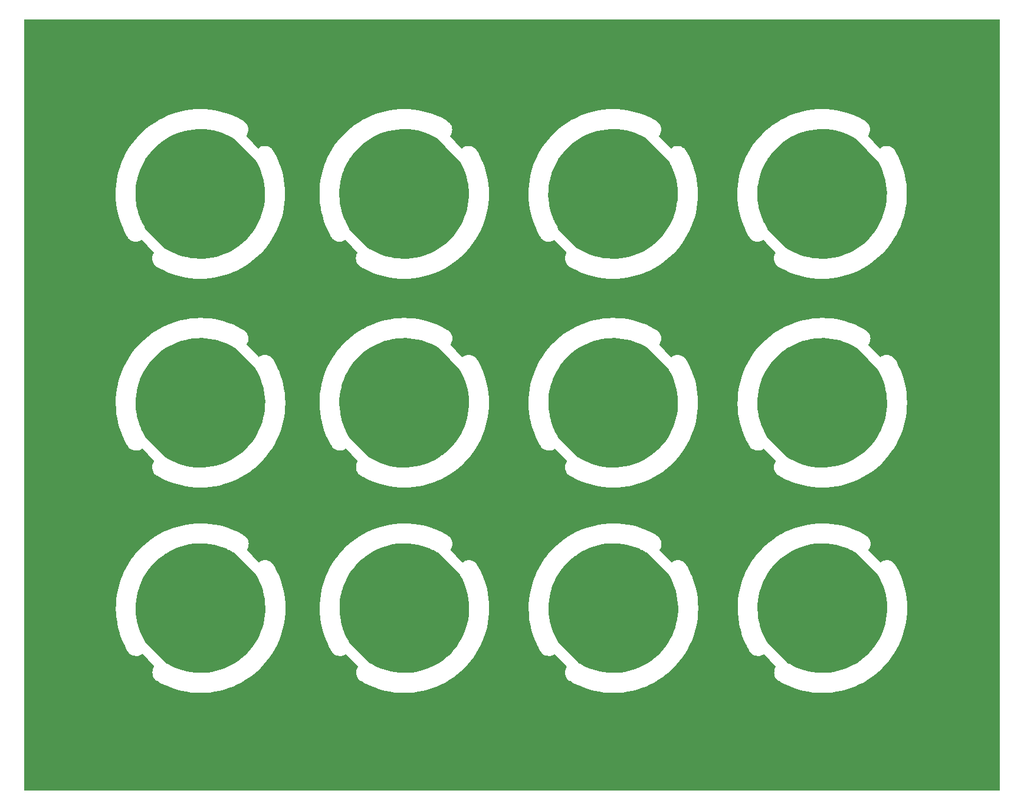
<source format=gbr>
%TF.GenerationSoftware,KiCad,Pcbnew,(7.0.0)*%
%TF.CreationDate,2023-05-18T15:25:00-04:00*%
%TF.ProjectId,eib-64-cap,6569622d-3634-42d6-9361-702e6b696361,B*%
%TF.SameCoordinates,Original*%
%TF.FileFunction,Copper,L2,Bot*%
%TF.FilePolarity,Positive*%
%FSLAX46Y46*%
G04 Gerber Fmt 4.6, Leading zero omitted, Abs format (unit mm)*
G04 Created by KiCad (PCBNEW (7.0.0)) date 2023-05-18 15:25:00*
%MOMM*%
%LPD*%
G01*
G04 APERTURE LIST*
G04 APERTURE END LIST*
%TA.AperFunction,NonConductor*%
G36*
X196985148Y-43714852D02*
G01*
X196999500Y-43749500D01*
X196999500Y-154450500D01*
X196985148Y-154485148D01*
X196950500Y-154499500D01*
X57049500Y-154499500D01*
X57014852Y-154485148D01*
X57000500Y-154450500D01*
X57000500Y-128396402D01*
X70132666Y-128396402D01*
X70132691Y-128397064D01*
X70132692Y-128397075D01*
X70159433Y-129081271D01*
X70159434Y-129081290D01*
X70159460Y-129081948D01*
X70159522Y-129082599D01*
X70159524Y-129082623D01*
X70211407Y-129624229D01*
X70224882Y-129764890D01*
X70224984Y-129765561D01*
X70224988Y-129765587D01*
X70308611Y-130311702D01*
X70328724Y-130443055D01*
X70328859Y-130443696D01*
X70328865Y-130443726D01*
X70460922Y-131068254D01*
X70470655Y-131114282D01*
X70470829Y-131114924D01*
X70470832Y-131114936D01*
X70650038Y-131775750D01*
X70650042Y-131775766D01*
X70650224Y-131776434D01*
X70650446Y-131777101D01*
X70650449Y-131777111D01*
X70696647Y-131915932D01*
X70866858Y-132427403D01*
X71119867Y-133065115D01*
X71120163Y-133065754D01*
X71120165Y-133065758D01*
X71199043Y-133235885D01*
X71408447Y-133687539D01*
X71408775Y-133688154D01*
X71408777Y-133688157D01*
X71427041Y-133722352D01*
X71731677Y-134292694D01*
X71732021Y-134293258D01*
X71732028Y-134293271D01*
X71892545Y-134556796D01*
X71897818Y-134568848D01*
X71898158Y-134570043D01*
X71898160Y-134570048D01*
X71899483Y-134574686D01*
X71902481Y-134578467D01*
X71914685Y-134593860D01*
X71918138Y-134598813D01*
X71930871Y-134619721D01*
X71935699Y-134623249D01*
X71945215Y-134632408D01*
X71993445Y-134693366D01*
X71993451Y-134693372D01*
X71994662Y-134694903D01*
X72162015Y-134848128D01*
X72226089Y-134890317D01*
X72281697Y-134926932D01*
X72351526Y-134972910D01*
X72558409Y-135066098D01*
X72777442Y-135125340D01*
X72779384Y-135125544D01*
X72779385Y-135125545D01*
X72780144Y-135125625D01*
X73003093Y-135149139D01*
X73229666Y-135136895D01*
X73451438Y-135088917D01*
X73662811Y-135006417D01*
X73858448Y-134891477D01*
X73869374Y-134882455D01*
X73900465Y-134856780D01*
X73934924Y-134845670D01*
X73967603Y-134861253D01*
X75584302Y-136605588D01*
X75620091Y-136644202D01*
X75632925Y-136672785D01*
X75625816Y-136703301D01*
X75538666Y-136844084D01*
X75528968Y-136859750D01*
X75528217Y-136861548D01*
X75528217Y-136861550D01*
X75446172Y-137058236D01*
X75440831Y-137071039D01*
X75440379Y-137072917D01*
X75440375Y-137072930D01*
X75387740Y-137291729D01*
X75387738Y-137291736D01*
X75387285Y-137293623D01*
X75387135Y-137295562D01*
X75387135Y-137295565D01*
X75369834Y-137519912D01*
X75369682Y-137521880D01*
X75369840Y-137523810D01*
X75369841Y-137523823D01*
X75388306Y-137748097D01*
X75388307Y-137748106D01*
X75388467Y-137750043D01*
X75388931Y-137751932D01*
X75388933Y-137751939D01*
X75441987Y-137967557D01*
X75443166Y-137972348D01*
X75443923Y-137974138D01*
X75443926Y-137974145D01*
X75531635Y-138181380D01*
X75532396Y-138183177D01*
X75653903Y-138377206D01*
X75804619Y-138549531D01*
X75806111Y-138550770D01*
X75806116Y-138550775D01*
X75890877Y-138621171D01*
X75980734Y-138695800D01*
X76043862Y-138733040D01*
X76079306Y-138753949D01*
X76079683Y-138754171D01*
X76080759Y-138754807D01*
X76080817Y-138754866D01*
X76080828Y-138754848D01*
X76373386Y-138928177D01*
X76373981Y-138928485D01*
X76373985Y-138928488D01*
X76399751Y-138941860D01*
X76980461Y-139243235D01*
X76981084Y-139243515D01*
X77603630Y-139523419D01*
X77603638Y-139523422D01*
X77604269Y-139523706D01*
X78242843Y-139768706D01*
X78894167Y-139977462D01*
X79556185Y-140149314D01*
X80226809Y-140283720D01*
X80903922Y-140380257D01*
X81585388Y-140438620D01*
X82269056Y-140458624D01*
X82952768Y-140440206D01*
X83634367Y-140383425D01*
X84311702Y-140288459D01*
X84982636Y-140155609D01*
X85645051Y-139985293D01*
X86296858Y-139778049D01*
X86935998Y-139534532D01*
X87560456Y-139255508D01*
X88168260Y-138941860D01*
X88757494Y-138594576D01*
X89326296Y-138214753D01*
X89872872Y-137803590D01*
X90395498Y-137362383D01*
X90892525Y-136892525D01*
X91362383Y-136395499D01*
X91803589Y-135872873D01*
X92214753Y-135326296D01*
X92594576Y-134757494D01*
X92941860Y-134168261D01*
X93255508Y-133560456D01*
X93534532Y-132935999D01*
X93778049Y-132296858D01*
X93985293Y-131645052D01*
X94155609Y-130982636D01*
X94288459Y-130311702D01*
X94383425Y-129634367D01*
X94440206Y-128952768D01*
X94455194Y-128396402D01*
X99385306Y-128396402D01*
X99385331Y-128397064D01*
X99385332Y-128397075D01*
X99412073Y-129081271D01*
X99412074Y-129081290D01*
X99412100Y-129081948D01*
X99412162Y-129082599D01*
X99412164Y-129082623D01*
X99464047Y-129624229D01*
X99477522Y-129764890D01*
X99477624Y-129765561D01*
X99477628Y-129765587D01*
X99561251Y-130311702D01*
X99581364Y-130443055D01*
X99581499Y-130443696D01*
X99581505Y-130443726D01*
X99713562Y-131068254D01*
X99723295Y-131114282D01*
X99723469Y-131114924D01*
X99723472Y-131114936D01*
X99902678Y-131775750D01*
X99902682Y-131775766D01*
X99902864Y-131776434D01*
X99903086Y-131777101D01*
X99903089Y-131777111D01*
X99949287Y-131915932D01*
X100119498Y-132427403D01*
X100372507Y-133065115D01*
X100372803Y-133065754D01*
X100372805Y-133065758D01*
X100451683Y-133235885D01*
X100661087Y-133687539D01*
X100661415Y-133688154D01*
X100661417Y-133688157D01*
X100679681Y-133722352D01*
X100984317Y-134292694D01*
X100984661Y-134293258D01*
X100984668Y-134293271D01*
X101145185Y-134556796D01*
X101150458Y-134568848D01*
X101150798Y-134570043D01*
X101150800Y-134570048D01*
X101152123Y-134574686D01*
X101155121Y-134578467D01*
X101167325Y-134593860D01*
X101170778Y-134598813D01*
X101183511Y-134619721D01*
X101188339Y-134623249D01*
X101197855Y-134632408D01*
X101246085Y-134693366D01*
X101246091Y-134693372D01*
X101247302Y-134694903D01*
X101414655Y-134848128D01*
X101478729Y-134890317D01*
X101534337Y-134926932D01*
X101604166Y-134972910D01*
X101811049Y-135066098D01*
X102030082Y-135125340D01*
X102032024Y-135125544D01*
X102032025Y-135125545D01*
X102032784Y-135125625D01*
X102255733Y-135149139D01*
X102482306Y-135136895D01*
X102704078Y-135088917D01*
X102915451Y-135006417D01*
X103111088Y-134891477D01*
X103127429Y-134877982D01*
X103161889Y-134866871D01*
X103194569Y-134882454D01*
X104854582Y-136673520D01*
X104867416Y-136702103D01*
X104860307Y-136732619D01*
X104791306Y-136844084D01*
X104781608Y-136859750D01*
X104780857Y-136861548D01*
X104780857Y-136861550D01*
X104698812Y-137058236D01*
X104693471Y-137071039D01*
X104693019Y-137072917D01*
X104693015Y-137072930D01*
X104640380Y-137291729D01*
X104640378Y-137291736D01*
X104639925Y-137293623D01*
X104639775Y-137295562D01*
X104639775Y-137295565D01*
X104622474Y-137519912D01*
X104622322Y-137521880D01*
X104622480Y-137523810D01*
X104622481Y-137523823D01*
X104640946Y-137748097D01*
X104640947Y-137748106D01*
X104641107Y-137750043D01*
X104641571Y-137751932D01*
X104641573Y-137751939D01*
X104694627Y-137967557D01*
X104695806Y-137972348D01*
X104696563Y-137974138D01*
X104696566Y-137974145D01*
X104784275Y-138181380D01*
X104785036Y-138183177D01*
X104906543Y-138377206D01*
X105057259Y-138549531D01*
X105058751Y-138550770D01*
X105058756Y-138550775D01*
X105143517Y-138621171D01*
X105233374Y-138695800D01*
X105296502Y-138733040D01*
X105331946Y-138753949D01*
X105332323Y-138754171D01*
X105333399Y-138754807D01*
X105333457Y-138754866D01*
X105333468Y-138754848D01*
X105626026Y-138928177D01*
X105626621Y-138928485D01*
X105626625Y-138928488D01*
X105652391Y-138941860D01*
X106233101Y-139243235D01*
X106233724Y-139243515D01*
X106856270Y-139523419D01*
X106856278Y-139523422D01*
X106856909Y-139523706D01*
X107495483Y-139768706D01*
X108146807Y-139977462D01*
X108808825Y-140149314D01*
X109479449Y-140283720D01*
X110156562Y-140380257D01*
X110838028Y-140438620D01*
X111521696Y-140458624D01*
X112205408Y-140440206D01*
X112887007Y-140383425D01*
X113564342Y-140288459D01*
X114235276Y-140155609D01*
X114897691Y-139985293D01*
X115549498Y-139778049D01*
X116188638Y-139534532D01*
X116813096Y-139255508D01*
X117420900Y-138941860D01*
X118010134Y-138594576D01*
X118578936Y-138214753D01*
X119125512Y-137803590D01*
X119648138Y-137362383D01*
X120145165Y-136892525D01*
X120615023Y-136395499D01*
X121056229Y-135872873D01*
X121467393Y-135326296D01*
X121847216Y-134757494D01*
X122194500Y-134168261D01*
X122508148Y-133560456D01*
X122787172Y-132935999D01*
X123030689Y-132296858D01*
X123237933Y-131645052D01*
X123408249Y-130982636D01*
X123541099Y-130311702D01*
X123636065Y-129634367D01*
X123692846Y-128952768D01*
X123707834Y-128396402D01*
X129385306Y-128396402D01*
X129385331Y-128397064D01*
X129385332Y-128397075D01*
X129412073Y-129081271D01*
X129412074Y-129081290D01*
X129412100Y-129081948D01*
X129412162Y-129082599D01*
X129412164Y-129082623D01*
X129464047Y-129624229D01*
X129477522Y-129764890D01*
X129477624Y-129765561D01*
X129477628Y-129765587D01*
X129561251Y-130311702D01*
X129581364Y-130443055D01*
X129581499Y-130443696D01*
X129581505Y-130443726D01*
X129713562Y-131068254D01*
X129723295Y-131114282D01*
X129723469Y-131114924D01*
X129723472Y-131114936D01*
X129902678Y-131775750D01*
X129902682Y-131775766D01*
X129902864Y-131776434D01*
X129903086Y-131777101D01*
X129903089Y-131777111D01*
X129949287Y-131915932D01*
X130119498Y-132427403D01*
X130372507Y-133065115D01*
X130372803Y-133065754D01*
X130372805Y-133065758D01*
X130451683Y-133235885D01*
X130661087Y-133687539D01*
X130661415Y-133688154D01*
X130661417Y-133688157D01*
X130679681Y-133722352D01*
X130984317Y-134292694D01*
X130984661Y-134293258D01*
X130984668Y-134293271D01*
X131145182Y-134556790D01*
X131150456Y-134568845D01*
X131150796Y-134570039D01*
X131150797Y-134570042D01*
X131152120Y-134574681D01*
X131167325Y-134593860D01*
X131167328Y-134593863D01*
X131170779Y-134598815D01*
X131183511Y-134619721D01*
X131187405Y-134622567D01*
X131187407Y-134622569D01*
X131188113Y-134623085D01*
X131197629Y-134632244D01*
X131241397Y-134687566D01*
X131247240Y-134694951D01*
X131248685Y-134696274D01*
X131413158Y-134846870D01*
X131413162Y-134846873D01*
X131414597Y-134848187D01*
X131604114Y-134972978D01*
X131811005Y-135066174D01*
X132030047Y-135125421D01*
X132255708Y-135149225D01*
X132482290Y-135136982D01*
X132704073Y-135089004D01*
X132915455Y-135006500D01*
X133111101Y-134891555D01*
X133131623Y-134874607D01*
X133166080Y-134863498D01*
X133198760Y-134879081D01*
X134798937Y-136605588D01*
X134857451Y-136668721D01*
X134870285Y-136697304D01*
X134863176Y-136727820D01*
X134791554Y-136843519D01*
X134781540Y-136859695D01*
X134780792Y-136861488D01*
X134780789Y-136861494D01*
X134694152Y-137069190D01*
X134694150Y-137069195D01*
X134693400Y-137070994D01*
X134692944Y-137072886D01*
X134692943Y-137072892D01*
X134673165Y-137155112D01*
X134639854Y-137293590D01*
X134639704Y-137295530D01*
X134639704Y-137295533D01*
X134628645Y-137438966D01*
X134622254Y-137521858D01*
X134622412Y-137523788D01*
X134622413Y-137523800D01*
X134640885Y-137748089D01*
X134641045Y-137750031D01*
X134641509Y-137751919D01*
X134641510Y-137751921D01*
X134694573Y-137967557D01*
X134695752Y-137972345D01*
X134703887Y-137991563D01*
X134784232Y-138181382D01*
X134784234Y-138181387D01*
X134784994Y-138183181D01*
X134786026Y-138184828D01*
X134786030Y-138184835D01*
X134905479Y-138375561D01*
X134905483Y-138375567D01*
X134906515Y-138377214D01*
X135057245Y-138549541D01*
X135233375Y-138695809D01*
X135235067Y-138696807D01*
X135235070Y-138696809D01*
X135331929Y-138753939D01*
X135331970Y-138753971D01*
X135331974Y-138753966D01*
X135333887Y-138755097D01*
X135626026Y-138928177D01*
X135626621Y-138928485D01*
X135626625Y-138928488D01*
X135652391Y-138941860D01*
X136233101Y-139243235D01*
X136233724Y-139243515D01*
X136856270Y-139523419D01*
X136856278Y-139523422D01*
X136856909Y-139523706D01*
X137495483Y-139768706D01*
X138146807Y-139977462D01*
X138808825Y-140149314D01*
X139479449Y-140283720D01*
X140156562Y-140380257D01*
X140838028Y-140438620D01*
X141521696Y-140458624D01*
X142205408Y-140440206D01*
X142887007Y-140383425D01*
X143564342Y-140288459D01*
X144235276Y-140155609D01*
X144897691Y-139985293D01*
X145549498Y-139778049D01*
X146188638Y-139534532D01*
X146813096Y-139255508D01*
X147420900Y-138941860D01*
X148010134Y-138594576D01*
X148578936Y-138214753D01*
X149125512Y-137803590D01*
X149648138Y-137362383D01*
X150145165Y-136892525D01*
X150615023Y-136395499D01*
X151056229Y-135872873D01*
X151467393Y-135326296D01*
X151847216Y-134757494D01*
X152194500Y-134168261D01*
X152508148Y-133560456D01*
X152787172Y-132935999D01*
X153030689Y-132296858D01*
X153237933Y-131645052D01*
X153408249Y-130982636D01*
X153541099Y-130311702D01*
X153636065Y-129634367D01*
X153692846Y-128952768D01*
X153707834Y-128396402D01*
X159385306Y-128396402D01*
X159385331Y-128397064D01*
X159385332Y-128397075D01*
X159412073Y-129081271D01*
X159412074Y-129081290D01*
X159412100Y-129081948D01*
X159412162Y-129082599D01*
X159412164Y-129082623D01*
X159464047Y-129624229D01*
X159477522Y-129764890D01*
X159477624Y-129765561D01*
X159477628Y-129765587D01*
X159561251Y-130311702D01*
X159581364Y-130443055D01*
X159581499Y-130443696D01*
X159581505Y-130443726D01*
X159713562Y-131068254D01*
X159723295Y-131114282D01*
X159723469Y-131114924D01*
X159723472Y-131114936D01*
X159902678Y-131775750D01*
X159902682Y-131775766D01*
X159902864Y-131776434D01*
X159903086Y-131777101D01*
X159903089Y-131777111D01*
X159949287Y-131915932D01*
X160119498Y-132427403D01*
X160372507Y-133065115D01*
X160372803Y-133065754D01*
X160372805Y-133065758D01*
X160451683Y-133235885D01*
X160661087Y-133687539D01*
X160661415Y-133688154D01*
X160661417Y-133688157D01*
X160679681Y-133722352D01*
X160984317Y-134292694D01*
X160984661Y-134293258D01*
X160984668Y-134293271D01*
X161145182Y-134556790D01*
X161150456Y-134568845D01*
X161150796Y-134570039D01*
X161150797Y-134570042D01*
X161152120Y-134574681D01*
X161167325Y-134593860D01*
X161167328Y-134593863D01*
X161170779Y-134598815D01*
X161183511Y-134619721D01*
X161187405Y-134622567D01*
X161187407Y-134622569D01*
X161188113Y-134623085D01*
X161197629Y-134632244D01*
X161241397Y-134687566D01*
X161247240Y-134694951D01*
X161248685Y-134696274D01*
X161413158Y-134846870D01*
X161413162Y-134846873D01*
X161414597Y-134848187D01*
X161604114Y-134972978D01*
X161811005Y-135066174D01*
X162030047Y-135125421D01*
X162255708Y-135149225D01*
X162482290Y-135136982D01*
X162704073Y-135089004D01*
X162915455Y-135006500D01*
X163111101Y-134891555D01*
X163123331Y-134881455D01*
X163157791Y-134870344D01*
X163190471Y-134885927D01*
X164851591Y-136678188D01*
X164864425Y-136706772D01*
X164857316Y-136737287D01*
X164791554Y-136843519D01*
X164781540Y-136859695D01*
X164780792Y-136861488D01*
X164780789Y-136861494D01*
X164694152Y-137069190D01*
X164694150Y-137069195D01*
X164693400Y-137070994D01*
X164692944Y-137072886D01*
X164692943Y-137072892D01*
X164673165Y-137155112D01*
X164639854Y-137293590D01*
X164639704Y-137295530D01*
X164639704Y-137295533D01*
X164628645Y-137438966D01*
X164622254Y-137521858D01*
X164622412Y-137523788D01*
X164622413Y-137523800D01*
X164640885Y-137748089D01*
X164641045Y-137750031D01*
X164641509Y-137751919D01*
X164641510Y-137751921D01*
X164694573Y-137967557D01*
X164695752Y-137972345D01*
X164703887Y-137991563D01*
X164784232Y-138181382D01*
X164784234Y-138181387D01*
X164784994Y-138183181D01*
X164786026Y-138184828D01*
X164786030Y-138184835D01*
X164905479Y-138375561D01*
X164905483Y-138375567D01*
X164906515Y-138377214D01*
X165057245Y-138549541D01*
X165233375Y-138695809D01*
X165235067Y-138696807D01*
X165235070Y-138696809D01*
X165331929Y-138753939D01*
X165331970Y-138753971D01*
X165331974Y-138753966D01*
X165333887Y-138755097D01*
X165626026Y-138928177D01*
X165626621Y-138928485D01*
X165626625Y-138928488D01*
X165652391Y-138941860D01*
X166233101Y-139243235D01*
X166233724Y-139243515D01*
X166856270Y-139523419D01*
X166856278Y-139523422D01*
X166856909Y-139523706D01*
X167495483Y-139768706D01*
X168146807Y-139977462D01*
X168808825Y-140149314D01*
X169479449Y-140283720D01*
X170156562Y-140380257D01*
X170838028Y-140438620D01*
X171521696Y-140458624D01*
X172205408Y-140440206D01*
X172887007Y-140383425D01*
X173564342Y-140288459D01*
X174235276Y-140155609D01*
X174897691Y-139985293D01*
X175549498Y-139778049D01*
X176188638Y-139534532D01*
X176813096Y-139255508D01*
X177420900Y-138941860D01*
X178010134Y-138594576D01*
X178578936Y-138214753D01*
X179125512Y-137803590D01*
X179648138Y-137362383D01*
X180145165Y-136892525D01*
X180615023Y-136395499D01*
X181056229Y-135872873D01*
X181467393Y-135326296D01*
X181847216Y-134757494D01*
X182194500Y-134168261D01*
X182508148Y-133560456D01*
X182787172Y-132935999D01*
X183030689Y-132296858D01*
X183237933Y-131645052D01*
X183408249Y-130982636D01*
X183541099Y-130311702D01*
X183636065Y-129634367D01*
X183692846Y-128952768D01*
X183711264Y-128269056D01*
X183691260Y-127585388D01*
X183632897Y-126903923D01*
X183536360Y-126226810D01*
X183401954Y-125556186D01*
X183230102Y-124894167D01*
X183021346Y-124242844D01*
X182776346Y-123604270D01*
X182767482Y-123584556D01*
X182496155Y-122981084D01*
X182495875Y-122980461D01*
X182180817Y-122373386D01*
X182026386Y-122112725D01*
X182025562Y-122111009D01*
X182025251Y-122109138D01*
X182005632Y-122077671D01*
X182005059Y-122076728D01*
X181989165Y-122049902D01*
X181986175Y-122044855D01*
X181984741Y-122043781D01*
X181983726Y-122042429D01*
X181962942Y-122009081D01*
X181944561Y-121979587D01*
X181796856Y-121809213D01*
X181795394Y-121807982D01*
X181795392Y-121807980D01*
X181625829Y-121665222D01*
X181625826Y-121665220D01*
X181624363Y-121663988D01*
X181622723Y-121662998D01*
X181622720Y-121662996D01*
X181432957Y-121548466D01*
X181432954Y-121548464D01*
X181431313Y-121547474D01*
X181429539Y-121546752D01*
X181429536Y-121546751D01*
X181224219Y-121463250D01*
X181224208Y-121463246D01*
X181222439Y-121462527D01*
X181198510Y-121456936D01*
X181004741Y-121411669D01*
X181004737Y-121411668D01*
X181002865Y-121411231D01*
X181000951Y-121411091D01*
X181000941Y-121411090D01*
X180779892Y-121394983D01*
X180779883Y-121394983D01*
X180777975Y-121394844D01*
X180776063Y-121395004D01*
X180776060Y-121395005D01*
X180555200Y-121413606D01*
X180555192Y-121413607D01*
X180553284Y-121413768D01*
X180551416Y-121414226D01*
X180551414Y-121414227D01*
X180336174Y-121467078D01*
X180336167Y-121467080D01*
X180334303Y-121467538D01*
X180332535Y-121468280D01*
X180332530Y-121468282D01*
X180128170Y-121554094D01*
X180128163Y-121554097D01*
X180126402Y-121554837D01*
X180124773Y-121555845D01*
X180124768Y-121555848D01*
X179936308Y-121672514D01*
X179936303Y-121672517D01*
X179934679Y-121673523D01*
X179933232Y-121674768D01*
X179933227Y-121674773D01*
X179874401Y-121725444D01*
X179839672Y-121737241D01*
X179806485Y-121721626D01*
X178171254Y-119957299D01*
X178158271Y-119926760D01*
X178166769Y-119898169D01*
X178165934Y-119897652D01*
X178171430Y-119888774D01*
X178286436Y-119702995D01*
X178374573Y-119491703D01*
X178428119Y-119269116D01*
X178445720Y-119040857D01*
X178426933Y-118812692D01*
X178372231Y-118590386D01*
X178282997Y-118379556D01*
X178161484Y-118185528D01*
X178010765Y-118013204D01*
X177957987Y-117969372D01*
X177836157Y-117868192D01*
X177836151Y-117868188D01*
X177834645Y-117866937D01*
X177832958Y-117865942D01*
X177832954Y-117865939D01*
X177736299Y-117808926D01*
X177736209Y-117808856D01*
X177736204Y-117808865D01*
X177441086Y-117634000D01*
X177440482Y-117633687D01*
X177440468Y-117633679D01*
X176832667Y-117318502D01*
X176832660Y-117318498D01*
X176832034Y-117318174D01*
X176831393Y-117317886D01*
X176831378Y-117317879D01*
X176206782Y-117037496D01*
X176206136Y-117037206D01*
X176205491Y-117036959D01*
X176205481Y-117036955D01*
X175566045Y-116792244D01*
X175566038Y-116792241D01*
X175565386Y-116791992D01*
X175564724Y-116791780D01*
X175564708Y-116791775D01*
X174912499Y-116583528D01*
X174912482Y-116583523D01*
X174911824Y-116583313D01*
X174247532Y-116411832D01*
X174246865Y-116411699D01*
X174246850Y-116411696D01*
X173575319Y-116278235D01*
X173575314Y-116278234D01*
X173574624Y-116278097D01*
X173573918Y-116277997D01*
X173573914Y-116277997D01*
X172895935Y-116182630D01*
X172895923Y-116182628D01*
X172895243Y-116182533D01*
X172894554Y-116182475D01*
X172894550Y-116182475D01*
X172212250Y-116125502D01*
X172212245Y-116125501D01*
X172211554Y-116125444D01*
X172210854Y-116125425D01*
X172210851Y-116125425D01*
X171526429Y-116107030D01*
X171526404Y-116107030D01*
X171525733Y-116107012D01*
X171525057Y-116107031D01*
X171525049Y-116107032D01*
X170840647Y-116127275D01*
X170840619Y-116127276D01*
X170839964Y-116127296D01*
X170839285Y-116127354D01*
X170839277Y-116127355D01*
X170157114Y-116186172D01*
X170157110Y-116186172D01*
X170156431Y-116186231D01*
X170155791Y-116186322D01*
X170155754Y-116186327D01*
X169477986Y-116283533D01*
X169477979Y-116283534D01*
X169477311Y-116283630D01*
X169476643Y-116283764D01*
X169476635Y-116283766D01*
X168805448Y-116419044D01*
X168805429Y-116419048D01*
X168804766Y-116419182D01*
X168804117Y-116419351D01*
X168804084Y-116419359D01*
X168141642Y-116592272D01*
X168141625Y-116592276D01*
X168140939Y-116592456D01*
X168140273Y-116592670D01*
X168140258Y-116592675D01*
X167488599Y-116802688D01*
X167488580Y-116802694D01*
X167487943Y-116802900D01*
X167487311Y-116803143D01*
X167487302Y-116803147D01*
X166848509Y-117049592D01*
X166848483Y-117049602D01*
X166847858Y-117049844D01*
X166847246Y-117050120D01*
X166847219Y-117050132D01*
X166223338Y-117332222D01*
X166223324Y-117332228D01*
X166222722Y-117332501D01*
X166222139Y-117332805D01*
X166222117Y-117332816D01*
X165644451Y-117634350D01*
X165614525Y-117649971D01*
X165613933Y-117650323D01*
X165613913Y-117650335D01*
X165025815Y-118000879D01*
X165025804Y-118000885D01*
X165025205Y-118001243D01*
X165024632Y-118001629D01*
X165024624Y-118001635D01*
X164457204Y-118384816D01*
X164457185Y-118384829D01*
X164456638Y-118385199D01*
X164456105Y-118385604D01*
X164456089Y-118385616D01*
X163911180Y-118800201D01*
X163910635Y-118800616D01*
X163910125Y-118801051D01*
X163910117Y-118801058D01*
X163389451Y-119245730D01*
X163389424Y-119245753D01*
X163388935Y-119246172D01*
X163388462Y-119246623D01*
X163388436Y-119246648D01*
X162893699Y-119719967D01*
X162893687Y-119719978D01*
X162893199Y-119720446D01*
X162892751Y-119720924D01*
X162892733Y-119720944D01*
X162425469Y-120221432D01*
X162425451Y-120221451D01*
X162425006Y-120221929D01*
X162424582Y-120222437D01*
X162424566Y-120222456D01*
X161986280Y-120748502D01*
X161986264Y-120748521D01*
X161985846Y-120749024D01*
X161985450Y-120749557D01*
X161985442Y-120749568D01*
X161577523Y-121299504D01*
X161577499Y-121299538D01*
X161577118Y-121300052D01*
X161576759Y-121300597D01*
X161576740Y-121300625D01*
X161200515Y-121872662D01*
X161200499Y-121872686D01*
X161200124Y-121873258D01*
X161199785Y-121873841D01*
X161199770Y-121873867D01*
X160856414Y-122466213D01*
X160856403Y-122466231D01*
X160856064Y-122466818D01*
X160855766Y-122467405D01*
X160855752Y-122467432D01*
X160546339Y-123078237D01*
X160546326Y-123078263D01*
X160546034Y-123078841D01*
X160545761Y-123079464D01*
X160545760Y-123079467D01*
X160271306Y-123706727D01*
X160271295Y-123706751D01*
X160271022Y-123707378D01*
X160270777Y-123708034D01*
X160270770Y-123708054D01*
X160032145Y-124349772D01*
X160032138Y-124349789D01*
X160031902Y-124350427D01*
X160031706Y-124351060D01*
X160031699Y-124351082D01*
X159829641Y-125005278D01*
X159829633Y-125005303D01*
X159829437Y-125005941D01*
X159829274Y-125006596D01*
X159829269Y-125006616D01*
X159664434Y-125671172D01*
X159664428Y-125671195D01*
X159664271Y-125671832D01*
X159664148Y-125672480D01*
X159664146Y-125672492D01*
X159537055Y-126345319D01*
X159537051Y-126345342D01*
X159536931Y-126345979D01*
X159536847Y-126346617D01*
X159536842Y-126346651D01*
X159447908Y-127025567D01*
X159447905Y-127025589D01*
X159447821Y-127026236D01*
X159447773Y-127026872D01*
X159447771Y-127026901D01*
X159397275Y-127709767D01*
X159397274Y-127709786D01*
X159397226Y-127710437D01*
X159397214Y-127711097D01*
X159397214Y-127711109D01*
X159385317Y-128395728D01*
X159385317Y-128395752D01*
X159385306Y-128396402D01*
X153707834Y-128396402D01*
X153711264Y-128269056D01*
X153691260Y-127585388D01*
X153632897Y-126903923D01*
X153536360Y-126226810D01*
X153401954Y-125556186D01*
X153230102Y-124894167D01*
X153021346Y-124242844D01*
X152776346Y-123604270D01*
X152767482Y-123584556D01*
X152496155Y-122981084D01*
X152495875Y-122980461D01*
X152180817Y-122373386D01*
X152026386Y-122112725D01*
X152025562Y-122111009D01*
X152025251Y-122109138D01*
X152005632Y-122077671D01*
X152005059Y-122076728D01*
X151989165Y-122049902D01*
X151986175Y-122044855D01*
X151984741Y-122043781D01*
X151983726Y-122042429D01*
X151962942Y-122009081D01*
X151944561Y-121979587D01*
X151796856Y-121809213D01*
X151795394Y-121807982D01*
X151795392Y-121807980D01*
X151625829Y-121665222D01*
X151625826Y-121665220D01*
X151624363Y-121663988D01*
X151622723Y-121662998D01*
X151622720Y-121662996D01*
X151432957Y-121548466D01*
X151432954Y-121548464D01*
X151431313Y-121547474D01*
X151429539Y-121546752D01*
X151429536Y-121546751D01*
X151224219Y-121463250D01*
X151224208Y-121463246D01*
X151222439Y-121462527D01*
X151198510Y-121456936D01*
X151004741Y-121411669D01*
X151004737Y-121411668D01*
X151002865Y-121411231D01*
X151000951Y-121411091D01*
X151000941Y-121411090D01*
X150779892Y-121394983D01*
X150779883Y-121394983D01*
X150777975Y-121394844D01*
X150776063Y-121395004D01*
X150776060Y-121395005D01*
X150555200Y-121413606D01*
X150555192Y-121413607D01*
X150553284Y-121413768D01*
X150551416Y-121414226D01*
X150551414Y-121414227D01*
X150336174Y-121467078D01*
X150336167Y-121467080D01*
X150334303Y-121467538D01*
X150332535Y-121468280D01*
X150332530Y-121468282D01*
X150128170Y-121554094D01*
X150128163Y-121554097D01*
X150126402Y-121554837D01*
X150124773Y-121555845D01*
X150124768Y-121555848D01*
X149936308Y-121672514D01*
X149936303Y-121672517D01*
X149934679Y-121673523D01*
X149933232Y-121674768D01*
X149933227Y-121674773D01*
X149882538Y-121718435D01*
X149847809Y-121730232D01*
X149814622Y-121714617D01*
X148177152Y-119947873D01*
X148164319Y-119919290D01*
X148171426Y-119888778D01*
X148286436Y-119702995D01*
X148374573Y-119491703D01*
X148428119Y-119269116D01*
X148445720Y-119040857D01*
X148426933Y-118812692D01*
X148372231Y-118590386D01*
X148282997Y-118379556D01*
X148161484Y-118185528D01*
X148010765Y-118013204D01*
X147957987Y-117969372D01*
X147836157Y-117868192D01*
X147836151Y-117868188D01*
X147834645Y-117866937D01*
X147832958Y-117865942D01*
X147832954Y-117865939D01*
X147736299Y-117808926D01*
X147736209Y-117808856D01*
X147736204Y-117808865D01*
X147441086Y-117634000D01*
X147440482Y-117633687D01*
X147440468Y-117633679D01*
X146832667Y-117318502D01*
X146832660Y-117318498D01*
X146832034Y-117318174D01*
X146831393Y-117317886D01*
X146831378Y-117317879D01*
X146206782Y-117037496D01*
X146206136Y-117037206D01*
X146205491Y-117036959D01*
X146205481Y-117036955D01*
X145566045Y-116792244D01*
X145566038Y-116792241D01*
X145565386Y-116791992D01*
X145564724Y-116791780D01*
X145564708Y-116791775D01*
X144912499Y-116583528D01*
X144912482Y-116583523D01*
X144911824Y-116583313D01*
X144247532Y-116411832D01*
X144246865Y-116411699D01*
X144246850Y-116411696D01*
X143575319Y-116278235D01*
X143575314Y-116278234D01*
X143574624Y-116278097D01*
X143573918Y-116277997D01*
X143573914Y-116277997D01*
X142895935Y-116182630D01*
X142895923Y-116182628D01*
X142895243Y-116182533D01*
X142894554Y-116182475D01*
X142894550Y-116182475D01*
X142212250Y-116125502D01*
X142212245Y-116125501D01*
X142211554Y-116125444D01*
X142210854Y-116125425D01*
X142210851Y-116125425D01*
X141526429Y-116107030D01*
X141526404Y-116107030D01*
X141525733Y-116107012D01*
X141525057Y-116107031D01*
X141525049Y-116107032D01*
X140840647Y-116127275D01*
X140840619Y-116127276D01*
X140839964Y-116127296D01*
X140839285Y-116127354D01*
X140839277Y-116127355D01*
X140157114Y-116186172D01*
X140157110Y-116186172D01*
X140156431Y-116186231D01*
X140155791Y-116186322D01*
X140155754Y-116186327D01*
X139477986Y-116283533D01*
X139477979Y-116283534D01*
X139477311Y-116283630D01*
X139476643Y-116283764D01*
X139476635Y-116283766D01*
X138805448Y-116419044D01*
X138805429Y-116419048D01*
X138804766Y-116419182D01*
X138804117Y-116419351D01*
X138804084Y-116419359D01*
X138141642Y-116592272D01*
X138141625Y-116592276D01*
X138140939Y-116592456D01*
X138140273Y-116592670D01*
X138140258Y-116592675D01*
X137488599Y-116802688D01*
X137488580Y-116802694D01*
X137487943Y-116802900D01*
X137487311Y-116803143D01*
X137487302Y-116803147D01*
X136848509Y-117049592D01*
X136848483Y-117049602D01*
X136847858Y-117049844D01*
X136847246Y-117050120D01*
X136847219Y-117050132D01*
X136223338Y-117332222D01*
X136223324Y-117332228D01*
X136222722Y-117332501D01*
X136222139Y-117332805D01*
X136222117Y-117332816D01*
X135644451Y-117634350D01*
X135614525Y-117649971D01*
X135613933Y-117650323D01*
X135613913Y-117650335D01*
X135025815Y-118000879D01*
X135025804Y-118000885D01*
X135025205Y-118001243D01*
X135024632Y-118001629D01*
X135024624Y-118001635D01*
X134457204Y-118384816D01*
X134457185Y-118384829D01*
X134456638Y-118385199D01*
X134456105Y-118385604D01*
X134456089Y-118385616D01*
X133911180Y-118800201D01*
X133910635Y-118800616D01*
X133910125Y-118801051D01*
X133910117Y-118801058D01*
X133389451Y-119245730D01*
X133389424Y-119245753D01*
X133388935Y-119246172D01*
X133388462Y-119246623D01*
X133388436Y-119246648D01*
X132893699Y-119719967D01*
X132893687Y-119719978D01*
X132893199Y-119720446D01*
X132892751Y-119720924D01*
X132892733Y-119720944D01*
X132425469Y-120221432D01*
X132425451Y-120221451D01*
X132425006Y-120221929D01*
X132424582Y-120222437D01*
X132424566Y-120222456D01*
X131986280Y-120748502D01*
X131986264Y-120748521D01*
X131985846Y-120749024D01*
X131985450Y-120749557D01*
X131985442Y-120749568D01*
X131577523Y-121299504D01*
X131577499Y-121299538D01*
X131577118Y-121300052D01*
X131576759Y-121300597D01*
X131576740Y-121300625D01*
X131200515Y-121872662D01*
X131200499Y-121872686D01*
X131200124Y-121873258D01*
X131199785Y-121873841D01*
X131199770Y-121873867D01*
X130856414Y-122466213D01*
X130856403Y-122466231D01*
X130856064Y-122466818D01*
X130855766Y-122467405D01*
X130855752Y-122467432D01*
X130546339Y-123078237D01*
X130546326Y-123078263D01*
X130546034Y-123078841D01*
X130545761Y-123079464D01*
X130545760Y-123079467D01*
X130271306Y-123706727D01*
X130271295Y-123706751D01*
X130271022Y-123707378D01*
X130270777Y-123708034D01*
X130270770Y-123708054D01*
X130032145Y-124349772D01*
X130032138Y-124349789D01*
X130031902Y-124350427D01*
X130031706Y-124351060D01*
X130031699Y-124351082D01*
X129829641Y-125005278D01*
X129829633Y-125005303D01*
X129829437Y-125005941D01*
X129829274Y-125006596D01*
X129829269Y-125006616D01*
X129664434Y-125671172D01*
X129664428Y-125671195D01*
X129664271Y-125671832D01*
X129664148Y-125672480D01*
X129664146Y-125672492D01*
X129537055Y-126345319D01*
X129537051Y-126345342D01*
X129536931Y-126345979D01*
X129536847Y-126346617D01*
X129536842Y-126346651D01*
X129447908Y-127025567D01*
X129447905Y-127025589D01*
X129447821Y-127026236D01*
X129447773Y-127026872D01*
X129447771Y-127026901D01*
X129397275Y-127709767D01*
X129397274Y-127709786D01*
X129397226Y-127710437D01*
X129397214Y-127711097D01*
X129397214Y-127711109D01*
X129385317Y-128395728D01*
X129385317Y-128395752D01*
X129385306Y-128396402D01*
X123707834Y-128396402D01*
X123711264Y-128269056D01*
X123691260Y-127585388D01*
X123632897Y-126903923D01*
X123536360Y-126226810D01*
X123401954Y-125556186D01*
X123230102Y-124894167D01*
X123021346Y-124242844D01*
X122776346Y-123604270D01*
X122767482Y-123584556D01*
X122496155Y-122981084D01*
X122495875Y-122980461D01*
X122180817Y-122373386D01*
X122026386Y-122112725D01*
X122025562Y-122111009D01*
X122025251Y-122109138D01*
X122005632Y-122077671D01*
X122005059Y-122076728D01*
X121989165Y-122049902D01*
X121986175Y-122044855D01*
X121984741Y-122043781D01*
X121983726Y-122042429D01*
X121962942Y-122009081D01*
X121944561Y-121979587D01*
X121796856Y-121809213D01*
X121795394Y-121807982D01*
X121795392Y-121807980D01*
X121625829Y-121665222D01*
X121625826Y-121665220D01*
X121624363Y-121663988D01*
X121622723Y-121662998D01*
X121622720Y-121662996D01*
X121432957Y-121548466D01*
X121432954Y-121548464D01*
X121431313Y-121547474D01*
X121429539Y-121546752D01*
X121429536Y-121546751D01*
X121224219Y-121463250D01*
X121224208Y-121463246D01*
X121222439Y-121462527D01*
X121198510Y-121456936D01*
X121004741Y-121411669D01*
X121004737Y-121411668D01*
X121002865Y-121411231D01*
X121000951Y-121411091D01*
X121000941Y-121411090D01*
X120779892Y-121394983D01*
X120779883Y-121394983D01*
X120777975Y-121394844D01*
X120776063Y-121395004D01*
X120776060Y-121395005D01*
X120555200Y-121413606D01*
X120555192Y-121413607D01*
X120553284Y-121413768D01*
X120551416Y-121414226D01*
X120551414Y-121414227D01*
X120336174Y-121467078D01*
X120336167Y-121467080D01*
X120334303Y-121467538D01*
X120332535Y-121468280D01*
X120332530Y-121468282D01*
X120128170Y-121554094D01*
X120128163Y-121554097D01*
X120126402Y-121554837D01*
X120124773Y-121555845D01*
X120124768Y-121555848D01*
X119936308Y-121672514D01*
X119936303Y-121672517D01*
X119934679Y-121673523D01*
X119933232Y-121674768D01*
X119933227Y-121674773D01*
X119878470Y-121721939D01*
X119843741Y-121733736D01*
X119810553Y-121718121D01*
X118174223Y-119952607D01*
X118161389Y-119924023D01*
X118168496Y-119893512D01*
X118286436Y-119702995D01*
X118374573Y-119491703D01*
X118428119Y-119269116D01*
X118445720Y-119040857D01*
X118426933Y-118812692D01*
X118372231Y-118590386D01*
X118282997Y-118379556D01*
X118161484Y-118185528D01*
X118010765Y-118013204D01*
X117957987Y-117969372D01*
X117836157Y-117868192D01*
X117836151Y-117868188D01*
X117834645Y-117866937D01*
X117832958Y-117865942D01*
X117832954Y-117865939D01*
X117736299Y-117808926D01*
X117736209Y-117808856D01*
X117736204Y-117808865D01*
X117441086Y-117634000D01*
X117440482Y-117633687D01*
X117440468Y-117633679D01*
X116832667Y-117318502D01*
X116832660Y-117318498D01*
X116832034Y-117318174D01*
X116831393Y-117317886D01*
X116831378Y-117317879D01*
X116206782Y-117037496D01*
X116206136Y-117037206D01*
X116205491Y-117036959D01*
X116205481Y-117036955D01*
X115566045Y-116792244D01*
X115566038Y-116792241D01*
X115565386Y-116791992D01*
X115564724Y-116791780D01*
X115564708Y-116791775D01*
X114912499Y-116583528D01*
X114912482Y-116583523D01*
X114911824Y-116583313D01*
X114247532Y-116411832D01*
X114246865Y-116411699D01*
X114246850Y-116411696D01*
X113575319Y-116278235D01*
X113575314Y-116278234D01*
X113574624Y-116278097D01*
X113573918Y-116277997D01*
X113573914Y-116277997D01*
X112895935Y-116182630D01*
X112895923Y-116182628D01*
X112895243Y-116182533D01*
X112894554Y-116182475D01*
X112894550Y-116182475D01*
X112212250Y-116125502D01*
X112212245Y-116125501D01*
X112211554Y-116125444D01*
X112210854Y-116125425D01*
X112210851Y-116125425D01*
X111526429Y-116107030D01*
X111526404Y-116107030D01*
X111525733Y-116107012D01*
X111525057Y-116107031D01*
X111525049Y-116107032D01*
X110840647Y-116127275D01*
X110840619Y-116127276D01*
X110839964Y-116127296D01*
X110839285Y-116127354D01*
X110839277Y-116127355D01*
X110157114Y-116186172D01*
X110157110Y-116186172D01*
X110156431Y-116186231D01*
X110155791Y-116186322D01*
X110155754Y-116186327D01*
X109477986Y-116283533D01*
X109477979Y-116283534D01*
X109477311Y-116283630D01*
X109476643Y-116283764D01*
X109476635Y-116283766D01*
X108805448Y-116419044D01*
X108805429Y-116419048D01*
X108804766Y-116419182D01*
X108804117Y-116419351D01*
X108804084Y-116419359D01*
X108141642Y-116592272D01*
X108141625Y-116592276D01*
X108140939Y-116592456D01*
X108140273Y-116592670D01*
X108140258Y-116592675D01*
X107488599Y-116802688D01*
X107488580Y-116802694D01*
X107487943Y-116802900D01*
X107487311Y-116803143D01*
X107487302Y-116803147D01*
X106848509Y-117049592D01*
X106848483Y-117049602D01*
X106847858Y-117049844D01*
X106847246Y-117050120D01*
X106847219Y-117050132D01*
X106223338Y-117332222D01*
X106223324Y-117332228D01*
X106222722Y-117332501D01*
X106222139Y-117332805D01*
X106222117Y-117332816D01*
X105644451Y-117634350D01*
X105614525Y-117649971D01*
X105613933Y-117650323D01*
X105613913Y-117650335D01*
X105025815Y-118000879D01*
X105025804Y-118000885D01*
X105025205Y-118001243D01*
X105024632Y-118001629D01*
X105024624Y-118001635D01*
X104457204Y-118384816D01*
X104457185Y-118384829D01*
X104456638Y-118385199D01*
X104456105Y-118385604D01*
X104456089Y-118385616D01*
X103911180Y-118800201D01*
X103910635Y-118800616D01*
X103910125Y-118801051D01*
X103910117Y-118801058D01*
X103389451Y-119245730D01*
X103389424Y-119245753D01*
X103388935Y-119246172D01*
X103388462Y-119246623D01*
X103388436Y-119246648D01*
X102893699Y-119719967D01*
X102893687Y-119719978D01*
X102893199Y-119720446D01*
X102892751Y-119720924D01*
X102892733Y-119720944D01*
X102425469Y-120221432D01*
X102425451Y-120221451D01*
X102425006Y-120221929D01*
X102424582Y-120222437D01*
X102424566Y-120222456D01*
X101986280Y-120748502D01*
X101986264Y-120748521D01*
X101985846Y-120749024D01*
X101985450Y-120749557D01*
X101985442Y-120749568D01*
X101577523Y-121299504D01*
X101577499Y-121299538D01*
X101577118Y-121300052D01*
X101576759Y-121300597D01*
X101576740Y-121300625D01*
X101200515Y-121872662D01*
X101200499Y-121872686D01*
X101200124Y-121873258D01*
X101199785Y-121873841D01*
X101199770Y-121873867D01*
X100856414Y-122466213D01*
X100856403Y-122466231D01*
X100856064Y-122466818D01*
X100855766Y-122467405D01*
X100855752Y-122467432D01*
X100546339Y-123078237D01*
X100546326Y-123078263D01*
X100546034Y-123078841D01*
X100545761Y-123079464D01*
X100545760Y-123079467D01*
X100271306Y-123706727D01*
X100271295Y-123706751D01*
X100271022Y-123707378D01*
X100270777Y-123708034D01*
X100270770Y-123708054D01*
X100032145Y-124349772D01*
X100032138Y-124349789D01*
X100031902Y-124350427D01*
X100031706Y-124351060D01*
X100031699Y-124351082D01*
X99829641Y-125005278D01*
X99829633Y-125005303D01*
X99829437Y-125005941D01*
X99829274Y-125006596D01*
X99829269Y-125006616D01*
X99664434Y-125671172D01*
X99664428Y-125671195D01*
X99664271Y-125671832D01*
X99664148Y-125672480D01*
X99664146Y-125672492D01*
X99537055Y-126345319D01*
X99537051Y-126345342D01*
X99536931Y-126345979D01*
X99536847Y-126346617D01*
X99536842Y-126346651D01*
X99447908Y-127025567D01*
X99447905Y-127025589D01*
X99447821Y-127026236D01*
X99447773Y-127026872D01*
X99447771Y-127026901D01*
X99397275Y-127709767D01*
X99397274Y-127709786D01*
X99397226Y-127710437D01*
X99397214Y-127711097D01*
X99397214Y-127711109D01*
X99385317Y-128395728D01*
X99385317Y-128395752D01*
X99385306Y-128396402D01*
X94455194Y-128396402D01*
X94458624Y-128269056D01*
X94438620Y-127585388D01*
X94380257Y-126903923D01*
X94283720Y-126226810D01*
X94149314Y-125556186D01*
X93977462Y-124894167D01*
X93768706Y-124242844D01*
X93523706Y-123604270D01*
X93514842Y-123584556D01*
X93243515Y-122981084D01*
X93243235Y-122980461D01*
X92928177Y-122373386D01*
X92773745Y-122112724D01*
X92772920Y-122111006D01*
X92772609Y-122109133D01*
X92752989Y-122077666D01*
X92752447Y-122076775D01*
X92733535Y-122044855D01*
X92732040Y-122043734D01*
X92730919Y-122042242D01*
X92709443Y-122007785D01*
X92691882Y-121979609D01*
X92570283Y-121839355D01*
X92545432Y-121810691D01*
X92545428Y-121810687D01*
X92544177Y-121809244D01*
X92371687Y-121664028D01*
X92324924Y-121635806D01*
X92180277Y-121548509D01*
X92178640Y-121547521D01*
X92176871Y-121546801D01*
X92176866Y-121546799D01*
X91971556Y-121463305D01*
X91971550Y-121463303D01*
X91969772Y-121462580D01*
X91967897Y-121462142D01*
X91967894Y-121462141D01*
X91752083Y-121411727D01*
X91752074Y-121411725D01*
X91750205Y-121411289D01*
X91748287Y-121411149D01*
X91748279Y-121411148D01*
X91527240Y-121395044D01*
X91527230Y-121395044D01*
X91525322Y-121394905D01*
X91523410Y-121395065D01*
X91523407Y-121395066D01*
X91302555Y-121413668D01*
X91302548Y-121413669D01*
X91300638Y-121413830D01*
X91298772Y-121414288D01*
X91298767Y-121414289D01*
X91083535Y-121467140D01*
X91083528Y-121467142D01*
X91081664Y-121467600D01*
X91079896Y-121468342D01*
X91079891Y-121468344D01*
X90875538Y-121554153D01*
X90875531Y-121554156D01*
X90873770Y-121554896D01*
X90872141Y-121555904D01*
X90872136Y-121555907D01*
X90683682Y-121672569D01*
X90683676Y-121672572D01*
X90682053Y-121673578D01*
X90680608Y-121674822D01*
X90680602Y-121674827D01*
X90651066Y-121700268D01*
X90616338Y-121712064D01*
X90583150Y-121696449D01*
X89705553Y-120749568D01*
X88939717Y-119923272D01*
X88926884Y-119894689D01*
X88933992Y-119864174D01*
X89033761Y-119703012D01*
X89121898Y-119491722D01*
X89175446Y-119269136D01*
X89193050Y-119040879D01*
X89188165Y-118981545D01*
X89174427Y-118814659D01*
X89174267Y-118812715D01*
X89119570Y-118590409D01*
X89030341Y-118379577D01*
X88908836Y-118185546D01*
X88758122Y-118013218D01*
X88756623Y-118011973D01*
X88756618Y-118011968D01*
X88583525Y-117868205D01*
X88583524Y-117868204D01*
X88582009Y-117866946D01*
X88483654Y-117808922D01*
X88483569Y-117808856D01*
X88483564Y-117808865D01*
X88188446Y-117634000D01*
X88187842Y-117633687D01*
X88187828Y-117633679D01*
X87580027Y-117318502D01*
X87580020Y-117318498D01*
X87579394Y-117318174D01*
X87578753Y-117317886D01*
X87578738Y-117317879D01*
X86954142Y-117037496D01*
X86953496Y-117037206D01*
X86952851Y-117036959D01*
X86952841Y-117036955D01*
X86313405Y-116792244D01*
X86313398Y-116792241D01*
X86312746Y-116791992D01*
X86312084Y-116791780D01*
X86312068Y-116791775D01*
X85659859Y-116583528D01*
X85659842Y-116583523D01*
X85659184Y-116583313D01*
X84994892Y-116411832D01*
X84994225Y-116411699D01*
X84994210Y-116411696D01*
X84322679Y-116278235D01*
X84322674Y-116278234D01*
X84321984Y-116278097D01*
X84321278Y-116277997D01*
X84321274Y-116277997D01*
X83643295Y-116182630D01*
X83643283Y-116182628D01*
X83642603Y-116182533D01*
X83641914Y-116182475D01*
X83641910Y-116182475D01*
X82959610Y-116125502D01*
X82959605Y-116125501D01*
X82958914Y-116125444D01*
X82958214Y-116125425D01*
X82958211Y-116125425D01*
X82273789Y-116107030D01*
X82273764Y-116107030D01*
X82273093Y-116107012D01*
X82272417Y-116107031D01*
X82272409Y-116107032D01*
X81588007Y-116127275D01*
X81587979Y-116127276D01*
X81587324Y-116127296D01*
X81586645Y-116127354D01*
X81586637Y-116127355D01*
X80904474Y-116186172D01*
X80904470Y-116186172D01*
X80903791Y-116186231D01*
X80903151Y-116186322D01*
X80903114Y-116186327D01*
X80225346Y-116283533D01*
X80225339Y-116283534D01*
X80224671Y-116283630D01*
X80224003Y-116283764D01*
X80223995Y-116283766D01*
X79552808Y-116419044D01*
X79552789Y-116419048D01*
X79552126Y-116419182D01*
X79551477Y-116419351D01*
X79551444Y-116419359D01*
X78889002Y-116592272D01*
X78888985Y-116592276D01*
X78888299Y-116592456D01*
X78887633Y-116592670D01*
X78887618Y-116592675D01*
X78235959Y-116802688D01*
X78235940Y-116802694D01*
X78235303Y-116802900D01*
X78234671Y-116803143D01*
X78234662Y-116803147D01*
X77595869Y-117049592D01*
X77595843Y-117049602D01*
X77595218Y-117049844D01*
X77594606Y-117050120D01*
X77594579Y-117050132D01*
X76970698Y-117332222D01*
X76970684Y-117332228D01*
X76970082Y-117332501D01*
X76969499Y-117332805D01*
X76969477Y-117332816D01*
X76391811Y-117634350D01*
X76361885Y-117649971D01*
X76361293Y-117650323D01*
X76361273Y-117650335D01*
X75773175Y-118000879D01*
X75773164Y-118000885D01*
X75772565Y-118001243D01*
X75771992Y-118001629D01*
X75771984Y-118001635D01*
X75204564Y-118384816D01*
X75204545Y-118384829D01*
X75203998Y-118385199D01*
X75203465Y-118385604D01*
X75203449Y-118385616D01*
X74658540Y-118800201D01*
X74657995Y-118800616D01*
X74657485Y-118801051D01*
X74657477Y-118801058D01*
X74136811Y-119245730D01*
X74136784Y-119245753D01*
X74136295Y-119246172D01*
X74135822Y-119246623D01*
X74135796Y-119246648D01*
X73641059Y-119719967D01*
X73641047Y-119719978D01*
X73640559Y-119720446D01*
X73640111Y-119720924D01*
X73640093Y-119720944D01*
X73172829Y-120221432D01*
X73172811Y-120221451D01*
X73172366Y-120221929D01*
X73171942Y-120222437D01*
X73171926Y-120222456D01*
X72733640Y-120748502D01*
X72733624Y-120748521D01*
X72733206Y-120749024D01*
X72732810Y-120749557D01*
X72732802Y-120749568D01*
X72324883Y-121299504D01*
X72324859Y-121299538D01*
X72324478Y-121300052D01*
X72324119Y-121300597D01*
X72324100Y-121300625D01*
X71947875Y-121872662D01*
X71947859Y-121872686D01*
X71947484Y-121873258D01*
X71947145Y-121873841D01*
X71947130Y-121873867D01*
X71603774Y-122466213D01*
X71603763Y-122466231D01*
X71603424Y-122466818D01*
X71603126Y-122467405D01*
X71603112Y-122467432D01*
X71293699Y-123078237D01*
X71293686Y-123078263D01*
X71293394Y-123078841D01*
X71293121Y-123079464D01*
X71293120Y-123079467D01*
X71018666Y-123706727D01*
X71018655Y-123706751D01*
X71018382Y-123707378D01*
X71018137Y-123708034D01*
X71018130Y-123708054D01*
X70779505Y-124349772D01*
X70779498Y-124349789D01*
X70779262Y-124350427D01*
X70779066Y-124351060D01*
X70779059Y-124351082D01*
X70577001Y-125005278D01*
X70576993Y-125005303D01*
X70576797Y-125005941D01*
X70576634Y-125006596D01*
X70576629Y-125006616D01*
X70411794Y-125671172D01*
X70411788Y-125671195D01*
X70411631Y-125671832D01*
X70411508Y-125672480D01*
X70411506Y-125672492D01*
X70284415Y-126345319D01*
X70284411Y-126345342D01*
X70284291Y-126345979D01*
X70284207Y-126346617D01*
X70284202Y-126346651D01*
X70195268Y-127025567D01*
X70195265Y-127025589D01*
X70195181Y-127026236D01*
X70195133Y-127026872D01*
X70195131Y-127026901D01*
X70144635Y-127709767D01*
X70144634Y-127709786D01*
X70144586Y-127710437D01*
X70144574Y-127711097D01*
X70144574Y-127711109D01*
X70132677Y-128395728D01*
X70132677Y-128395752D01*
X70132666Y-128396402D01*
X57000500Y-128396402D01*
X57000500Y-98902773D01*
X70114035Y-98902773D01*
X70114060Y-98903435D01*
X70114061Y-98903446D01*
X70140802Y-99587641D01*
X70140803Y-99587660D01*
X70140829Y-99588318D01*
X70140891Y-99588969D01*
X70140893Y-99588993D01*
X70192776Y-100130600D01*
X70206251Y-100271261D01*
X70206353Y-100271932D01*
X70206357Y-100271958D01*
X70289980Y-100818073D01*
X70310093Y-100949426D01*
X70310228Y-100950067D01*
X70310234Y-100950097D01*
X70441970Y-101573102D01*
X70452025Y-101620653D01*
X70452199Y-101621295D01*
X70452202Y-101621307D01*
X70631407Y-102282121D01*
X70631411Y-102282137D01*
X70631593Y-102282805D01*
X70631815Y-102283472D01*
X70631818Y-102283482D01*
X70766112Y-102687026D01*
X70848227Y-102933774D01*
X71101237Y-103571486D01*
X71101533Y-103572125D01*
X71101535Y-103572129D01*
X71155182Y-103687838D01*
X71389816Y-104193911D01*
X71390144Y-104194526D01*
X71390146Y-104194529D01*
X71660713Y-104701087D01*
X71713047Y-104799066D01*
X71713391Y-104799630D01*
X71713398Y-104799643D01*
X71873917Y-105063169D01*
X71879190Y-105075220D01*
X71879532Y-105076421D01*
X71879533Y-105076423D01*
X71880856Y-105081063D01*
X71883851Y-105084840D01*
X71883853Y-105084843D01*
X71896060Y-105100237D01*
X71899506Y-105105180D01*
X71912241Y-105126092D01*
X71916141Y-105128942D01*
X71916142Y-105128943D01*
X71917150Y-105129680D01*
X71926605Y-105138760D01*
X71974964Y-105199625D01*
X71974967Y-105199628D01*
X71976173Y-105201146D01*
X72143504Y-105354340D01*
X72332986Y-105479096D01*
X72539838Y-105572264D01*
X72758836Y-105631492D01*
X72984450Y-105655284D01*
X73210984Y-105643039D01*
X73432720Y-105595067D01*
X73644057Y-105512579D01*
X73839661Y-105397657D01*
X73887276Y-105358337D01*
X73921733Y-105347228D01*
X73954412Y-105362811D01*
X75605410Y-107144151D01*
X75618244Y-107172734D01*
X75611135Y-107203250D01*
X75511358Y-107364429D01*
X75511354Y-107364436D01*
X75510333Y-107366086D01*
X75509587Y-107367873D01*
X75509583Y-107367882D01*
X75422944Y-107575578D01*
X75422940Y-107575587D01*
X75422194Y-107577378D01*
X75421738Y-107579271D01*
X75421738Y-107579273D01*
X75369102Y-107798072D01*
X75369100Y-107798079D01*
X75368647Y-107799966D01*
X75368497Y-107801905D01*
X75368497Y-107801908D01*
X75363379Y-107868273D01*
X75351043Y-108028227D01*
X75351201Y-108030157D01*
X75351202Y-108030170D01*
X75369667Y-108254448D01*
X75369668Y-108254457D01*
X75369828Y-108256394D01*
X75370292Y-108258283D01*
X75370294Y-108258290D01*
X75408853Y-108415000D01*
X75424527Y-108478702D01*
X75425285Y-108480493D01*
X75425287Y-108480499D01*
X75501629Y-108660878D01*
X75513758Y-108689536D01*
X75635267Y-108883568D01*
X75785984Y-109055897D01*
X75962101Y-109202170D01*
X75963791Y-109203167D01*
X75963794Y-109203169D01*
X76060650Y-109260305D01*
X76060694Y-109260331D01*
X76064858Y-109262793D01*
X76354757Y-109434546D01*
X76355352Y-109434854D01*
X76355356Y-109434857D01*
X76381122Y-109448229D01*
X76961832Y-109749604D01*
X76962455Y-109749884D01*
X77585001Y-110029788D01*
X77585009Y-110029791D01*
X77585640Y-110030075D01*
X78224214Y-110275075D01*
X78875538Y-110483831D01*
X79537556Y-110655683D01*
X80208180Y-110790090D01*
X80885293Y-110886626D01*
X81566758Y-110944989D01*
X82250426Y-110964993D01*
X82934138Y-110946575D01*
X83615737Y-110889794D01*
X84293072Y-110794828D01*
X84964006Y-110661978D01*
X85626421Y-110491662D01*
X86278227Y-110284418D01*
X86917368Y-110040901D01*
X87541826Y-109761877D01*
X88149630Y-109448229D01*
X88738863Y-109100946D01*
X89307665Y-108721123D01*
X89854242Y-108309959D01*
X90376868Y-107868752D01*
X90873894Y-107398894D01*
X91343752Y-106901868D01*
X91784959Y-106379242D01*
X92196122Y-105832666D01*
X92575945Y-105263864D01*
X92923229Y-104674631D01*
X93236877Y-104066826D01*
X93515900Y-103442369D01*
X93759418Y-102803228D01*
X93966662Y-102151422D01*
X94136978Y-101489007D01*
X94269828Y-100818073D01*
X94364794Y-100140738D01*
X94421575Y-99459139D01*
X94436563Y-98902773D01*
X99366675Y-98902773D01*
X99366700Y-98903435D01*
X99366701Y-98903446D01*
X99393442Y-99587641D01*
X99393443Y-99587660D01*
X99393469Y-99588318D01*
X99393531Y-99588969D01*
X99393533Y-99588993D01*
X99445416Y-100130600D01*
X99458891Y-100271261D01*
X99458993Y-100271932D01*
X99458997Y-100271958D01*
X99542620Y-100818073D01*
X99562733Y-100949426D01*
X99562868Y-100950067D01*
X99562874Y-100950097D01*
X99694610Y-101573102D01*
X99704665Y-101620653D01*
X99704839Y-101621295D01*
X99704842Y-101621307D01*
X99884047Y-102282121D01*
X99884051Y-102282137D01*
X99884233Y-102282805D01*
X99884455Y-102283472D01*
X99884458Y-102283482D01*
X100018752Y-102687026D01*
X100100867Y-102933774D01*
X100353877Y-103571486D01*
X100354173Y-103572125D01*
X100354175Y-103572129D01*
X100407822Y-103687838D01*
X100642456Y-104193911D01*
X100642784Y-104194526D01*
X100642786Y-104194529D01*
X100913353Y-104701087D01*
X100965687Y-104799066D01*
X100966031Y-104799630D01*
X100966038Y-104799643D01*
X101126554Y-105063164D01*
X101131828Y-105075218D01*
X101133493Y-105081058D01*
X101136489Y-105084837D01*
X101136491Y-105084840D01*
X101148698Y-105100237D01*
X101152151Y-105105191D01*
X101162369Y-105121969D01*
X101162372Y-105121972D01*
X101164881Y-105126092D01*
X101170092Y-105129900D01*
X101179542Y-105138977D01*
X101223213Y-105193945D01*
X101228883Y-105201081D01*
X101396206Y-105354277D01*
X101585682Y-105479036D01*
X101792528Y-105572207D01*
X102011521Y-105631437D01*
X102237131Y-105655232D01*
X102463662Y-105642991D01*
X102685393Y-105595021D01*
X102896728Y-105512536D01*
X103092329Y-105397617D01*
X103114234Y-105379528D01*
X103148691Y-105368419D01*
X103181370Y-105384002D01*
X104825990Y-107158462D01*
X104839891Y-107173460D01*
X104852725Y-107202044D01*
X104845616Y-107232559D01*
X104763983Y-107364429D01*
X104762950Y-107366097D01*
X104762202Y-107367890D01*
X104762199Y-107367896D01*
X104675564Y-107575587D01*
X104675562Y-107575592D01*
X104674812Y-107577391D01*
X104674356Y-107579284D01*
X104674355Y-107579289D01*
X104621721Y-107798084D01*
X104621718Y-107798097D01*
X104621266Y-107799980D01*
X104621116Y-107801920D01*
X104621116Y-107801923D01*
X104605028Y-108010552D01*
X104603664Y-108028242D01*
X104603823Y-108030170D01*
X104603823Y-108030185D01*
X104608546Y-108087537D01*
X104622451Y-108256409D01*
X104622914Y-108258290D01*
X104622916Y-108258301D01*
X104676688Y-108476825D01*
X104677154Y-108478717D01*
X104677913Y-108480510D01*
X104765621Y-108687739D01*
X104766388Y-108689550D01*
X104887902Y-108883580D01*
X105038623Y-109055906D01*
X105040126Y-109057154D01*
X105213231Y-109200919D01*
X105213235Y-109200922D01*
X105214744Y-109202175D01*
X105216432Y-109203171D01*
X105216434Y-109203172D01*
X105313292Y-109260305D01*
X105313335Y-109260339D01*
X105313339Y-109260334D01*
X105317435Y-109262756D01*
X105607397Y-109434546D01*
X105607992Y-109434854D01*
X105607996Y-109434857D01*
X105633762Y-109448229D01*
X106214472Y-109749604D01*
X106215095Y-109749884D01*
X106837641Y-110029788D01*
X106837649Y-110029791D01*
X106838280Y-110030075D01*
X107476854Y-110275075D01*
X108128178Y-110483831D01*
X108790196Y-110655683D01*
X109460820Y-110790090D01*
X110137933Y-110886626D01*
X110819398Y-110944989D01*
X111503066Y-110964993D01*
X112186778Y-110946575D01*
X112868377Y-110889794D01*
X113545712Y-110794828D01*
X114216646Y-110661978D01*
X114879061Y-110491662D01*
X115530867Y-110284418D01*
X116170008Y-110040901D01*
X116794466Y-109761877D01*
X117402270Y-109448229D01*
X117991503Y-109100946D01*
X118560305Y-108721123D01*
X119106882Y-108309959D01*
X119629508Y-107868752D01*
X120126534Y-107398894D01*
X120596392Y-106901868D01*
X121037599Y-106379242D01*
X121448762Y-105832666D01*
X121828585Y-105263864D01*
X122175869Y-104674631D01*
X122489517Y-104066826D01*
X122768540Y-103442369D01*
X123012058Y-102803228D01*
X123219302Y-102151422D01*
X123389618Y-101489007D01*
X123522468Y-100818073D01*
X123617434Y-100140738D01*
X123674215Y-99459139D01*
X123689203Y-98902773D01*
X129366675Y-98902773D01*
X129366700Y-98903435D01*
X129366701Y-98903446D01*
X129393442Y-99587641D01*
X129393443Y-99587660D01*
X129393469Y-99588318D01*
X129393531Y-99588969D01*
X129393533Y-99588993D01*
X129445416Y-100130600D01*
X129458891Y-100271261D01*
X129458993Y-100271932D01*
X129458997Y-100271958D01*
X129542620Y-100818073D01*
X129562733Y-100949426D01*
X129562868Y-100950067D01*
X129562874Y-100950097D01*
X129694610Y-101573102D01*
X129704665Y-101620653D01*
X129704839Y-101621295D01*
X129704842Y-101621307D01*
X129884047Y-102282121D01*
X129884051Y-102282137D01*
X129884233Y-102282805D01*
X129884455Y-102283472D01*
X129884458Y-102283482D01*
X130018752Y-102687026D01*
X130100867Y-102933774D01*
X130353877Y-103571486D01*
X130354173Y-103572125D01*
X130354175Y-103572129D01*
X130407822Y-103687838D01*
X130642456Y-104193911D01*
X130642784Y-104194526D01*
X130642786Y-104194529D01*
X130913353Y-104701087D01*
X130965687Y-104799066D01*
X130966031Y-104799630D01*
X130966038Y-104799643D01*
X131126554Y-105063164D01*
X131131828Y-105075218D01*
X131133493Y-105081058D01*
X131136489Y-105084837D01*
X131136491Y-105084840D01*
X131148698Y-105100237D01*
X131152151Y-105105191D01*
X131162369Y-105121969D01*
X131162372Y-105121972D01*
X131164881Y-105126092D01*
X131170092Y-105129900D01*
X131179542Y-105138977D01*
X131223213Y-105193945D01*
X131228883Y-105201081D01*
X131396206Y-105354277D01*
X131585682Y-105479036D01*
X131792528Y-105572207D01*
X132011521Y-105631437D01*
X132237131Y-105655232D01*
X132463662Y-105642991D01*
X132685393Y-105595021D01*
X132896728Y-105512536D01*
X133092329Y-105397617D01*
X133118376Y-105376107D01*
X133152836Y-105364997D01*
X133185515Y-105380580D01*
X134833306Y-107158460D01*
X134842821Y-107168726D01*
X134855655Y-107197309D01*
X134848546Y-107227825D01*
X134763983Y-107364429D01*
X134762950Y-107366097D01*
X134762202Y-107367890D01*
X134762199Y-107367896D01*
X134675564Y-107575587D01*
X134675562Y-107575592D01*
X134674812Y-107577391D01*
X134674356Y-107579284D01*
X134674355Y-107579289D01*
X134621721Y-107798084D01*
X134621718Y-107798097D01*
X134621266Y-107799980D01*
X134621116Y-107801920D01*
X134621116Y-107801923D01*
X134605028Y-108010552D01*
X134603664Y-108028242D01*
X134603823Y-108030170D01*
X134603823Y-108030185D01*
X134608546Y-108087537D01*
X134622451Y-108256409D01*
X134622914Y-108258290D01*
X134622916Y-108258301D01*
X134676688Y-108476825D01*
X134677154Y-108478717D01*
X134677913Y-108480510D01*
X134765621Y-108687739D01*
X134766388Y-108689550D01*
X134887902Y-108883580D01*
X135038623Y-109055906D01*
X135040126Y-109057154D01*
X135213231Y-109200919D01*
X135213235Y-109200922D01*
X135214744Y-109202175D01*
X135216432Y-109203171D01*
X135216434Y-109203172D01*
X135313292Y-109260305D01*
X135313335Y-109260339D01*
X135313339Y-109260334D01*
X135317435Y-109262756D01*
X135607397Y-109434546D01*
X135607992Y-109434854D01*
X135607996Y-109434857D01*
X135633762Y-109448229D01*
X136214472Y-109749604D01*
X136215095Y-109749884D01*
X136837641Y-110029788D01*
X136837649Y-110029791D01*
X136838280Y-110030075D01*
X137476854Y-110275075D01*
X138128178Y-110483831D01*
X138790196Y-110655683D01*
X139460820Y-110790090D01*
X140137933Y-110886626D01*
X140819398Y-110944989D01*
X141503066Y-110964993D01*
X142186778Y-110946575D01*
X142868377Y-110889794D01*
X143545712Y-110794828D01*
X144216646Y-110661978D01*
X144879061Y-110491662D01*
X145530867Y-110284418D01*
X146170008Y-110040901D01*
X146794466Y-109761877D01*
X147402270Y-109448229D01*
X147991503Y-109100946D01*
X148560305Y-108721123D01*
X149106882Y-108309959D01*
X149629508Y-107868752D01*
X150126534Y-107398894D01*
X150596392Y-106901868D01*
X151037599Y-106379242D01*
X151448762Y-105832666D01*
X151828585Y-105263864D01*
X152175869Y-104674631D01*
X152489517Y-104066826D01*
X152768540Y-103442369D01*
X153012058Y-102803228D01*
X153219302Y-102151422D01*
X153389618Y-101489007D01*
X153522468Y-100818073D01*
X153617434Y-100140738D01*
X153674215Y-99459139D01*
X153689203Y-98902773D01*
X159366675Y-98902773D01*
X159366700Y-98903435D01*
X159366701Y-98903446D01*
X159393442Y-99587641D01*
X159393443Y-99587660D01*
X159393469Y-99588318D01*
X159393531Y-99588969D01*
X159393533Y-99588993D01*
X159445416Y-100130600D01*
X159458891Y-100271261D01*
X159458993Y-100271932D01*
X159458997Y-100271958D01*
X159542620Y-100818073D01*
X159562733Y-100949426D01*
X159562868Y-100950067D01*
X159562874Y-100950097D01*
X159694610Y-101573102D01*
X159704665Y-101620653D01*
X159704839Y-101621295D01*
X159704842Y-101621307D01*
X159884047Y-102282121D01*
X159884051Y-102282137D01*
X159884233Y-102282805D01*
X159884455Y-102283472D01*
X159884458Y-102283482D01*
X160018752Y-102687026D01*
X160100867Y-102933774D01*
X160353877Y-103571486D01*
X160354173Y-103572125D01*
X160354175Y-103572129D01*
X160407822Y-103687838D01*
X160642456Y-104193911D01*
X160642784Y-104194526D01*
X160642786Y-104194529D01*
X160913353Y-104701087D01*
X160965687Y-104799066D01*
X160966031Y-104799630D01*
X160966038Y-104799643D01*
X161126554Y-105063164D01*
X161131828Y-105075218D01*
X161133493Y-105081058D01*
X161136489Y-105084837D01*
X161136491Y-105084840D01*
X161148698Y-105100237D01*
X161152151Y-105105191D01*
X161162369Y-105121969D01*
X161162372Y-105121972D01*
X161164881Y-105126092D01*
X161170092Y-105129900D01*
X161179542Y-105138977D01*
X161223213Y-105193945D01*
X161228883Y-105201081D01*
X161396206Y-105354277D01*
X161585682Y-105479036D01*
X161792528Y-105572207D01*
X162011521Y-105631437D01*
X162237131Y-105655232D01*
X162463662Y-105642991D01*
X162685393Y-105595021D01*
X162896728Y-105512536D01*
X163092329Y-105397617D01*
X163110088Y-105382951D01*
X163144547Y-105371842D01*
X163177226Y-105387425D01*
X164830777Y-107171521D01*
X164836961Y-107178193D01*
X164849795Y-107206777D01*
X164842686Y-107237292D01*
X164763983Y-107364429D01*
X164762950Y-107366097D01*
X164762202Y-107367890D01*
X164762199Y-107367896D01*
X164675564Y-107575587D01*
X164675562Y-107575592D01*
X164674812Y-107577391D01*
X164674356Y-107579284D01*
X164674355Y-107579289D01*
X164621721Y-107798084D01*
X164621718Y-107798097D01*
X164621266Y-107799980D01*
X164621116Y-107801920D01*
X164621116Y-107801923D01*
X164605028Y-108010552D01*
X164603664Y-108028242D01*
X164603823Y-108030170D01*
X164603823Y-108030185D01*
X164608546Y-108087537D01*
X164622451Y-108256409D01*
X164622914Y-108258290D01*
X164622916Y-108258301D01*
X164676688Y-108476825D01*
X164677154Y-108478717D01*
X164677913Y-108480510D01*
X164765621Y-108687739D01*
X164766388Y-108689550D01*
X164887902Y-108883580D01*
X165038623Y-109055906D01*
X165040126Y-109057154D01*
X165213231Y-109200919D01*
X165213235Y-109200922D01*
X165214744Y-109202175D01*
X165216432Y-109203171D01*
X165216434Y-109203172D01*
X165313292Y-109260305D01*
X165313335Y-109260339D01*
X165313339Y-109260334D01*
X165317435Y-109262756D01*
X165607397Y-109434546D01*
X165607992Y-109434854D01*
X165607996Y-109434857D01*
X165633762Y-109448229D01*
X166214472Y-109749604D01*
X166215095Y-109749884D01*
X166837641Y-110029788D01*
X166837649Y-110029791D01*
X166838280Y-110030075D01*
X167476854Y-110275075D01*
X168128178Y-110483831D01*
X168790196Y-110655683D01*
X169460820Y-110790090D01*
X170137933Y-110886626D01*
X170819398Y-110944989D01*
X171503066Y-110964993D01*
X172186778Y-110946575D01*
X172868377Y-110889794D01*
X173545712Y-110794828D01*
X174216646Y-110661978D01*
X174879061Y-110491662D01*
X175530867Y-110284418D01*
X176170008Y-110040901D01*
X176794466Y-109761877D01*
X177402270Y-109448229D01*
X177991503Y-109100946D01*
X178560305Y-108721123D01*
X179106882Y-108309959D01*
X179629508Y-107868752D01*
X180126534Y-107398894D01*
X180596392Y-106901868D01*
X181037599Y-106379242D01*
X181448762Y-105832666D01*
X181828585Y-105263864D01*
X182175869Y-104674631D01*
X182489517Y-104066826D01*
X182768540Y-103442369D01*
X183012058Y-102803228D01*
X183219302Y-102151422D01*
X183389618Y-101489007D01*
X183522468Y-100818073D01*
X183617434Y-100140738D01*
X183674215Y-99459139D01*
X183692633Y-98775426D01*
X183672629Y-98091759D01*
X183614266Y-97410293D01*
X183517730Y-96733180D01*
X183383323Y-96062557D01*
X183211471Y-95400538D01*
X183002716Y-94749215D01*
X182757716Y-94110641D01*
X182747840Y-94088676D01*
X182477524Y-93487455D01*
X182477244Y-93486832D01*
X182162187Y-92879757D01*
X182007755Y-92619095D01*
X182006930Y-92617377D01*
X182006619Y-92615503D01*
X181986974Y-92583995D01*
X181986428Y-92583097D01*
X181985561Y-92581633D01*
X181985578Y-92581623D01*
X181985410Y-92581354D01*
X181985144Y-92580917D01*
X181986751Y-92580917D01*
X181987150Y-92580680D01*
X181987144Y-92580671D01*
X181986751Y-92580917D01*
X181985144Y-92580917D01*
X181985126Y-92580887D01*
X181985121Y-92580891D01*
X181985003Y-92580692D01*
X181984992Y-92580668D01*
X181984830Y-92580401D01*
X181967545Y-92551226D01*
X181966140Y-92550173D01*
X181965174Y-92548886D01*
X181952798Y-92529030D01*
X181925944Y-92485944D01*
X181924687Y-92484494D01*
X181924684Y-92484490D01*
X181804890Y-92346321D01*
X181778235Y-92315577D01*
X181772969Y-92311144D01*
X181638659Y-92198072D01*
X181605741Y-92170359D01*
X181412690Y-92053850D01*
X181410921Y-92053131D01*
X181410916Y-92053128D01*
X181205602Y-91969633D01*
X181205596Y-91969631D01*
X181203818Y-91968908D01*
X181201943Y-91968470D01*
X181201940Y-91968469D01*
X180986125Y-91918055D01*
X180986113Y-91918053D01*
X180984246Y-91917617D01*
X180982328Y-91917477D01*
X180982320Y-91917476D01*
X180761277Y-91901372D01*
X180761267Y-91901372D01*
X180759359Y-91901233D01*
X180757447Y-91901393D01*
X180757445Y-91901394D01*
X180536588Y-91919997D01*
X180536581Y-91919998D01*
X180534671Y-91920159D01*
X180532805Y-91920617D01*
X180532800Y-91920618D01*
X180317564Y-91973470D01*
X180317557Y-91973472D01*
X180315693Y-91973930D01*
X180313925Y-91974672D01*
X180313920Y-91974674D01*
X180109562Y-92060485D01*
X180109555Y-92060488D01*
X180107794Y-92061228D01*
X180106165Y-92062236D01*
X180106160Y-92062239D01*
X179917703Y-92178903D01*
X179917698Y-92178906D01*
X179916074Y-92179912D01*
X179914627Y-92181157D01*
X179914622Y-92181162D01*
X179861297Y-92227094D01*
X179826568Y-92238891D01*
X179793380Y-92223276D01*
X178577357Y-90911251D01*
X178156639Y-90457319D01*
X178143806Y-90428736D01*
X178150915Y-90398221D01*
X178153846Y-90393487D01*
X178267788Y-90209426D01*
X178355928Y-89998131D01*
X178409477Y-89775540D01*
X178427081Y-89547276D01*
X178408297Y-89319107D01*
X178353598Y-89096796D01*
X178264367Y-88885959D01*
X178194189Y-88773895D01*
X178143891Y-88693575D01*
X178143890Y-88693574D01*
X178142857Y-88691924D01*
X177992140Y-88519592D01*
X177990641Y-88518347D01*
X177990636Y-88518342D01*
X177817534Y-88374572D01*
X177817529Y-88374568D01*
X177816021Y-88373316D01*
X177814333Y-88372320D01*
X177814330Y-88372318D01*
X177717671Y-88315297D01*
X177717579Y-88315226D01*
X177717575Y-88315234D01*
X177422457Y-88140370D01*
X177421853Y-88140057D01*
X177421839Y-88140049D01*
X176814038Y-87824871D01*
X176814031Y-87824867D01*
X176813405Y-87824543D01*
X176812764Y-87824255D01*
X176812749Y-87824248D01*
X176188153Y-87543866D01*
X176187507Y-87543576D01*
X176186862Y-87543329D01*
X176186852Y-87543325D01*
X175547416Y-87298614D01*
X175547409Y-87298611D01*
X175546757Y-87298362D01*
X175546095Y-87298150D01*
X175546079Y-87298145D01*
X174893870Y-87089897D01*
X174893853Y-87089892D01*
X174893195Y-87089682D01*
X174228902Y-86918202D01*
X174228235Y-86918069D01*
X174228220Y-86918066D01*
X173556689Y-86784604D01*
X173556684Y-86784603D01*
X173555994Y-86784466D01*
X173555288Y-86784366D01*
X173555284Y-86784366D01*
X172877306Y-86688999D01*
X172877294Y-86688997D01*
X172876614Y-86688902D01*
X172875925Y-86688844D01*
X172875921Y-86688844D01*
X172193620Y-86631871D01*
X172193615Y-86631870D01*
X172192924Y-86631813D01*
X172192224Y-86631794D01*
X172192221Y-86631794D01*
X171507799Y-86613399D01*
X171507774Y-86613399D01*
X171507103Y-86613381D01*
X171506427Y-86613400D01*
X171506419Y-86613401D01*
X170822017Y-86633644D01*
X170821989Y-86633645D01*
X170821334Y-86633665D01*
X170820655Y-86633723D01*
X170820647Y-86633724D01*
X170138484Y-86692541D01*
X170138480Y-86692541D01*
X170137801Y-86692600D01*
X170137161Y-86692691D01*
X170137124Y-86692696D01*
X169459356Y-86789902D01*
X169459349Y-86789903D01*
X169458681Y-86789999D01*
X169458013Y-86790133D01*
X169458005Y-86790135D01*
X168786818Y-86925413D01*
X168786799Y-86925417D01*
X168786136Y-86925551D01*
X168785487Y-86925720D01*
X168785454Y-86925728D01*
X168123012Y-87098641D01*
X168122995Y-87098645D01*
X168122309Y-87098825D01*
X168121643Y-87099039D01*
X168121628Y-87099044D01*
X167469969Y-87309057D01*
X167469950Y-87309063D01*
X167469313Y-87309269D01*
X167468681Y-87309512D01*
X167468672Y-87309516D01*
X166829879Y-87555961D01*
X166829853Y-87555971D01*
X166829228Y-87556213D01*
X166828616Y-87556489D01*
X166828589Y-87556501D01*
X166204707Y-87838591D01*
X166204693Y-87838597D01*
X166204091Y-87838870D01*
X166203508Y-87839174D01*
X166203486Y-87839185D01*
X165625818Y-88140720D01*
X165595894Y-88156340D01*
X165595302Y-88156692D01*
X165595282Y-88156704D01*
X165007184Y-88507249D01*
X165007173Y-88507255D01*
X165006574Y-88507613D01*
X165006001Y-88507999D01*
X165005993Y-88508005D01*
X164438574Y-88891186D01*
X164438555Y-88891199D01*
X164438008Y-88891569D01*
X164437475Y-88891974D01*
X164437459Y-88891986D01*
X163971055Y-89246842D01*
X163892005Y-89306986D01*
X163891495Y-89307421D01*
X163891487Y-89307428D01*
X163370820Y-89752099D01*
X163370793Y-89752122D01*
X163370304Y-89752541D01*
X163369831Y-89752992D01*
X163369805Y-89753017D01*
X162875068Y-90226336D01*
X162875056Y-90226347D01*
X162874568Y-90226815D01*
X162874120Y-90227293D01*
X162874102Y-90227313D01*
X162406838Y-90727801D01*
X162406820Y-90727820D01*
X162406375Y-90728298D01*
X162405951Y-90728806D01*
X162405935Y-90728825D01*
X161967649Y-91254871D01*
X161967633Y-91254890D01*
X161967215Y-91255393D01*
X161966819Y-91255926D01*
X161966811Y-91255937D01*
X161558892Y-91805873D01*
X161558868Y-91805907D01*
X161558487Y-91806421D01*
X161558128Y-91806966D01*
X161558109Y-91806994D01*
X161181884Y-92379032D01*
X161181868Y-92379056D01*
X161181493Y-92379628D01*
X161181154Y-92380211D01*
X161181139Y-92380237D01*
X160837783Y-92972583D01*
X160837772Y-92972601D01*
X160837433Y-92973188D01*
X160837135Y-92973775D01*
X160837121Y-92973802D01*
X160527708Y-93584607D01*
X160527695Y-93584633D01*
X160527403Y-93585211D01*
X160527130Y-93585834D01*
X160527129Y-93585837D01*
X160252675Y-94213097D01*
X160252664Y-94213121D01*
X160252391Y-94213748D01*
X160252146Y-94214404D01*
X160252139Y-94214424D01*
X160013514Y-94856142D01*
X160013507Y-94856159D01*
X160013271Y-94856797D01*
X160013075Y-94857430D01*
X160013068Y-94857452D01*
X159811010Y-95511648D01*
X159811002Y-95511673D01*
X159810806Y-95512311D01*
X159810643Y-95512966D01*
X159810638Y-95512986D01*
X159645803Y-96177542D01*
X159645797Y-96177565D01*
X159645640Y-96178202D01*
X159645517Y-96178850D01*
X159645515Y-96178862D01*
X159518424Y-96851690D01*
X159518420Y-96851713D01*
X159518300Y-96852350D01*
X159518216Y-96852988D01*
X159518211Y-96853022D01*
X159429277Y-97531938D01*
X159429274Y-97531960D01*
X159429190Y-97532607D01*
X159429142Y-97533243D01*
X159429140Y-97533272D01*
X159378644Y-98216138D01*
X159378643Y-98216157D01*
X159378595Y-98216808D01*
X159378583Y-98217468D01*
X159378583Y-98217480D01*
X159366686Y-98902099D01*
X159366686Y-98902123D01*
X159366675Y-98902773D01*
X153689203Y-98902773D01*
X153692633Y-98775426D01*
X153672629Y-98091759D01*
X153614266Y-97410293D01*
X153517730Y-96733180D01*
X153383323Y-96062557D01*
X153211471Y-95400538D01*
X153002716Y-94749215D01*
X152757716Y-94110641D01*
X152747840Y-94088676D01*
X152477524Y-93487455D01*
X152477244Y-93486832D01*
X152162187Y-92879757D01*
X152007755Y-92619095D01*
X152006930Y-92617377D01*
X152006619Y-92615503D01*
X151986974Y-92583995D01*
X151986428Y-92583097D01*
X151985561Y-92581633D01*
X151985578Y-92581623D01*
X151985410Y-92581354D01*
X151985144Y-92580917D01*
X151986751Y-92580917D01*
X151987150Y-92580680D01*
X151987144Y-92580671D01*
X151986751Y-92580917D01*
X151985144Y-92580917D01*
X151985126Y-92580887D01*
X151985121Y-92580891D01*
X151985003Y-92580692D01*
X151984992Y-92580668D01*
X151984830Y-92580401D01*
X151967545Y-92551226D01*
X151966140Y-92550173D01*
X151965174Y-92548886D01*
X151952798Y-92529030D01*
X151925944Y-92485944D01*
X151924687Y-92484494D01*
X151924684Y-92484490D01*
X151804890Y-92346321D01*
X151778235Y-92315577D01*
X151772969Y-92311144D01*
X151638659Y-92198072D01*
X151605741Y-92170359D01*
X151412690Y-92053850D01*
X151410921Y-92053131D01*
X151410916Y-92053128D01*
X151205602Y-91969633D01*
X151205596Y-91969631D01*
X151203818Y-91968908D01*
X151201943Y-91968470D01*
X151201940Y-91968469D01*
X150986125Y-91918055D01*
X150986113Y-91918053D01*
X150984246Y-91917617D01*
X150982328Y-91917477D01*
X150982320Y-91917476D01*
X150761277Y-91901372D01*
X150761267Y-91901372D01*
X150759359Y-91901233D01*
X150757447Y-91901393D01*
X150757445Y-91901394D01*
X150536588Y-91919997D01*
X150536581Y-91919998D01*
X150534671Y-91920159D01*
X150532805Y-91920617D01*
X150532800Y-91920618D01*
X150317564Y-91973470D01*
X150317557Y-91973472D01*
X150315693Y-91973930D01*
X150313925Y-91974672D01*
X150313920Y-91974674D01*
X150109562Y-92060485D01*
X150109555Y-92060488D01*
X150107794Y-92061228D01*
X150106165Y-92062236D01*
X150106160Y-92062239D01*
X149917703Y-92178903D01*
X149917698Y-92178906D01*
X149916074Y-92179912D01*
X149914627Y-92181157D01*
X149914622Y-92181162D01*
X149869434Y-92220085D01*
X149834705Y-92231882D01*
X149801517Y-92216267D01*
X148162500Y-90447853D01*
X148149666Y-90419269D01*
X148156774Y-90388756D01*
X148267788Y-90209426D01*
X148355928Y-89998131D01*
X148409477Y-89775540D01*
X148427081Y-89547276D01*
X148408297Y-89319107D01*
X148353598Y-89096796D01*
X148264367Y-88885959D01*
X148194189Y-88773895D01*
X148143891Y-88693575D01*
X148143890Y-88693574D01*
X148142857Y-88691924D01*
X147992140Y-88519592D01*
X147990641Y-88518347D01*
X147990636Y-88518342D01*
X147817534Y-88374572D01*
X147817529Y-88374568D01*
X147816021Y-88373316D01*
X147814333Y-88372320D01*
X147814330Y-88372318D01*
X147717671Y-88315297D01*
X147717579Y-88315226D01*
X147717575Y-88315234D01*
X147422457Y-88140370D01*
X147421853Y-88140057D01*
X147421839Y-88140049D01*
X146814038Y-87824871D01*
X146814031Y-87824867D01*
X146813405Y-87824543D01*
X146812764Y-87824255D01*
X146812749Y-87824248D01*
X146188153Y-87543866D01*
X146187507Y-87543576D01*
X146186862Y-87543329D01*
X146186852Y-87543325D01*
X145547416Y-87298614D01*
X145547409Y-87298611D01*
X145546757Y-87298362D01*
X145546095Y-87298150D01*
X145546079Y-87298145D01*
X144893870Y-87089897D01*
X144893853Y-87089892D01*
X144893195Y-87089682D01*
X144228902Y-86918202D01*
X144228235Y-86918069D01*
X144228220Y-86918066D01*
X143556689Y-86784604D01*
X143556684Y-86784603D01*
X143555994Y-86784466D01*
X143555288Y-86784366D01*
X143555284Y-86784366D01*
X142877306Y-86688999D01*
X142877294Y-86688997D01*
X142876614Y-86688902D01*
X142875925Y-86688844D01*
X142875921Y-86688844D01*
X142193620Y-86631871D01*
X142193615Y-86631870D01*
X142192924Y-86631813D01*
X142192224Y-86631794D01*
X142192221Y-86631794D01*
X141507799Y-86613399D01*
X141507774Y-86613399D01*
X141507103Y-86613381D01*
X141506427Y-86613400D01*
X141506419Y-86613401D01*
X140822017Y-86633644D01*
X140821989Y-86633645D01*
X140821334Y-86633665D01*
X140820655Y-86633723D01*
X140820647Y-86633724D01*
X140138484Y-86692541D01*
X140138480Y-86692541D01*
X140137801Y-86692600D01*
X140137161Y-86692691D01*
X140137124Y-86692696D01*
X139459356Y-86789902D01*
X139459349Y-86789903D01*
X139458681Y-86789999D01*
X139458013Y-86790133D01*
X139458005Y-86790135D01*
X138786818Y-86925413D01*
X138786799Y-86925417D01*
X138786136Y-86925551D01*
X138785487Y-86925720D01*
X138785454Y-86925728D01*
X138123012Y-87098641D01*
X138122995Y-87098645D01*
X138122309Y-87098825D01*
X138121643Y-87099039D01*
X138121628Y-87099044D01*
X137469969Y-87309057D01*
X137469950Y-87309063D01*
X137469313Y-87309269D01*
X137468681Y-87309512D01*
X137468672Y-87309516D01*
X136829879Y-87555961D01*
X136829853Y-87555971D01*
X136829228Y-87556213D01*
X136828616Y-87556489D01*
X136828589Y-87556501D01*
X136204707Y-87838591D01*
X136204693Y-87838597D01*
X136204091Y-87838870D01*
X136203508Y-87839174D01*
X136203486Y-87839185D01*
X135625818Y-88140720D01*
X135595894Y-88156340D01*
X135595302Y-88156692D01*
X135595282Y-88156704D01*
X135007184Y-88507249D01*
X135007173Y-88507255D01*
X135006574Y-88507613D01*
X135006001Y-88507999D01*
X135005993Y-88508005D01*
X134438574Y-88891186D01*
X134438555Y-88891199D01*
X134438008Y-88891569D01*
X134437475Y-88891974D01*
X134437459Y-88891986D01*
X133971055Y-89246842D01*
X133892005Y-89306986D01*
X133891495Y-89307421D01*
X133891487Y-89307428D01*
X133370820Y-89752099D01*
X133370793Y-89752122D01*
X133370304Y-89752541D01*
X133369831Y-89752992D01*
X133369805Y-89753017D01*
X132875068Y-90226336D01*
X132875056Y-90226347D01*
X132874568Y-90226815D01*
X132874120Y-90227293D01*
X132874102Y-90227313D01*
X132406838Y-90727801D01*
X132406820Y-90727820D01*
X132406375Y-90728298D01*
X132405951Y-90728806D01*
X132405935Y-90728825D01*
X131967649Y-91254871D01*
X131967633Y-91254890D01*
X131967215Y-91255393D01*
X131966819Y-91255926D01*
X131966811Y-91255937D01*
X131558892Y-91805873D01*
X131558868Y-91805907D01*
X131558487Y-91806421D01*
X131558128Y-91806966D01*
X131558109Y-91806994D01*
X131181884Y-92379032D01*
X131181868Y-92379056D01*
X131181493Y-92379628D01*
X131181154Y-92380211D01*
X131181139Y-92380237D01*
X130837783Y-92972583D01*
X130837772Y-92972601D01*
X130837433Y-92973188D01*
X130837135Y-92973775D01*
X130837121Y-92973802D01*
X130527708Y-93584607D01*
X130527695Y-93584633D01*
X130527403Y-93585211D01*
X130527130Y-93585834D01*
X130527129Y-93585837D01*
X130252675Y-94213097D01*
X130252664Y-94213121D01*
X130252391Y-94213748D01*
X130252146Y-94214404D01*
X130252139Y-94214424D01*
X130013514Y-94856142D01*
X130013507Y-94856159D01*
X130013271Y-94856797D01*
X130013075Y-94857430D01*
X130013068Y-94857452D01*
X129811010Y-95511648D01*
X129811002Y-95511673D01*
X129810806Y-95512311D01*
X129810643Y-95512966D01*
X129810638Y-95512986D01*
X129645803Y-96177542D01*
X129645797Y-96177565D01*
X129645640Y-96178202D01*
X129645517Y-96178850D01*
X129645515Y-96178862D01*
X129518424Y-96851690D01*
X129518420Y-96851713D01*
X129518300Y-96852350D01*
X129518216Y-96852988D01*
X129518211Y-96853022D01*
X129429277Y-97531938D01*
X129429274Y-97531960D01*
X129429190Y-97532607D01*
X129429142Y-97533243D01*
X129429140Y-97533272D01*
X129378644Y-98216138D01*
X129378643Y-98216157D01*
X129378595Y-98216808D01*
X129378583Y-98217468D01*
X129378583Y-98217480D01*
X129366686Y-98902099D01*
X129366686Y-98902123D01*
X129366675Y-98902773D01*
X123689203Y-98902773D01*
X123692633Y-98775426D01*
X123672629Y-98091759D01*
X123614266Y-97410293D01*
X123517730Y-96733180D01*
X123383323Y-96062557D01*
X123211471Y-95400538D01*
X123002716Y-94749215D01*
X122757716Y-94110641D01*
X122747840Y-94088676D01*
X122477524Y-93487455D01*
X122477244Y-93486832D01*
X122162187Y-92879757D01*
X122007755Y-92619095D01*
X122006930Y-92617377D01*
X122006619Y-92615503D01*
X121986974Y-92583995D01*
X121986428Y-92583097D01*
X121985561Y-92581633D01*
X121985578Y-92581623D01*
X121985410Y-92581354D01*
X121985144Y-92580917D01*
X121986751Y-92580917D01*
X121987150Y-92580680D01*
X121987144Y-92580671D01*
X121986751Y-92580917D01*
X121985144Y-92580917D01*
X121985126Y-92580887D01*
X121985121Y-92580891D01*
X121985003Y-92580692D01*
X121984992Y-92580668D01*
X121984830Y-92580401D01*
X121967545Y-92551226D01*
X121966140Y-92550173D01*
X121965174Y-92548886D01*
X121952798Y-92529030D01*
X121925944Y-92485944D01*
X121924687Y-92484494D01*
X121924684Y-92484490D01*
X121804890Y-92346321D01*
X121778235Y-92315577D01*
X121772969Y-92311144D01*
X121638659Y-92198072D01*
X121605741Y-92170359D01*
X121412690Y-92053850D01*
X121410921Y-92053131D01*
X121410916Y-92053128D01*
X121205602Y-91969633D01*
X121205596Y-91969631D01*
X121203818Y-91968908D01*
X121201943Y-91968470D01*
X121201940Y-91968469D01*
X120986125Y-91918055D01*
X120986113Y-91918053D01*
X120984246Y-91917617D01*
X120982328Y-91917477D01*
X120982320Y-91917476D01*
X120761277Y-91901372D01*
X120761267Y-91901372D01*
X120759359Y-91901233D01*
X120757447Y-91901393D01*
X120757445Y-91901394D01*
X120536588Y-91919997D01*
X120536581Y-91919998D01*
X120534671Y-91920159D01*
X120532805Y-91920617D01*
X120532800Y-91920618D01*
X120317564Y-91973470D01*
X120317557Y-91973472D01*
X120315693Y-91973930D01*
X120313925Y-91974672D01*
X120313920Y-91974674D01*
X120109562Y-92060485D01*
X120109555Y-92060488D01*
X120107794Y-92061228D01*
X120106165Y-92062236D01*
X120106160Y-92062239D01*
X119917703Y-92178903D01*
X119917698Y-92178906D01*
X119916074Y-92179912D01*
X119914627Y-92181157D01*
X119914622Y-92181162D01*
X119865366Y-92223589D01*
X119830637Y-92235386D01*
X119797449Y-92219771D01*
X118159570Y-90452586D01*
X118146736Y-90424002D01*
X118153844Y-90393489D01*
X118267788Y-90209426D01*
X118355928Y-89998131D01*
X118409477Y-89775540D01*
X118427081Y-89547276D01*
X118408297Y-89319107D01*
X118353598Y-89096796D01*
X118264367Y-88885959D01*
X118194189Y-88773895D01*
X118143891Y-88693575D01*
X118143890Y-88693574D01*
X118142857Y-88691924D01*
X117992140Y-88519592D01*
X117990641Y-88518347D01*
X117990636Y-88518342D01*
X117817534Y-88374572D01*
X117817529Y-88374568D01*
X117816021Y-88373316D01*
X117814333Y-88372320D01*
X117814330Y-88372318D01*
X117717671Y-88315297D01*
X117717579Y-88315226D01*
X117717575Y-88315234D01*
X117422457Y-88140370D01*
X117421853Y-88140057D01*
X117421839Y-88140049D01*
X116814038Y-87824871D01*
X116814031Y-87824867D01*
X116813405Y-87824543D01*
X116812764Y-87824255D01*
X116812749Y-87824248D01*
X116188153Y-87543866D01*
X116187507Y-87543576D01*
X116186862Y-87543329D01*
X116186852Y-87543325D01*
X115547416Y-87298614D01*
X115547409Y-87298611D01*
X115546757Y-87298362D01*
X115546095Y-87298150D01*
X115546079Y-87298145D01*
X114893870Y-87089897D01*
X114893853Y-87089892D01*
X114893195Y-87089682D01*
X114228902Y-86918202D01*
X114228235Y-86918069D01*
X114228220Y-86918066D01*
X113556689Y-86784604D01*
X113556684Y-86784603D01*
X113555994Y-86784466D01*
X113555288Y-86784366D01*
X113555284Y-86784366D01*
X112877306Y-86688999D01*
X112877294Y-86688997D01*
X112876614Y-86688902D01*
X112875925Y-86688844D01*
X112875921Y-86688844D01*
X112193620Y-86631871D01*
X112193615Y-86631870D01*
X112192924Y-86631813D01*
X112192224Y-86631794D01*
X112192221Y-86631794D01*
X111507799Y-86613399D01*
X111507774Y-86613399D01*
X111507103Y-86613381D01*
X111506427Y-86613400D01*
X111506419Y-86613401D01*
X110822017Y-86633644D01*
X110821989Y-86633645D01*
X110821334Y-86633665D01*
X110820655Y-86633723D01*
X110820647Y-86633724D01*
X110138484Y-86692541D01*
X110138480Y-86692541D01*
X110137801Y-86692600D01*
X110137161Y-86692691D01*
X110137124Y-86692696D01*
X109459356Y-86789902D01*
X109459349Y-86789903D01*
X109458681Y-86789999D01*
X109458013Y-86790133D01*
X109458005Y-86790135D01*
X108786818Y-86925413D01*
X108786799Y-86925417D01*
X108786136Y-86925551D01*
X108785487Y-86925720D01*
X108785454Y-86925728D01*
X108123012Y-87098641D01*
X108122995Y-87098645D01*
X108122309Y-87098825D01*
X108121643Y-87099039D01*
X108121628Y-87099044D01*
X107469969Y-87309057D01*
X107469950Y-87309063D01*
X107469313Y-87309269D01*
X107468681Y-87309512D01*
X107468672Y-87309516D01*
X106829879Y-87555961D01*
X106829853Y-87555971D01*
X106829228Y-87556213D01*
X106828616Y-87556489D01*
X106828589Y-87556501D01*
X106204707Y-87838591D01*
X106204693Y-87838597D01*
X106204091Y-87838870D01*
X106203508Y-87839174D01*
X106203486Y-87839185D01*
X105625818Y-88140720D01*
X105595894Y-88156340D01*
X105595302Y-88156692D01*
X105595282Y-88156704D01*
X105007184Y-88507249D01*
X105007173Y-88507255D01*
X105006574Y-88507613D01*
X105006001Y-88507999D01*
X105005993Y-88508005D01*
X104438574Y-88891186D01*
X104438555Y-88891199D01*
X104438008Y-88891569D01*
X104437475Y-88891974D01*
X104437459Y-88891986D01*
X103971055Y-89246842D01*
X103892005Y-89306986D01*
X103891495Y-89307421D01*
X103891487Y-89307428D01*
X103370820Y-89752099D01*
X103370793Y-89752122D01*
X103370304Y-89752541D01*
X103369831Y-89752992D01*
X103369805Y-89753017D01*
X102875068Y-90226336D01*
X102875056Y-90226347D01*
X102874568Y-90226815D01*
X102874120Y-90227293D01*
X102874102Y-90227313D01*
X102406838Y-90727801D01*
X102406820Y-90727820D01*
X102406375Y-90728298D01*
X102405951Y-90728806D01*
X102405935Y-90728825D01*
X101967649Y-91254871D01*
X101967633Y-91254890D01*
X101967215Y-91255393D01*
X101966819Y-91255926D01*
X101966811Y-91255937D01*
X101558892Y-91805873D01*
X101558868Y-91805907D01*
X101558487Y-91806421D01*
X101558128Y-91806966D01*
X101558109Y-91806994D01*
X101181884Y-92379032D01*
X101181868Y-92379056D01*
X101181493Y-92379628D01*
X101181154Y-92380211D01*
X101181139Y-92380237D01*
X100837783Y-92972583D01*
X100837772Y-92972601D01*
X100837433Y-92973188D01*
X100837135Y-92973775D01*
X100837121Y-92973802D01*
X100527708Y-93584607D01*
X100527695Y-93584633D01*
X100527403Y-93585211D01*
X100527130Y-93585834D01*
X100527129Y-93585837D01*
X100252675Y-94213097D01*
X100252664Y-94213121D01*
X100252391Y-94213748D01*
X100252146Y-94214404D01*
X100252139Y-94214424D01*
X100013514Y-94856142D01*
X100013507Y-94856159D01*
X100013271Y-94856797D01*
X100013075Y-94857430D01*
X100013068Y-94857452D01*
X99811010Y-95511648D01*
X99811002Y-95511673D01*
X99810806Y-95512311D01*
X99810643Y-95512966D01*
X99810638Y-95512986D01*
X99645803Y-96177542D01*
X99645797Y-96177565D01*
X99645640Y-96178202D01*
X99645517Y-96178850D01*
X99645515Y-96178862D01*
X99518424Y-96851690D01*
X99518420Y-96851713D01*
X99518300Y-96852350D01*
X99518216Y-96852988D01*
X99518211Y-96853022D01*
X99429277Y-97531938D01*
X99429274Y-97531960D01*
X99429190Y-97532607D01*
X99429142Y-97533243D01*
X99429140Y-97533272D01*
X99378644Y-98216138D01*
X99378643Y-98216157D01*
X99378595Y-98216808D01*
X99378583Y-98217468D01*
X99378583Y-98217480D01*
X99366686Y-98902099D01*
X99366686Y-98902123D01*
X99366675Y-98902773D01*
X94436563Y-98902773D01*
X94439993Y-98775426D01*
X94419989Y-98091759D01*
X94361626Y-97410293D01*
X94265090Y-96733180D01*
X94130683Y-96062557D01*
X93958831Y-95400538D01*
X93750076Y-94749215D01*
X93505076Y-94110641D01*
X93495200Y-94088676D01*
X93224884Y-93487455D01*
X93224604Y-93486832D01*
X92909547Y-92879757D01*
X92755117Y-92619098D01*
X92754292Y-92617380D01*
X92753981Y-92615508D01*
X92751420Y-92611401D01*
X92734353Y-92584027D01*
X92733815Y-92583144D01*
X92714905Y-92551226D01*
X92713354Y-92550063D01*
X92712143Y-92548451D01*
X92711732Y-92547792D01*
X92673223Y-92486003D01*
X92525522Y-92315635D01*
X92520013Y-92310997D01*
X92354509Y-92171657D01*
X92354502Y-92171652D01*
X92353034Y-92170416D01*
X92351389Y-92169423D01*
X92351386Y-92169421D01*
X92161625Y-92054893D01*
X92161621Y-92054891D01*
X92159989Y-92053906D01*
X92158220Y-92053186D01*
X92158215Y-92053184D01*
X91952900Y-91969686D01*
X91952899Y-91969685D01*
X91951122Y-91968963D01*
X91949261Y-91968528D01*
X91949251Y-91968525D01*
X91733431Y-91918108D01*
X91733427Y-91918107D01*
X91731555Y-91917670D01*
X91729641Y-91917530D01*
X91729631Y-91917529D01*
X91508589Y-91901423D01*
X91508580Y-91901423D01*
X91506672Y-91901284D01*
X91504760Y-91901444D01*
X91504757Y-91901445D01*
X91283904Y-91920046D01*
X91283896Y-91920047D01*
X91281988Y-91920208D01*
X91280132Y-91920663D01*
X91280118Y-91920666D01*
X91064885Y-91973517D01*
X91064878Y-91973519D01*
X91063014Y-91973977D01*
X91061246Y-91974719D01*
X91061241Y-91974721D01*
X90856888Y-92060530D01*
X90856881Y-92060533D01*
X90855120Y-92061273D01*
X90853490Y-92062281D01*
X90853486Y-92062284D01*
X90665032Y-92178945D01*
X90665026Y-92178948D01*
X90663403Y-92179954D01*
X90661956Y-92181199D01*
X90661951Y-92181204D01*
X90637936Y-92201890D01*
X90603207Y-92213687D01*
X90570020Y-92198072D01*
X89377357Y-90911251D01*
X88925035Y-90423219D01*
X88912201Y-90394635D01*
X88919310Y-90364120D01*
X89015120Y-90209351D01*
X89103257Y-89998065D01*
X89156803Y-89775483D01*
X89174407Y-89547229D01*
X89174196Y-89544672D01*
X89155784Y-89321013D01*
X89155624Y-89319069D01*
X89100928Y-89096767D01*
X89011702Y-88885939D01*
X88890198Y-88691912D01*
X88739488Y-88519586D01*
X88737989Y-88518341D01*
X88737984Y-88518336D01*
X88564893Y-88374575D01*
X88564889Y-88374572D01*
X88563377Y-88373316D01*
X88561685Y-88372317D01*
X88561681Y-88372315D01*
X88465031Y-88315297D01*
X88464939Y-88315226D01*
X88464935Y-88315234D01*
X88169817Y-88140370D01*
X88169213Y-88140057D01*
X88169199Y-88140049D01*
X87561398Y-87824871D01*
X87561391Y-87824867D01*
X87560765Y-87824543D01*
X87560124Y-87824255D01*
X87560109Y-87824248D01*
X86935513Y-87543866D01*
X86934867Y-87543576D01*
X86934222Y-87543329D01*
X86934212Y-87543325D01*
X86294776Y-87298614D01*
X86294769Y-87298611D01*
X86294117Y-87298362D01*
X86293455Y-87298150D01*
X86293439Y-87298145D01*
X85641230Y-87089897D01*
X85641213Y-87089892D01*
X85640555Y-87089682D01*
X84976262Y-86918202D01*
X84975595Y-86918069D01*
X84975580Y-86918066D01*
X84304049Y-86784604D01*
X84304044Y-86784603D01*
X84303354Y-86784466D01*
X84302648Y-86784366D01*
X84302644Y-86784366D01*
X83624666Y-86688999D01*
X83624654Y-86688997D01*
X83623974Y-86688902D01*
X83623285Y-86688844D01*
X83623281Y-86688844D01*
X82940980Y-86631871D01*
X82940975Y-86631870D01*
X82940284Y-86631813D01*
X82939584Y-86631794D01*
X82939581Y-86631794D01*
X82255159Y-86613399D01*
X82255134Y-86613399D01*
X82254463Y-86613381D01*
X82253787Y-86613400D01*
X82253779Y-86613401D01*
X81569377Y-86633644D01*
X81569349Y-86633645D01*
X81568694Y-86633665D01*
X81568015Y-86633723D01*
X81568007Y-86633724D01*
X80885844Y-86692541D01*
X80885840Y-86692541D01*
X80885161Y-86692600D01*
X80884521Y-86692691D01*
X80884484Y-86692696D01*
X80206716Y-86789902D01*
X80206709Y-86789903D01*
X80206041Y-86789999D01*
X80205373Y-86790133D01*
X80205365Y-86790135D01*
X79534178Y-86925413D01*
X79534159Y-86925417D01*
X79533496Y-86925551D01*
X79532847Y-86925720D01*
X79532814Y-86925728D01*
X78870372Y-87098641D01*
X78870355Y-87098645D01*
X78869669Y-87098825D01*
X78869003Y-87099039D01*
X78868988Y-87099044D01*
X78217329Y-87309057D01*
X78217310Y-87309063D01*
X78216673Y-87309269D01*
X78216041Y-87309512D01*
X78216032Y-87309516D01*
X77577239Y-87555961D01*
X77577213Y-87555971D01*
X77576588Y-87556213D01*
X77575976Y-87556489D01*
X77575949Y-87556501D01*
X76952067Y-87838591D01*
X76952053Y-87838597D01*
X76951451Y-87838870D01*
X76950868Y-87839174D01*
X76950846Y-87839185D01*
X76373178Y-88140720D01*
X76343254Y-88156340D01*
X76342662Y-88156692D01*
X76342642Y-88156704D01*
X75754544Y-88507249D01*
X75754533Y-88507255D01*
X75753934Y-88507613D01*
X75753361Y-88507999D01*
X75753353Y-88508005D01*
X75185934Y-88891186D01*
X75185915Y-88891199D01*
X75185368Y-88891569D01*
X75184835Y-88891974D01*
X75184819Y-88891986D01*
X74718415Y-89246842D01*
X74639365Y-89306986D01*
X74638855Y-89307421D01*
X74638847Y-89307428D01*
X74118180Y-89752099D01*
X74118153Y-89752122D01*
X74117664Y-89752541D01*
X74117191Y-89752992D01*
X74117165Y-89753017D01*
X73622428Y-90226336D01*
X73622416Y-90226347D01*
X73621928Y-90226815D01*
X73621480Y-90227293D01*
X73621462Y-90227313D01*
X73154198Y-90727801D01*
X73154180Y-90727820D01*
X73153735Y-90728298D01*
X73153311Y-90728806D01*
X73153295Y-90728825D01*
X72715009Y-91254871D01*
X72714993Y-91254890D01*
X72714575Y-91255393D01*
X72714179Y-91255926D01*
X72714171Y-91255937D01*
X72306252Y-91805873D01*
X72306228Y-91805907D01*
X72305847Y-91806421D01*
X72305488Y-91806966D01*
X72305469Y-91806994D01*
X71929244Y-92379032D01*
X71929228Y-92379056D01*
X71928853Y-92379628D01*
X71928514Y-92380211D01*
X71928499Y-92380237D01*
X71585143Y-92972583D01*
X71585132Y-92972601D01*
X71584793Y-92973188D01*
X71584495Y-92973775D01*
X71584481Y-92973802D01*
X71275068Y-93584607D01*
X71275055Y-93584633D01*
X71274763Y-93585211D01*
X71274490Y-93585834D01*
X71274489Y-93585837D01*
X71000035Y-94213097D01*
X71000024Y-94213121D01*
X70999751Y-94213748D01*
X70999506Y-94214404D01*
X70999499Y-94214424D01*
X70760874Y-94856142D01*
X70760867Y-94856159D01*
X70760631Y-94856797D01*
X70760435Y-94857430D01*
X70760428Y-94857452D01*
X70558370Y-95511648D01*
X70558362Y-95511673D01*
X70558166Y-95512311D01*
X70558003Y-95512966D01*
X70557998Y-95512986D01*
X70393163Y-96177542D01*
X70393157Y-96177565D01*
X70393000Y-96178202D01*
X70392877Y-96178850D01*
X70392875Y-96178862D01*
X70265784Y-96851690D01*
X70265780Y-96851713D01*
X70265660Y-96852350D01*
X70265576Y-96852988D01*
X70265571Y-96853022D01*
X70176637Y-97531938D01*
X70176634Y-97531960D01*
X70176550Y-97532607D01*
X70176502Y-97533243D01*
X70176500Y-97533272D01*
X70126004Y-98216138D01*
X70126003Y-98216157D01*
X70125955Y-98216808D01*
X70125943Y-98217468D01*
X70125943Y-98217480D01*
X70114046Y-98902099D01*
X70114046Y-98902123D01*
X70114035Y-98902773D01*
X57000500Y-98902773D01*
X57000500Y-68902773D01*
X70095405Y-68902773D01*
X70095430Y-68903435D01*
X70095431Y-68903446D01*
X70122172Y-69587641D01*
X70122173Y-69587660D01*
X70122199Y-69588318D01*
X70122261Y-69588969D01*
X70122263Y-69588993D01*
X70174146Y-70130600D01*
X70187621Y-70271261D01*
X70187723Y-70271932D01*
X70187727Y-70271958D01*
X70271350Y-70818073D01*
X70291463Y-70949426D01*
X70291598Y-70950067D01*
X70291604Y-70950097D01*
X70423340Y-71573102D01*
X70433395Y-71620653D01*
X70433569Y-71621295D01*
X70433572Y-71621307D01*
X70612777Y-72282121D01*
X70612781Y-72282137D01*
X70612963Y-72282805D01*
X70613185Y-72283472D01*
X70613188Y-72283482D01*
X70747482Y-72687026D01*
X70829597Y-72933774D01*
X71082607Y-73571486D01*
X71371186Y-74193911D01*
X71371514Y-74194526D01*
X71371516Y-74194529D01*
X71642083Y-74701087D01*
X71694417Y-74799066D01*
X71694761Y-74799630D01*
X71694768Y-74799643D01*
X71855284Y-75063164D01*
X71860558Y-75075219D01*
X71860900Y-75076421D01*
X71860902Y-75076425D01*
X71862224Y-75081061D01*
X71866134Y-75085992D01*
X71877425Y-75100232D01*
X71880880Y-75105189D01*
X71886182Y-75113894D01*
X71893611Y-75126092D01*
X71897503Y-75128936D01*
X71897506Y-75128939D01*
X71898671Y-75129790D01*
X71908123Y-75138868D01*
X71957578Y-75201114D01*
X71981202Y-75222743D01*
X72123466Y-75352993D01*
X72123470Y-75352996D01*
X72124904Y-75354309D01*
X72314384Y-75479067D01*
X72521233Y-75572236D01*
X72740228Y-75631465D01*
X72965840Y-75655258D01*
X73192373Y-75643015D01*
X73414107Y-75595045D01*
X73625443Y-75512558D01*
X73821045Y-75397638D01*
X73826690Y-75392975D01*
X73861150Y-75381864D01*
X73893831Y-75397447D01*
X75544619Y-77178560D01*
X75557109Y-77192036D01*
X75569943Y-77220619D01*
X75562834Y-77251135D01*
X75492699Y-77364432D01*
X75491663Y-77366106D01*
X75490915Y-77367899D01*
X75490912Y-77367905D01*
X75404277Y-77575596D01*
X75404275Y-77575601D01*
X75403525Y-77577400D01*
X75403069Y-77579293D01*
X75403068Y-77579298D01*
X75383298Y-77661482D01*
X75349979Y-77799990D01*
X75349829Y-77801930D01*
X75349829Y-77801933D01*
X75338790Y-77945110D01*
X75332379Y-78028252D01*
X75332537Y-78030182D01*
X75332538Y-78030194D01*
X75351006Y-78254452D01*
X75351168Y-78256420D01*
X75351630Y-78258298D01*
X75351632Y-78258309D01*
X75405401Y-78476810D01*
X75405873Y-78478728D01*
X75418378Y-78508273D01*
X75494349Y-78687761D01*
X75494351Y-78687766D01*
X75495111Y-78689560D01*
X75496147Y-78691214D01*
X75615591Y-78881936D01*
X75615595Y-78881942D01*
X75616627Y-78883589D01*
X75767352Y-79055913D01*
X75943476Y-79202179D01*
X76042027Y-79260308D01*
X76042067Y-79260343D01*
X76042072Y-79260336D01*
X76046194Y-79262773D01*
X76336127Y-79434546D01*
X76336722Y-79434854D01*
X76336726Y-79434857D01*
X76362492Y-79448229D01*
X76943202Y-79749604D01*
X76943825Y-79749884D01*
X77566371Y-80029788D01*
X77566379Y-80029791D01*
X77567010Y-80030075D01*
X78205584Y-80275075D01*
X78856908Y-80483831D01*
X79518926Y-80655683D01*
X80189550Y-80790090D01*
X80866663Y-80886626D01*
X81548128Y-80944989D01*
X82231796Y-80964993D01*
X82915508Y-80946575D01*
X83597107Y-80889794D01*
X84274442Y-80794828D01*
X84945376Y-80661978D01*
X85607791Y-80491662D01*
X86259597Y-80284418D01*
X86898738Y-80040901D01*
X87523196Y-79761877D01*
X88131000Y-79448229D01*
X88720233Y-79100946D01*
X89289035Y-78721123D01*
X89835612Y-78309959D01*
X90358238Y-77868752D01*
X90855264Y-77398894D01*
X91325122Y-76901868D01*
X91766329Y-76379242D01*
X92177492Y-75832666D01*
X92557315Y-75263864D01*
X92904599Y-74674631D01*
X93218247Y-74066826D01*
X93497270Y-73442369D01*
X93740788Y-72803228D01*
X93948032Y-72151422D01*
X94118348Y-71489007D01*
X94251198Y-70818073D01*
X94346164Y-70140738D01*
X94402945Y-69459139D01*
X94417933Y-68902773D01*
X99348045Y-68902773D01*
X99348070Y-68903435D01*
X99348071Y-68903446D01*
X99374812Y-69587641D01*
X99374813Y-69587660D01*
X99374839Y-69588318D01*
X99374901Y-69588969D01*
X99374903Y-69588993D01*
X99426786Y-70130600D01*
X99440261Y-70271261D01*
X99440363Y-70271932D01*
X99440367Y-70271958D01*
X99523990Y-70818073D01*
X99544103Y-70949426D01*
X99544238Y-70950067D01*
X99544244Y-70950097D01*
X99675980Y-71573102D01*
X99686035Y-71620653D01*
X99686209Y-71621295D01*
X99686212Y-71621307D01*
X99865417Y-72282121D01*
X99865421Y-72282137D01*
X99865603Y-72282805D01*
X99865825Y-72283472D01*
X99865828Y-72283482D01*
X100000122Y-72687026D01*
X100082237Y-72933774D01*
X100335247Y-73571486D01*
X100623826Y-74193911D01*
X100624154Y-74194526D01*
X100624156Y-74194529D01*
X100894723Y-74701087D01*
X100947057Y-74799066D01*
X100947401Y-74799630D01*
X100947408Y-74799643D01*
X101107926Y-75063167D01*
X101113199Y-75075219D01*
X101114866Y-75081064D01*
X101117859Y-75084839D01*
X101117863Y-75084846D01*
X101130069Y-75100240D01*
X101133522Y-75105194D01*
X101143737Y-75121967D01*
X101143741Y-75121971D01*
X101146251Y-75126092D01*
X101150145Y-75128937D01*
X101150147Y-75128940D01*
X101151115Y-75129647D01*
X101160567Y-75138726D01*
X101210172Y-75201157D01*
X101211596Y-75202461D01*
X101211602Y-75202467D01*
X101279290Y-75264436D01*
X101377503Y-75354351D01*
X101566987Y-75479107D01*
X101773840Y-75572274D01*
X101992838Y-75631501D01*
X102218453Y-75655293D01*
X102444988Y-75643047D01*
X102666724Y-75595075D01*
X102878062Y-75512586D01*
X103057615Y-75407093D01*
X103089569Y-75400864D01*
X103118375Y-75416034D01*
X103340030Y-75655188D01*
X104789792Y-77219406D01*
X104791614Y-77221371D01*
X104804448Y-77249954D01*
X104797339Y-77280470D01*
X104745363Y-77364432D01*
X104745359Y-77364439D01*
X104744338Y-77366089D01*
X104743592Y-77367876D01*
X104743588Y-77367885D01*
X104656949Y-77575581D01*
X104656945Y-77575590D01*
X104656199Y-77577381D01*
X104655743Y-77579274D01*
X104655743Y-77579276D01*
X104603107Y-77798076D01*
X104603105Y-77798083D01*
X104602652Y-77799970D01*
X104602502Y-77801909D01*
X104602502Y-77801912D01*
X104587861Y-77991769D01*
X104585049Y-78028231D01*
X104585207Y-78030161D01*
X104585208Y-78030174D01*
X104603673Y-78254452D01*
X104603674Y-78254461D01*
X104603834Y-78256398D01*
X104604298Y-78258287D01*
X104604300Y-78258294D01*
X104657358Y-78473927D01*
X104658534Y-78478706D01*
X104659291Y-78480496D01*
X104659294Y-78480503D01*
X104666676Y-78497944D01*
X104747766Y-78689539D01*
X104869276Y-78883571D01*
X105019994Y-79055899D01*
X105021486Y-79057138D01*
X105021491Y-79057143D01*
X105194602Y-79200916D01*
X105196112Y-79202170D01*
X105294662Y-79260305D01*
X105294702Y-79260336D01*
X105294705Y-79260331D01*
X105298374Y-79262500D01*
X105588767Y-79434546D01*
X105589362Y-79434854D01*
X105589366Y-79434857D01*
X105615132Y-79448229D01*
X106195842Y-79749604D01*
X106196465Y-79749884D01*
X106819011Y-80029788D01*
X106819019Y-80029791D01*
X106819650Y-80030075D01*
X107458224Y-80275075D01*
X108109548Y-80483831D01*
X108771566Y-80655683D01*
X109442190Y-80790090D01*
X110119303Y-80886626D01*
X110800768Y-80944989D01*
X111484436Y-80964993D01*
X112168148Y-80946575D01*
X112849747Y-80889794D01*
X113527082Y-80794828D01*
X114198016Y-80661978D01*
X114860431Y-80491662D01*
X115512237Y-80284418D01*
X116151378Y-80040901D01*
X116775836Y-79761877D01*
X117383640Y-79448229D01*
X117972873Y-79100946D01*
X118541675Y-78721123D01*
X119088252Y-78309959D01*
X119610878Y-77868752D01*
X120107904Y-77398894D01*
X120577762Y-76901868D01*
X121018969Y-76379242D01*
X121430132Y-75832666D01*
X121809955Y-75263864D01*
X122157239Y-74674631D01*
X122470887Y-74066826D01*
X122749910Y-73442369D01*
X122993428Y-72803228D01*
X123200672Y-72151422D01*
X123370988Y-71489007D01*
X123503838Y-70818073D01*
X123598804Y-70140738D01*
X123655585Y-69459139D01*
X123670573Y-68902773D01*
X129348045Y-68902773D01*
X129348070Y-68903435D01*
X129348071Y-68903446D01*
X129374812Y-69587641D01*
X129374813Y-69587660D01*
X129374839Y-69588318D01*
X129374901Y-69588969D01*
X129374903Y-69588993D01*
X129426786Y-70130600D01*
X129440261Y-70271261D01*
X129440363Y-70271932D01*
X129440367Y-70271958D01*
X129523990Y-70818073D01*
X129544103Y-70949426D01*
X129544238Y-70950067D01*
X129544244Y-70950097D01*
X129675980Y-71573102D01*
X129686035Y-71620653D01*
X129686209Y-71621295D01*
X129686212Y-71621307D01*
X129865417Y-72282121D01*
X129865421Y-72282137D01*
X129865603Y-72282805D01*
X129865825Y-72283472D01*
X129865828Y-72283482D01*
X130000122Y-72687026D01*
X130082237Y-72933774D01*
X130335247Y-73571486D01*
X130623826Y-74193911D01*
X130624154Y-74194526D01*
X130624156Y-74194529D01*
X130894723Y-74701087D01*
X130947057Y-74799066D01*
X130947401Y-74799630D01*
X130947408Y-74799643D01*
X131107926Y-75063167D01*
X131113199Y-75075219D01*
X131114866Y-75081064D01*
X131117859Y-75084839D01*
X131117863Y-75084846D01*
X131130069Y-75100240D01*
X131133522Y-75105194D01*
X131143737Y-75121967D01*
X131143741Y-75121971D01*
X131146251Y-75126092D01*
X131150145Y-75128937D01*
X131150147Y-75128940D01*
X131151115Y-75129647D01*
X131160567Y-75138726D01*
X131210172Y-75201157D01*
X131211596Y-75202461D01*
X131211602Y-75202467D01*
X131279290Y-75264436D01*
X131377503Y-75354351D01*
X131566987Y-75479107D01*
X131773840Y-75572274D01*
X131992838Y-75631501D01*
X132218453Y-75655293D01*
X132444988Y-75643047D01*
X132666724Y-75595075D01*
X132878062Y-75512586D01*
X133062355Y-75404309D01*
X133094306Y-75398080D01*
X133123111Y-75413249D01*
X134758467Y-77177713D01*
X134794544Y-77216638D01*
X134807378Y-77245221D01*
X134800269Y-77275737D01*
X134745363Y-77364432D01*
X134745359Y-77364439D01*
X134744338Y-77366089D01*
X134743592Y-77367876D01*
X134743588Y-77367885D01*
X134656949Y-77575581D01*
X134656945Y-77575590D01*
X134656199Y-77577381D01*
X134655743Y-77579274D01*
X134655743Y-77579276D01*
X134603107Y-77798076D01*
X134603105Y-77798083D01*
X134602652Y-77799970D01*
X134602502Y-77801909D01*
X134602502Y-77801912D01*
X134587861Y-77991769D01*
X134585049Y-78028231D01*
X134585207Y-78030161D01*
X134585208Y-78030174D01*
X134603673Y-78254452D01*
X134603674Y-78254461D01*
X134603834Y-78256398D01*
X134604298Y-78258287D01*
X134604300Y-78258294D01*
X134657358Y-78473927D01*
X134658534Y-78478706D01*
X134659291Y-78480496D01*
X134659294Y-78480503D01*
X134666676Y-78497944D01*
X134747766Y-78689539D01*
X134869276Y-78883571D01*
X135019994Y-79055899D01*
X135021486Y-79057138D01*
X135021491Y-79057143D01*
X135194602Y-79200916D01*
X135196112Y-79202170D01*
X135294662Y-79260305D01*
X135294702Y-79260336D01*
X135294705Y-79260331D01*
X135298374Y-79262500D01*
X135588767Y-79434546D01*
X135589362Y-79434854D01*
X135589366Y-79434857D01*
X135615132Y-79448229D01*
X136195842Y-79749604D01*
X136196465Y-79749884D01*
X136819011Y-80029788D01*
X136819019Y-80029791D01*
X136819650Y-80030075D01*
X137458224Y-80275075D01*
X138109548Y-80483831D01*
X138771566Y-80655683D01*
X139442190Y-80790090D01*
X140119303Y-80886626D01*
X140800768Y-80944989D01*
X141484436Y-80964993D01*
X142168148Y-80946575D01*
X142849747Y-80889794D01*
X143527082Y-80794828D01*
X144198016Y-80661978D01*
X144860431Y-80491662D01*
X145512237Y-80284418D01*
X146151378Y-80040901D01*
X146775836Y-79761877D01*
X147383640Y-79448229D01*
X147972873Y-79100946D01*
X148541675Y-78721123D01*
X149088252Y-78309959D01*
X149610878Y-77868752D01*
X150107904Y-77398894D01*
X150577762Y-76901868D01*
X151018969Y-76379242D01*
X151430132Y-75832666D01*
X151809955Y-75263864D01*
X152157239Y-74674631D01*
X152470887Y-74066826D01*
X152749910Y-73442369D01*
X152993428Y-72803228D01*
X153200672Y-72151422D01*
X153370988Y-71489007D01*
X153503838Y-70818073D01*
X153598804Y-70140738D01*
X153655585Y-69459139D01*
X153670573Y-68902773D01*
X159348045Y-68902773D01*
X159348070Y-68903435D01*
X159348071Y-68903446D01*
X159374812Y-69587641D01*
X159374813Y-69587660D01*
X159374839Y-69588318D01*
X159374901Y-69588969D01*
X159374903Y-69588993D01*
X159426786Y-70130600D01*
X159440261Y-70271261D01*
X159440363Y-70271932D01*
X159440367Y-70271958D01*
X159523990Y-70818073D01*
X159544103Y-70949426D01*
X159544238Y-70950067D01*
X159544244Y-70950097D01*
X159675980Y-71573102D01*
X159686035Y-71620653D01*
X159686209Y-71621295D01*
X159686212Y-71621307D01*
X159865417Y-72282121D01*
X159865421Y-72282137D01*
X159865603Y-72282805D01*
X159865825Y-72283472D01*
X159865828Y-72283482D01*
X160000122Y-72687026D01*
X160082237Y-72933774D01*
X160335247Y-73571486D01*
X160623826Y-74193911D01*
X160624154Y-74194526D01*
X160624156Y-74194529D01*
X160894723Y-74701087D01*
X160947057Y-74799066D01*
X160947401Y-74799630D01*
X160947408Y-74799643D01*
X161107926Y-75063167D01*
X161113199Y-75075219D01*
X161114866Y-75081064D01*
X161117859Y-75084839D01*
X161117863Y-75084846D01*
X161130069Y-75100240D01*
X161133522Y-75105194D01*
X161143737Y-75121967D01*
X161143741Y-75121971D01*
X161146251Y-75126092D01*
X161150145Y-75128937D01*
X161150147Y-75128940D01*
X161151115Y-75129647D01*
X161160567Y-75138726D01*
X161210172Y-75201157D01*
X161211596Y-75202461D01*
X161211602Y-75202467D01*
X161279290Y-75264436D01*
X161377503Y-75354351D01*
X161566987Y-75479107D01*
X161773840Y-75572274D01*
X161992838Y-75631501D01*
X162218453Y-75655293D01*
X162444988Y-75643047D01*
X162666724Y-75595075D01*
X162878062Y-75512586D01*
X163052879Y-75409876D01*
X163084831Y-75403647D01*
X163113637Y-75418817D01*
X163497708Y-75833209D01*
X164779910Y-77216638D01*
X164788684Y-77226104D01*
X164801518Y-77254687D01*
X164794409Y-77285203D01*
X164745363Y-77364432D01*
X164745359Y-77364439D01*
X164744338Y-77366089D01*
X164743592Y-77367876D01*
X164743588Y-77367885D01*
X164656949Y-77575581D01*
X164656945Y-77575590D01*
X164656199Y-77577381D01*
X164655743Y-77579274D01*
X164655743Y-77579276D01*
X164603107Y-77798076D01*
X164603105Y-77798083D01*
X164602652Y-77799970D01*
X164602502Y-77801909D01*
X164602502Y-77801912D01*
X164587861Y-77991769D01*
X164585049Y-78028231D01*
X164585207Y-78030161D01*
X164585208Y-78030174D01*
X164603673Y-78254452D01*
X164603674Y-78254461D01*
X164603834Y-78256398D01*
X164604298Y-78258287D01*
X164604300Y-78258294D01*
X164657358Y-78473927D01*
X164658534Y-78478706D01*
X164659291Y-78480496D01*
X164659294Y-78480503D01*
X164666676Y-78497944D01*
X164747766Y-78689539D01*
X164869276Y-78883571D01*
X165019994Y-79055899D01*
X165021486Y-79057138D01*
X165021491Y-79057143D01*
X165194602Y-79200916D01*
X165196112Y-79202170D01*
X165294662Y-79260305D01*
X165294702Y-79260336D01*
X165294705Y-79260331D01*
X165298374Y-79262500D01*
X165588767Y-79434546D01*
X165589362Y-79434854D01*
X165589366Y-79434857D01*
X165615132Y-79448229D01*
X166195842Y-79749604D01*
X166196465Y-79749884D01*
X166819011Y-80029788D01*
X166819019Y-80029791D01*
X166819650Y-80030075D01*
X167458224Y-80275075D01*
X168109548Y-80483831D01*
X168771566Y-80655683D01*
X169442190Y-80790090D01*
X170119303Y-80886626D01*
X170800768Y-80944989D01*
X171484436Y-80964993D01*
X172168148Y-80946575D01*
X172849747Y-80889794D01*
X173527082Y-80794828D01*
X174198016Y-80661978D01*
X174860431Y-80491662D01*
X175512237Y-80284418D01*
X176151378Y-80040901D01*
X176775836Y-79761877D01*
X177383640Y-79448229D01*
X177972873Y-79100946D01*
X178541675Y-78721123D01*
X179088252Y-78309959D01*
X179610878Y-77868752D01*
X180107904Y-77398894D01*
X180577762Y-76901868D01*
X181018969Y-76379242D01*
X181430132Y-75832666D01*
X181809955Y-75263864D01*
X182157239Y-74674631D01*
X182470887Y-74066826D01*
X182749910Y-73442369D01*
X182993428Y-72803228D01*
X183200672Y-72151422D01*
X183370988Y-71489007D01*
X183503838Y-70818073D01*
X183598804Y-70140738D01*
X183655585Y-69459139D01*
X183674003Y-68775426D01*
X183653999Y-68091759D01*
X183595636Y-67410293D01*
X183499100Y-66733180D01*
X183364693Y-66062557D01*
X183192841Y-65400538D01*
X182984086Y-64749215D01*
X182739086Y-64110641D01*
X182702132Y-64028451D01*
X182458894Y-63487455D01*
X182458614Y-63486832D01*
X182143557Y-62879757D01*
X181989127Y-62619097D01*
X181988302Y-62617379D01*
X181987991Y-62615509D01*
X181985436Y-62611412D01*
X181985436Y-62611410D01*
X181968356Y-62584015D01*
X181967781Y-62583068D01*
X181951376Y-62555380D01*
X181948915Y-62551226D01*
X181947340Y-62550045D01*
X181946087Y-62548378D01*
X181907220Y-62486013D01*
X181759519Y-62315645D01*
X181758044Y-62314403D01*
X181588504Y-62171665D01*
X181588501Y-62171663D01*
X181587032Y-62170426D01*
X181585391Y-62169435D01*
X181585386Y-62169432D01*
X181395634Y-62054909D01*
X181395635Y-62054909D01*
X181393989Y-62053916D01*
X181392215Y-62053194D01*
X181392208Y-62053191D01*
X181186901Y-61969696D01*
X181186899Y-61969695D01*
X181185123Y-61968973D01*
X181183262Y-61968538D01*
X181183252Y-61968535D01*
X180967432Y-61918117D01*
X180967428Y-61918116D01*
X180965556Y-61917679D01*
X180963642Y-61917539D01*
X180963632Y-61917538D01*
X180742591Y-61901432D01*
X180742582Y-61901432D01*
X180740674Y-61901293D01*
X180738762Y-61901453D01*
X180738759Y-61901454D01*
X180517907Y-61920054D01*
X180517899Y-61920055D01*
X180515991Y-61920216D01*
X180514135Y-61920671D01*
X180514121Y-61920674D01*
X180298889Y-61973525D01*
X180298882Y-61973527D01*
X180297018Y-61973985D01*
X180295250Y-61974727D01*
X180295245Y-61974729D01*
X180090892Y-62060537D01*
X180090885Y-62060540D01*
X180089124Y-62061280D01*
X180087495Y-62062288D01*
X180087490Y-62062291D01*
X179899037Y-62178953D01*
X179899032Y-62178956D01*
X179897408Y-62179962D01*
X179895961Y-62181207D01*
X179895956Y-62181212D01*
X179801499Y-62262575D01*
X179766770Y-62274372D01*
X179733582Y-62258757D01*
X178103426Y-60499904D01*
X178090371Y-60467429D01*
X178102313Y-60434530D01*
X178128670Y-60404078D01*
X178249175Y-60209417D01*
X178337314Y-59998122D01*
X178390862Y-59775530D01*
X178408465Y-59547266D01*
X178389679Y-59319096D01*
X178334978Y-59096785D01*
X178245744Y-58885949D01*
X178124231Y-58691915D01*
X178122948Y-58690448D01*
X177974795Y-58521054D01*
X177974793Y-58521052D01*
X177973510Y-58519585D01*
X177797388Y-58373313D01*
X177795696Y-58372315D01*
X177795692Y-58372312D01*
X177699348Y-58315480D01*
X177699272Y-58315392D01*
X177699254Y-58315424D01*
X177698942Y-58315239D01*
X177698945Y-58315234D01*
X177403827Y-58140370D01*
X177403223Y-58140057D01*
X177403209Y-58140049D01*
X176795408Y-57824871D01*
X176795401Y-57824867D01*
X176794775Y-57824543D01*
X176794134Y-57824255D01*
X176794119Y-57824248D01*
X176169523Y-57543866D01*
X176168877Y-57543576D01*
X176168232Y-57543329D01*
X176168222Y-57543325D01*
X175528786Y-57298614D01*
X175528779Y-57298611D01*
X175528127Y-57298362D01*
X175527465Y-57298150D01*
X175527449Y-57298145D01*
X174875240Y-57089897D01*
X174875223Y-57089892D01*
X174874565Y-57089682D01*
X174210272Y-56918202D01*
X174209605Y-56918069D01*
X174209590Y-56918066D01*
X173538059Y-56784604D01*
X173538054Y-56784603D01*
X173537364Y-56784466D01*
X173536658Y-56784366D01*
X173536654Y-56784366D01*
X172858676Y-56688999D01*
X172858664Y-56688997D01*
X172857984Y-56688902D01*
X172857295Y-56688844D01*
X172857291Y-56688844D01*
X172174990Y-56631871D01*
X172174985Y-56631870D01*
X172174294Y-56631813D01*
X172173594Y-56631794D01*
X172173591Y-56631794D01*
X171489169Y-56613399D01*
X171489144Y-56613399D01*
X171488473Y-56613381D01*
X171487797Y-56613400D01*
X171487789Y-56613401D01*
X170803387Y-56633644D01*
X170803359Y-56633645D01*
X170802704Y-56633665D01*
X170802025Y-56633723D01*
X170802017Y-56633724D01*
X170119854Y-56692541D01*
X170119850Y-56692541D01*
X170119171Y-56692600D01*
X170118531Y-56692691D01*
X170118494Y-56692696D01*
X169440726Y-56789902D01*
X169440719Y-56789903D01*
X169440051Y-56789999D01*
X169439383Y-56790133D01*
X169439375Y-56790135D01*
X168768188Y-56925413D01*
X168768169Y-56925417D01*
X168767506Y-56925551D01*
X168766857Y-56925720D01*
X168766824Y-56925728D01*
X168104382Y-57098641D01*
X168104365Y-57098645D01*
X168103679Y-57098825D01*
X168103013Y-57099039D01*
X168102998Y-57099044D01*
X167451339Y-57309057D01*
X167451320Y-57309063D01*
X167450683Y-57309269D01*
X167450051Y-57309512D01*
X167450042Y-57309516D01*
X166811249Y-57555961D01*
X166811223Y-57555971D01*
X166810598Y-57556213D01*
X166809986Y-57556489D01*
X166809959Y-57556501D01*
X166186077Y-57838591D01*
X166186063Y-57838597D01*
X166185461Y-57838870D01*
X166184878Y-57839174D01*
X166184856Y-57839185D01*
X165607188Y-58140720D01*
X165577264Y-58156340D01*
X165576672Y-58156692D01*
X165576652Y-58156704D01*
X164988554Y-58507249D01*
X164988543Y-58507255D01*
X164987944Y-58507613D01*
X164987371Y-58507999D01*
X164987363Y-58508005D01*
X164419944Y-58891186D01*
X164419925Y-58891199D01*
X164419378Y-58891569D01*
X164418845Y-58891974D01*
X164418829Y-58891986D01*
X163952425Y-59246842D01*
X163873375Y-59306986D01*
X163872865Y-59307421D01*
X163872857Y-59307428D01*
X163352190Y-59752099D01*
X163352163Y-59752122D01*
X163351674Y-59752541D01*
X163351201Y-59752992D01*
X163351175Y-59753017D01*
X162856438Y-60226336D01*
X162856426Y-60226347D01*
X162855938Y-60226815D01*
X162855490Y-60227293D01*
X162855472Y-60227313D01*
X162388208Y-60727801D01*
X162388190Y-60727820D01*
X162387745Y-60728298D01*
X162387321Y-60728806D01*
X162387305Y-60728825D01*
X161949019Y-61254871D01*
X161949003Y-61254890D01*
X161948585Y-61255393D01*
X161948189Y-61255926D01*
X161948181Y-61255937D01*
X161540262Y-61805873D01*
X161540238Y-61805907D01*
X161539857Y-61806421D01*
X161539498Y-61806966D01*
X161539479Y-61806994D01*
X161163254Y-62379032D01*
X161163238Y-62379056D01*
X161162863Y-62379628D01*
X161162524Y-62380211D01*
X161162509Y-62380237D01*
X160819153Y-62972583D01*
X160819142Y-62972601D01*
X160818803Y-62973188D01*
X160818505Y-62973775D01*
X160818491Y-62973802D01*
X160509078Y-63584607D01*
X160509065Y-63584633D01*
X160508773Y-63585211D01*
X160508500Y-63585834D01*
X160508499Y-63585837D01*
X160234045Y-64213097D01*
X160234034Y-64213121D01*
X160233761Y-64213748D01*
X160233516Y-64214404D01*
X160233509Y-64214424D01*
X159994884Y-64856142D01*
X159994877Y-64856159D01*
X159994641Y-64856797D01*
X159994445Y-64857430D01*
X159994438Y-64857452D01*
X159792380Y-65511648D01*
X159792372Y-65511673D01*
X159792176Y-65512311D01*
X159792013Y-65512966D01*
X159792008Y-65512986D01*
X159627173Y-66177542D01*
X159627167Y-66177565D01*
X159627010Y-66178202D01*
X159626887Y-66178850D01*
X159626885Y-66178862D01*
X159499794Y-66851690D01*
X159499790Y-66851713D01*
X159499670Y-66852350D01*
X159499586Y-66852988D01*
X159499581Y-66853022D01*
X159410647Y-67531938D01*
X159410644Y-67531960D01*
X159410560Y-67532607D01*
X159410512Y-67533243D01*
X159410510Y-67533272D01*
X159360014Y-68216138D01*
X159360013Y-68216157D01*
X159359965Y-68216808D01*
X159359953Y-68217468D01*
X159359953Y-68217480D01*
X159348056Y-68902099D01*
X159348056Y-68902123D01*
X159348045Y-68902773D01*
X153670573Y-68902773D01*
X153674003Y-68775426D01*
X153653999Y-68091759D01*
X153595636Y-67410293D01*
X153499100Y-66733180D01*
X153364693Y-66062557D01*
X153192841Y-65400538D01*
X152984086Y-64749215D01*
X152739086Y-64110641D01*
X152702132Y-64028451D01*
X152458894Y-63487455D01*
X152458614Y-63486832D01*
X152143557Y-62879757D01*
X151989127Y-62619097D01*
X151988302Y-62617379D01*
X151987991Y-62615509D01*
X151985436Y-62611412D01*
X151985436Y-62611410D01*
X151968356Y-62584015D01*
X151967781Y-62583068D01*
X151951376Y-62555380D01*
X151948915Y-62551226D01*
X151947340Y-62550045D01*
X151946087Y-62548378D01*
X151907220Y-62486013D01*
X151759519Y-62315645D01*
X151758044Y-62314403D01*
X151588504Y-62171665D01*
X151588501Y-62171663D01*
X151587032Y-62170426D01*
X151585391Y-62169435D01*
X151585386Y-62169432D01*
X151395634Y-62054909D01*
X151395635Y-62054909D01*
X151393989Y-62053916D01*
X151392215Y-62053194D01*
X151392208Y-62053191D01*
X151186901Y-61969696D01*
X151186899Y-61969695D01*
X151185123Y-61968973D01*
X151183262Y-61968538D01*
X151183252Y-61968535D01*
X150967432Y-61918117D01*
X150967428Y-61918116D01*
X150965556Y-61917679D01*
X150963642Y-61917539D01*
X150963632Y-61917538D01*
X150742591Y-61901432D01*
X150742582Y-61901432D01*
X150740674Y-61901293D01*
X150738762Y-61901453D01*
X150738759Y-61901454D01*
X150517907Y-61920054D01*
X150517899Y-61920055D01*
X150515991Y-61920216D01*
X150514135Y-61920671D01*
X150514121Y-61920674D01*
X150298889Y-61973525D01*
X150298882Y-61973527D01*
X150297018Y-61973985D01*
X150295250Y-61974727D01*
X150295245Y-61974729D01*
X150090892Y-62060537D01*
X150090885Y-62060540D01*
X150089124Y-62061280D01*
X150087495Y-62062288D01*
X150087490Y-62062291D01*
X149899037Y-62178953D01*
X149899032Y-62178956D01*
X149897408Y-62179962D01*
X149895961Y-62181207D01*
X149895956Y-62181212D01*
X149809636Y-62255566D01*
X149774907Y-62267363D01*
X149741719Y-62251748D01*
X148110492Y-60491739D01*
X148097437Y-60459263D01*
X148109380Y-60426364D01*
X148128670Y-60404078D01*
X148249175Y-60209417D01*
X148337314Y-59998122D01*
X148390862Y-59775530D01*
X148408465Y-59547266D01*
X148389679Y-59319096D01*
X148334978Y-59096785D01*
X148245744Y-58885949D01*
X148124231Y-58691915D01*
X148122948Y-58690448D01*
X147974795Y-58521054D01*
X147974793Y-58521052D01*
X147973510Y-58519585D01*
X147797388Y-58373313D01*
X147795696Y-58372315D01*
X147795692Y-58372312D01*
X147699348Y-58315480D01*
X147699272Y-58315392D01*
X147699254Y-58315424D01*
X147698942Y-58315239D01*
X147698945Y-58315234D01*
X147403827Y-58140370D01*
X147403223Y-58140057D01*
X147403209Y-58140049D01*
X146795408Y-57824871D01*
X146795401Y-57824867D01*
X146794775Y-57824543D01*
X146794134Y-57824255D01*
X146794119Y-57824248D01*
X146169523Y-57543866D01*
X146168877Y-57543576D01*
X146168232Y-57543329D01*
X146168222Y-57543325D01*
X145528786Y-57298614D01*
X145528779Y-57298611D01*
X145528127Y-57298362D01*
X145527465Y-57298150D01*
X145527449Y-57298145D01*
X144875240Y-57089897D01*
X144875223Y-57089892D01*
X144874565Y-57089682D01*
X144210272Y-56918202D01*
X144209605Y-56918069D01*
X144209590Y-56918066D01*
X143538059Y-56784604D01*
X143538054Y-56784603D01*
X143537364Y-56784466D01*
X143536658Y-56784366D01*
X143536654Y-56784366D01*
X142858676Y-56688999D01*
X142858664Y-56688997D01*
X142857984Y-56688902D01*
X142857295Y-56688844D01*
X142857291Y-56688844D01*
X142174990Y-56631871D01*
X142174985Y-56631870D01*
X142174294Y-56631813D01*
X142173594Y-56631794D01*
X142173591Y-56631794D01*
X141489169Y-56613399D01*
X141489144Y-56613399D01*
X141488473Y-56613381D01*
X141487797Y-56613400D01*
X141487789Y-56613401D01*
X140803387Y-56633644D01*
X140803359Y-56633645D01*
X140802704Y-56633665D01*
X140802025Y-56633723D01*
X140802017Y-56633724D01*
X140119854Y-56692541D01*
X140119850Y-56692541D01*
X140119171Y-56692600D01*
X140118531Y-56692691D01*
X140118494Y-56692696D01*
X139440726Y-56789902D01*
X139440719Y-56789903D01*
X139440051Y-56789999D01*
X139439383Y-56790133D01*
X139439375Y-56790135D01*
X138768188Y-56925413D01*
X138768169Y-56925417D01*
X138767506Y-56925551D01*
X138766857Y-56925720D01*
X138766824Y-56925728D01*
X138104382Y-57098641D01*
X138104365Y-57098645D01*
X138103679Y-57098825D01*
X138103013Y-57099039D01*
X138102998Y-57099044D01*
X137451339Y-57309057D01*
X137451320Y-57309063D01*
X137450683Y-57309269D01*
X137450051Y-57309512D01*
X137450042Y-57309516D01*
X136811249Y-57555961D01*
X136811223Y-57555971D01*
X136810598Y-57556213D01*
X136809986Y-57556489D01*
X136809959Y-57556501D01*
X136186077Y-57838591D01*
X136186063Y-57838597D01*
X136185461Y-57838870D01*
X136184878Y-57839174D01*
X136184856Y-57839185D01*
X135607188Y-58140720D01*
X135577264Y-58156340D01*
X135576672Y-58156692D01*
X135576652Y-58156704D01*
X134988554Y-58507249D01*
X134988543Y-58507255D01*
X134987944Y-58507613D01*
X134987371Y-58507999D01*
X134987363Y-58508005D01*
X134419944Y-58891186D01*
X134419925Y-58891199D01*
X134419378Y-58891569D01*
X134418845Y-58891974D01*
X134418829Y-58891986D01*
X133952425Y-59246842D01*
X133873375Y-59306986D01*
X133872865Y-59307421D01*
X133872857Y-59307428D01*
X133352190Y-59752099D01*
X133352163Y-59752122D01*
X133351674Y-59752541D01*
X133351201Y-59752992D01*
X133351175Y-59753017D01*
X132856438Y-60226336D01*
X132856426Y-60226347D01*
X132855938Y-60226815D01*
X132855490Y-60227293D01*
X132855472Y-60227313D01*
X132388208Y-60727801D01*
X132388190Y-60727820D01*
X132387745Y-60728298D01*
X132387321Y-60728806D01*
X132387305Y-60728825D01*
X131949019Y-61254871D01*
X131949003Y-61254890D01*
X131948585Y-61255393D01*
X131948189Y-61255926D01*
X131948181Y-61255937D01*
X131540262Y-61805873D01*
X131540238Y-61805907D01*
X131539857Y-61806421D01*
X131539498Y-61806966D01*
X131539479Y-61806994D01*
X131163254Y-62379032D01*
X131163238Y-62379056D01*
X131162863Y-62379628D01*
X131162524Y-62380211D01*
X131162509Y-62380237D01*
X130819153Y-62972583D01*
X130819142Y-62972601D01*
X130818803Y-62973188D01*
X130818505Y-62973775D01*
X130818491Y-62973802D01*
X130509078Y-63584607D01*
X130509065Y-63584633D01*
X130508773Y-63585211D01*
X130508500Y-63585834D01*
X130508499Y-63585837D01*
X130234045Y-64213097D01*
X130234034Y-64213121D01*
X130233761Y-64213748D01*
X130233516Y-64214404D01*
X130233509Y-64214424D01*
X129994884Y-64856142D01*
X129994877Y-64856159D01*
X129994641Y-64856797D01*
X129994445Y-64857430D01*
X129994438Y-64857452D01*
X129792380Y-65511648D01*
X129792372Y-65511673D01*
X129792176Y-65512311D01*
X129792013Y-65512966D01*
X129792008Y-65512986D01*
X129627173Y-66177542D01*
X129627167Y-66177565D01*
X129627010Y-66178202D01*
X129626887Y-66178850D01*
X129626885Y-66178862D01*
X129499794Y-66851690D01*
X129499790Y-66851713D01*
X129499670Y-66852350D01*
X129499586Y-66852988D01*
X129499581Y-66853022D01*
X129410647Y-67531938D01*
X129410644Y-67531960D01*
X129410560Y-67532607D01*
X129410512Y-67533243D01*
X129410510Y-67533272D01*
X129360014Y-68216138D01*
X129360013Y-68216157D01*
X129359965Y-68216808D01*
X129359953Y-68217468D01*
X129359953Y-68217480D01*
X129348056Y-68902099D01*
X129348056Y-68902123D01*
X129348045Y-68902773D01*
X123670573Y-68902773D01*
X123674003Y-68775426D01*
X123653999Y-68091759D01*
X123595636Y-67410293D01*
X123499100Y-66733180D01*
X123364693Y-66062557D01*
X123192841Y-65400538D01*
X122984086Y-64749215D01*
X122739086Y-64110641D01*
X122702132Y-64028451D01*
X122458894Y-63487455D01*
X122458614Y-63486832D01*
X122143557Y-62879757D01*
X121989127Y-62619097D01*
X121988302Y-62617379D01*
X121987991Y-62615509D01*
X121985436Y-62611412D01*
X121985436Y-62611410D01*
X121968356Y-62584015D01*
X121967781Y-62583068D01*
X121951376Y-62555380D01*
X121948915Y-62551226D01*
X121947340Y-62550045D01*
X121946087Y-62548378D01*
X121907220Y-62486013D01*
X121759519Y-62315645D01*
X121758044Y-62314403D01*
X121588504Y-62171665D01*
X121588501Y-62171663D01*
X121587032Y-62170426D01*
X121585391Y-62169435D01*
X121585386Y-62169432D01*
X121395634Y-62054909D01*
X121395635Y-62054909D01*
X121393989Y-62053916D01*
X121392215Y-62053194D01*
X121392208Y-62053191D01*
X121186901Y-61969696D01*
X121186899Y-61969695D01*
X121185123Y-61968973D01*
X121183262Y-61968538D01*
X121183252Y-61968535D01*
X120967432Y-61918117D01*
X120967428Y-61918116D01*
X120965556Y-61917679D01*
X120963642Y-61917539D01*
X120963632Y-61917538D01*
X120742591Y-61901432D01*
X120742582Y-61901432D01*
X120740674Y-61901293D01*
X120738762Y-61901453D01*
X120738759Y-61901454D01*
X120517907Y-61920054D01*
X120517899Y-61920055D01*
X120515991Y-61920216D01*
X120514135Y-61920671D01*
X120514121Y-61920674D01*
X120298889Y-61973525D01*
X120298882Y-61973527D01*
X120297018Y-61973985D01*
X120295250Y-61974727D01*
X120295245Y-61974729D01*
X120090892Y-62060537D01*
X120090885Y-62060540D01*
X120089124Y-62061280D01*
X120087495Y-62062288D01*
X120087490Y-62062291D01*
X119899037Y-62178953D01*
X119899032Y-62178956D01*
X119897408Y-62179962D01*
X119895961Y-62181207D01*
X119895956Y-62181212D01*
X119805568Y-62259070D01*
X119770839Y-62270867D01*
X119737651Y-62255252D01*
X118106959Y-60495822D01*
X118093904Y-60463347D01*
X118105846Y-60430448D01*
X118128670Y-60404078D01*
X118249175Y-60209417D01*
X118337314Y-59998122D01*
X118390862Y-59775530D01*
X118408465Y-59547266D01*
X118389679Y-59319096D01*
X118334978Y-59096785D01*
X118245744Y-58885949D01*
X118124231Y-58691915D01*
X118122948Y-58690448D01*
X117974795Y-58521054D01*
X117974793Y-58521052D01*
X117973510Y-58519585D01*
X117797388Y-58373313D01*
X117795696Y-58372315D01*
X117795692Y-58372312D01*
X117699348Y-58315480D01*
X117699272Y-58315392D01*
X117699254Y-58315424D01*
X117698942Y-58315239D01*
X117698945Y-58315234D01*
X117403827Y-58140370D01*
X117403223Y-58140057D01*
X117403209Y-58140049D01*
X116795408Y-57824871D01*
X116795401Y-57824867D01*
X116794775Y-57824543D01*
X116794134Y-57824255D01*
X116794119Y-57824248D01*
X116169523Y-57543866D01*
X116168877Y-57543576D01*
X116168232Y-57543329D01*
X116168222Y-57543325D01*
X115528786Y-57298614D01*
X115528779Y-57298611D01*
X115528127Y-57298362D01*
X115527465Y-57298150D01*
X115527449Y-57298145D01*
X114875240Y-57089897D01*
X114875223Y-57089892D01*
X114874565Y-57089682D01*
X114210272Y-56918202D01*
X114209605Y-56918069D01*
X114209590Y-56918066D01*
X113538059Y-56784604D01*
X113538054Y-56784603D01*
X113537364Y-56784466D01*
X113536658Y-56784366D01*
X113536654Y-56784366D01*
X112858676Y-56688999D01*
X112858664Y-56688997D01*
X112857984Y-56688902D01*
X112857295Y-56688844D01*
X112857291Y-56688844D01*
X112174990Y-56631871D01*
X112174985Y-56631870D01*
X112174294Y-56631813D01*
X112173594Y-56631794D01*
X112173591Y-56631794D01*
X111489169Y-56613399D01*
X111489144Y-56613399D01*
X111488473Y-56613381D01*
X111487797Y-56613400D01*
X111487789Y-56613401D01*
X110803387Y-56633644D01*
X110803359Y-56633645D01*
X110802704Y-56633665D01*
X110802025Y-56633723D01*
X110802017Y-56633724D01*
X110119854Y-56692541D01*
X110119850Y-56692541D01*
X110119171Y-56692600D01*
X110118531Y-56692691D01*
X110118494Y-56692696D01*
X109440726Y-56789902D01*
X109440719Y-56789903D01*
X109440051Y-56789999D01*
X109439383Y-56790133D01*
X109439375Y-56790135D01*
X108768188Y-56925413D01*
X108768169Y-56925417D01*
X108767506Y-56925551D01*
X108766857Y-56925720D01*
X108766824Y-56925728D01*
X108104382Y-57098641D01*
X108104365Y-57098645D01*
X108103679Y-57098825D01*
X108103013Y-57099039D01*
X108102998Y-57099044D01*
X107451339Y-57309057D01*
X107451320Y-57309063D01*
X107450683Y-57309269D01*
X107450051Y-57309512D01*
X107450042Y-57309516D01*
X106811249Y-57555961D01*
X106811223Y-57555971D01*
X106810598Y-57556213D01*
X106809986Y-57556489D01*
X106809959Y-57556501D01*
X106186077Y-57838591D01*
X106186063Y-57838597D01*
X106185461Y-57838870D01*
X106184878Y-57839174D01*
X106184856Y-57839185D01*
X105607188Y-58140720D01*
X105577264Y-58156340D01*
X105576672Y-58156692D01*
X105576652Y-58156704D01*
X104988554Y-58507249D01*
X104988543Y-58507255D01*
X104987944Y-58507613D01*
X104987371Y-58507999D01*
X104987363Y-58508005D01*
X104419944Y-58891186D01*
X104419925Y-58891199D01*
X104419378Y-58891569D01*
X104418845Y-58891974D01*
X104418829Y-58891986D01*
X103952425Y-59246842D01*
X103873375Y-59306986D01*
X103872865Y-59307421D01*
X103872857Y-59307428D01*
X103352190Y-59752099D01*
X103352163Y-59752122D01*
X103351674Y-59752541D01*
X103351201Y-59752992D01*
X103351175Y-59753017D01*
X102856438Y-60226336D01*
X102856426Y-60226347D01*
X102855938Y-60226815D01*
X102855490Y-60227293D01*
X102855472Y-60227313D01*
X102388208Y-60727801D01*
X102388190Y-60727820D01*
X102387745Y-60728298D01*
X102387321Y-60728806D01*
X102387305Y-60728825D01*
X101949019Y-61254871D01*
X101949003Y-61254890D01*
X101948585Y-61255393D01*
X101948189Y-61255926D01*
X101948181Y-61255937D01*
X101540262Y-61805873D01*
X101540238Y-61805907D01*
X101539857Y-61806421D01*
X101539498Y-61806966D01*
X101539479Y-61806994D01*
X101163254Y-62379032D01*
X101163238Y-62379056D01*
X101162863Y-62379628D01*
X101162524Y-62380211D01*
X101162509Y-62380237D01*
X100819153Y-62972583D01*
X100819142Y-62972601D01*
X100818803Y-62973188D01*
X100818505Y-62973775D01*
X100818491Y-62973802D01*
X100509078Y-63584607D01*
X100509065Y-63584633D01*
X100508773Y-63585211D01*
X100508500Y-63585834D01*
X100508499Y-63585837D01*
X100234045Y-64213097D01*
X100234034Y-64213121D01*
X100233761Y-64213748D01*
X100233516Y-64214404D01*
X100233509Y-64214424D01*
X99994884Y-64856142D01*
X99994877Y-64856159D01*
X99994641Y-64856797D01*
X99994445Y-64857430D01*
X99994438Y-64857452D01*
X99792380Y-65511648D01*
X99792372Y-65511673D01*
X99792176Y-65512311D01*
X99792013Y-65512966D01*
X99792008Y-65512986D01*
X99627173Y-66177542D01*
X99627167Y-66177565D01*
X99627010Y-66178202D01*
X99626887Y-66178850D01*
X99626885Y-66178862D01*
X99499794Y-66851690D01*
X99499790Y-66851713D01*
X99499670Y-66852350D01*
X99499586Y-66852988D01*
X99499581Y-66853022D01*
X99410647Y-67531938D01*
X99410644Y-67531960D01*
X99410560Y-67532607D01*
X99410512Y-67533243D01*
X99410510Y-67533272D01*
X99360014Y-68216138D01*
X99360013Y-68216157D01*
X99359965Y-68216808D01*
X99359953Y-68217468D01*
X99359953Y-68217480D01*
X99348056Y-68902099D01*
X99348056Y-68902123D01*
X99348045Y-68902773D01*
X94417933Y-68902773D01*
X94421363Y-68775426D01*
X94401359Y-68091759D01*
X94342996Y-67410293D01*
X94246460Y-66733180D01*
X94112053Y-66062557D01*
X93940201Y-65400538D01*
X93731446Y-64749215D01*
X93486446Y-64110641D01*
X93449492Y-64028451D01*
X93206254Y-63487455D01*
X93205974Y-63486832D01*
X92890917Y-62879757D01*
X92736486Y-62619097D01*
X92735661Y-62617379D01*
X92735350Y-62615505D01*
X92715707Y-62584001D01*
X92715148Y-62583080D01*
X92715141Y-62583068D01*
X92696275Y-62551226D01*
X92694797Y-62550118D01*
X92693707Y-62548666D01*
X92655675Y-62487646D01*
X92654633Y-62485974D01*
X92506928Y-62315606D01*
X92334437Y-62170388D01*
X92141389Y-62053879D01*
X92139620Y-62053159D01*
X92139615Y-62053157D01*
X91934303Y-61969661D01*
X91934301Y-61969660D01*
X91932520Y-61968936D01*
X91930645Y-61968498D01*
X91930642Y-61968497D01*
X91714830Y-61918083D01*
X91714827Y-61918082D01*
X91712950Y-61917644D01*
X91711032Y-61917504D01*
X91711024Y-61917503D01*
X91489983Y-61901398D01*
X91489973Y-61901398D01*
X91488065Y-61901259D01*
X91486153Y-61901419D01*
X91486150Y-61901420D01*
X91265297Y-61920022D01*
X91265290Y-61920023D01*
X91263380Y-61920184D01*
X91261514Y-61920642D01*
X91261509Y-61920643D01*
X91046275Y-61973494D01*
X91046268Y-61973496D01*
X91044404Y-61973954D01*
X91042636Y-61974696D01*
X91042631Y-61974698D01*
X90838275Y-62060508D01*
X90838268Y-62060511D01*
X90836507Y-62061251D01*
X90834878Y-62062259D01*
X90834873Y-62062262D01*
X90646418Y-62178925D01*
X90646413Y-62178928D01*
X90644789Y-62179934D01*
X90643342Y-62181179D01*
X90643337Y-62181184D01*
X90578124Y-62237356D01*
X90543395Y-62249153D01*
X90510208Y-62233538D01*
X89251231Y-60875168D01*
X88876152Y-60470477D01*
X88863097Y-60437994D01*
X88874174Y-60407503D01*
X88873559Y-60407051D01*
X88874712Y-60405481D01*
X88875991Y-60404004D01*
X88996490Y-60209351D01*
X89084627Y-59998065D01*
X89138173Y-59775483D01*
X89155777Y-59547229D01*
X89155566Y-59544672D01*
X89137154Y-59321013D01*
X89136994Y-59319069D01*
X89082298Y-59096767D01*
X88993072Y-58885939D01*
X88871568Y-58691912D01*
X88720858Y-58519586D01*
X88719359Y-58518341D01*
X88719354Y-58518336D01*
X88546263Y-58374575D01*
X88546262Y-58374574D01*
X88544747Y-58373316D01*
X88543055Y-58372317D01*
X88543051Y-58372315D01*
X88446401Y-58315297D01*
X88446309Y-58315226D01*
X88446305Y-58315234D01*
X88151187Y-58140370D01*
X88150583Y-58140057D01*
X88150569Y-58140049D01*
X87542768Y-57824871D01*
X87542761Y-57824867D01*
X87542135Y-57824543D01*
X87541494Y-57824255D01*
X87541479Y-57824248D01*
X86916883Y-57543866D01*
X86916237Y-57543576D01*
X86915592Y-57543329D01*
X86915582Y-57543325D01*
X86276146Y-57298614D01*
X86276139Y-57298611D01*
X86275487Y-57298362D01*
X86274825Y-57298150D01*
X86274809Y-57298145D01*
X85622600Y-57089897D01*
X85622583Y-57089892D01*
X85621925Y-57089682D01*
X84957632Y-56918202D01*
X84956965Y-56918069D01*
X84956950Y-56918066D01*
X84285419Y-56784604D01*
X84285414Y-56784603D01*
X84284724Y-56784466D01*
X84284018Y-56784366D01*
X84284014Y-56784366D01*
X83606036Y-56688999D01*
X83606024Y-56688997D01*
X83605344Y-56688902D01*
X83604655Y-56688844D01*
X83604651Y-56688844D01*
X82922350Y-56631871D01*
X82922345Y-56631870D01*
X82921654Y-56631813D01*
X82920954Y-56631794D01*
X82920951Y-56631794D01*
X82236529Y-56613399D01*
X82236504Y-56613399D01*
X82235833Y-56613381D01*
X82235157Y-56613400D01*
X82235149Y-56613401D01*
X81550747Y-56633644D01*
X81550719Y-56633645D01*
X81550064Y-56633665D01*
X81549385Y-56633723D01*
X81549377Y-56633724D01*
X80867214Y-56692541D01*
X80867210Y-56692541D01*
X80866531Y-56692600D01*
X80865891Y-56692691D01*
X80865854Y-56692696D01*
X80188086Y-56789902D01*
X80188079Y-56789903D01*
X80187411Y-56789999D01*
X80186743Y-56790133D01*
X80186735Y-56790135D01*
X79515548Y-56925413D01*
X79515529Y-56925417D01*
X79514866Y-56925551D01*
X79514217Y-56925720D01*
X79514184Y-56925728D01*
X78851742Y-57098641D01*
X78851725Y-57098645D01*
X78851039Y-57098825D01*
X78850373Y-57099039D01*
X78850358Y-57099044D01*
X78198699Y-57309057D01*
X78198680Y-57309063D01*
X78198043Y-57309269D01*
X78197411Y-57309512D01*
X78197402Y-57309516D01*
X77558609Y-57555961D01*
X77558583Y-57555971D01*
X77557958Y-57556213D01*
X77557346Y-57556489D01*
X77557319Y-57556501D01*
X76933437Y-57838591D01*
X76933423Y-57838597D01*
X76932821Y-57838870D01*
X76932238Y-57839174D01*
X76932216Y-57839185D01*
X76354548Y-58140720D01*
X76324624Y-58156340D01*
X76324032Y-58156692D01*
X76324012Y-58156704D01*
X75735914Y-58507249D01*
X75735903Y-58507255D01*
X75735304Y-58507613D01*
X75734731Y-58507999D01*
X75734723Y-58508005D01*
X75167304Y-58891186D01*
X75167285Y-58891199D01*
X75166738Y-58891569D01*
X75166205Y-58891974D01*
X75166189Y-58891986D01*
X74699785Y-59246842D01*
X74620735Y-59306986D01*
X74620225Y-59307421D01*
X74620217Y-59307428D01*
X74099550Y-59752099D01*
X74099523Y-59752122D01*
X74099034Y-59752541D01*
X74098561Y-59752992D01*
X74098535Y-59753017D01*
X73603798Y-60226336D01*
X73603786Y-60226347D01*
X73603298Y-60226815D01*
X73602850Y-60227293D01*
X73602832Y-60227313D01*
X73135568Y-60727801D01*
X73135550Y-60727820D01*
X73135105Y-60728298D01*
X73134681Y-60728806D01*
X73134665Y-60728825D01*
X72696379Y-61254871D01*
X72696363Y-61254890D01*
X72695945Y-61255393D01*
X72695549Y-61255926D01*
X72695541Y-61255937D01*
X72287622Y-61805873D01*
X72287598Y-61805907D01*
X72287217Y-61806421D01*
X72286858Y-61806966D01*
X72286839Y-61806994D01*
X71910614Y-62379032D01*
X71910598Y-62379056D01*
X71910223Y-62379628D01*
X71909884Y-62380211D01*
X71909869Y-62380237D01*
X71566513Y-62972583D01*
X71566502Y-62972601D01*
X71566163Y-62973188D01*
X71565865Y-62973775D01*
X71565851Y-62973802D01*
X71256438Y-63584607D01*
X71256425Y-63584633D01*
X71256133Y-63585211D01*
X71255860Y-63585834D01*
X71255859Y-63585837D01*
X70981405Y-64213097D01*
X70981394Y-64213121D01*
X70981121Y-64213748D01*
X70980876Y-64214404D01*
X70980869Y-64214424D01*
X70742244Y-64856142D01*
X70742237Y-64856159D01*
X70742001Y-64856797D01*
X70741805Y-64857430D01*
X70741798Y-64857452D01*
X70539740Y-65511648D01*
X70539732Y-65511673D01*
X70539536Y-65512311D01*
X70539373Y-65512966D01*
X70539368Y-65512986D01*
X70374533Y-66177542D01*
X70374527Y-66177565D01*
X70374370Y-66178202D01*
X70374247Y-66178850D01*
X70374245Y-66178862D01*
X70247154Y-66851690D01*
X70247150Y-66851713D01*
X70247030Y-66852350D01*
X70246946Y-66852988D01*
X70246941Y-66853022D01*
X70158007Y-67531938D01*
X70158004Y-67531960D01*
X70157920Y-67532607D01*
X70157872Y-67533243D01*
X70157870Y-67533272D01*
X70107374Y-68216138D01*
X70107373Y-68216157D01*
X70107325Y-68216808D01*
X70107313Y-68217468D01*
X70107313Y-68217480D01*
X70095416Y-68902099D01*
X70095416Y-68902123D01*
X70095405Y-68902773D01*
X57000500Y-68902773D01*
X57000500Y-43749500D01*
X57014852Y-43714852D01*
X57049500Y-43700500D01*
X196950500Y-43700500D01*
X196985148Y-43714852D01*
G37*
%TD.AperFunction*%
%TA.AperFunction,NonConductor*%
G36*
X82398422Y-59487989D02*
G01*
X82991135Y-59516756D01*
X82994223Y-59517006D01*
X83583885Y-59583709D01*
X83586943Y-59584155D01*
X84171094Y-59688516D01*
X84174168Y-59689167D01*
X84750432Y-59830759D01*
X84753445Y-59831603D01*
X85319422Y-60009835D01*
X85322363Y-60010865D01*
X85875795Y-60225029D01*
X85878656Y-60226243D01*
X86259246Y-60402345D01*
X86417186Y-60475425D01*
X86419994Y-60476835D01*
X86938781Y-60758578D01*
X86942053Y-60760525D01*
X87029503Y-60817276D01*
X87029515Y-60817282D01*
X87031157Y-60818348D01*
X87124580Y-60859566D01*
X87151254Y-60871335D01*
X87166570Y-60881971D01*
X90232371Y-64028451D01*
X90239017Y-64036981D01*
X90270793Y-64088661D01*
X90272107Y-64090933D01*
X90305903Y-64153162D01*
X90555012Y-64611858D01*
X90556422Y-64614666D01*
X90805597Y-65153180D01*
X90806825Y-65156073D01*
X91020976Y-65709477D01*
X91022015Y-65712443D01*
X91200241Y-66278401D01*
X91201089Y-66281427D01*
X91342679Y-66857684D01*
X91343330Y-66860758D01*
X91447686Y-67444882D01*
X91448139Y-67447992D01*
X91514837Y-68037606D01*
X91515090Y-68040739D01*
X91543855Y-68633413D01*
X91543907Y-68636555D01*
X91534621Y-69229868D01*
X91534471Y-69233007D01*
X91487173Y-69824498D01*
X91486822Y-69827621D01*
X91401706Y-70414855D01*
X91401156Y-70417949D01*
X91278568Y-70998540D01*
X91277820Y-71001592D01*
X91118276Y-71573102D01*
X91117335Y-71576100D01*
X90921476Y-72136230D01*
X90920344Y-72139162D01*
X90688988Y-72685572D01*
X90687671Y-72688425D01*
X90421758Y-73218896D01*
X90420260Y-73221659D01*
X90120893Y-73733987D01*
X90119221Y-73736648D01*
X89787636Y-74228723D01*
X89785797Y-74231272D01*
X89423343Y-74701087D01*
X89421345Y-74703512D01*
X89029518Y-75149132D01*
X89027368Y-75151424D01*
X88607794Y-75570998D01*
X88605502Y-75573148D01*
X88159882Y-75964975D01*
X88157457Y-75966973D01*
X87687642Y-76329427D01*
X87685093Y-76331266D01*
X87193018Y-76662851D01*
X87190357Y-76664523D01*
X86678029Y-76963890D01*
X86675266Y-76965388D01*
X86144795Y-77231301D01*
X86141942Y-77232618D01*
X85595532Y-77463973D01*
X85592601Y-77465105D01*
X85032471Y-77660965D01*
X85029472Y-77661906D01*
X84457962Y-77821450D01*
X84454910Y-77822198D01*
X83874319Y-77944786D01*
X83871225Y-77945336D01*
X83283991Y-78030452D01*
X83280868Y-78030803D01*
X82689377Y-78078101D01*
X82686238Y-78078251D01*
X82092925Y-78087537D01*
X82089783Y-78087485D01*
X81497109Y-78058720D01*
X81493976Y-78058467D01*
X80904362Y-77991769D01*
X80901252Y-77991316D01*
X80317128Y-77886960D01*
X80314054Y-77886309D01*
X79737797Y-77744719D01*
X79734771Y-77743871D01*
X79168813Y-77565645D01*
X79165847Y-77564606D01*
X78612443Y-77350455D01*
X78609550Y-77349227D01*
X78071037Y-77100052D01*
X78068229Y-77098642D01*
X77549201Y-76816768D01*
X77545910Y-76814810D01*
X77458712Y-76758216D01*
X77458709Y-76758214D01*
X77457066Y-76757148D01*
X77247613Y-76664722D01*
X77245726Y-76664227D01*
X77245720Y-76664225D01*
X77160344Y-76641837D01*
X77137678Y-76628635D01*
X74360051Y-73777912D01*
X74349863Y-73762436D01*
X74274966Y-73581254D01*
X74274226Y-73579463D01*
X74217435Y-73486850D01*
X74216164Y-73484648D01*
X73933205Y-72963625D01*
X73931795Y-72960817D01*
X73746659Y-72560703D01*
X73682613Y-72422287D01*
X73681399Y-72419426D01*
X73467235Y-71865994D01*
X73466201Y-71863040D01*
X73431496Y-71752835D01*
X73287973Y-71297076D01*
X73287127Y-71294056D01*
X73278433Y-71258674D01*
X73145537Y-70717799D01*
X73144886Y-70714725D01*
X73097558Y-70449813D01*
X73040525Y-70130574D01*
X73040079Y-70127516D01*
X72973376Y-69537854D01*
X72973126Y-69534766D01*
X72944359Y-68942052D01*
X72944308Y-68938941D01*
X72953594Y-68345599D01*
X72953744Y-68342474D01*
X73001045Y-67750954D01*
X73001389Y-67747889D01*
X73086513Y-67160597D01*
X73087054Y-67157557D01*
X73209648Y-66576935D01*
X73210395Y-66573888D01*
X73257023Y-66406859D01*
X73369942Y-66002365D01*
X73370880Y-65999379D01*
X73449904Y-65773383D01*
X73566740Y-65439246D01*
X73567871Y-65436317D01*
X73646734Y-65250061D01*
X73799236Y-64889885D01*
X73800534Y-64887072D01*
X74066473Y-64356552D01*
X74067938Y-64353849D01*
X74367336Y-63841468D01*
X74368979Y-63838853D01*
X74700594Y-63346735D01*
X74702405Y-63344224D01*
X75064880Y-62874380D01*
X75066862Y-62871975D01*
X75458713Y-62426327D01*
X75460832Y-62424068D01*
X75880438Y-62004462D01*
X75882697Y-62002343D01*
X76328344Y-61610492D01*
X76330749Y-61608510D01*
X76800593Y-61246035D01*
X76803104Y-61244224D01*
X77295222Y-60912609D01*
X77297837Y-60910966D01*
X77810218Y-60611568D01*
X77812921Y-60610103D01*
X78343441Y-60344164D01*
X78346254Y-60342866D01*
X78892688Y-60111500D01*
X78895604Y-60110374D01*
X79455769Y-59914502D01*
X79458734Y-59913572D01*
X80030261Y-59754023D01*
X80033304Y-59753278D01*
X80613926Y-59630684D01*
X80616966Y-59630143D01*
X81204258Y-59545019D01*
X81207323Y-59544675D01*
X81798857Y-59497373D01*
X81801968Y-59497224D01*
X82395311Y-59487938D01*
X82398422Y-59487989D01*
G37*
%TD.AperFunction*%
%TA.AperFunction,NonConductor*%
G36*
X111651062Y-59487989D02*
G01*
X112243775Y-59516756D01*
X112246863Y-59517006D01*
X112836525Y-59583709D01*
X112839583Y-59584155D01*
X113423734Y-59688516D01*
X113426808Y-59689167D01*
X114003072Y-59830759D01*
X114006085Y-59831603D01*
X114572062Y-60009835D01*
X114575003Y-60010865D01*
X115128435Y-60225029D01*
X115131296Y-60226243D01*
X115511886Y-60402345D01*
X115669826Y-60475425D01*
X115672634Y-60476835D01*
X116190570Y-60758116D01*
X116193860Y-60760073D01*
X116206336Y-60768170D01*
X116283754Y-60818413D01*
X116316207Y-60832732D01*
X116331517Y-60843364D01*
X117461773Y-62003363D01*
X119556448Y-64153162D01*
X119564413Y-64163972D01*
X119807652Y-64611858D01*
X119809062Y-64614666D01*
X120058237Y-65153180D01*
X120059465Y-65156073D01*
X120273616Y-65709477D01*
X120274655Y-65712443D01*
X120452881Y-66278401D01*
X120453729Y-66281427D01*
X120595319Y-66857684D01*
X120595970Y-66860758D01*
X120700326Y-67444882D01*
X120700779Y-67447992D01*
X120767477Y-68037606D01*
X120767730Y-68040739D01*
X120796495Y-68633413D01*
X120796547Y-68636555D01*
X120787261Y-69229868D01*
X120787111Y-69233007D01*
X120739813Y-69824498D01*
X120739462Y-69827621D01*
X120654346Y-70414855D01*
X120653796Y-70417949D01*
X120531208Y-70998540D01*
X120530460Y-71001592D01*
X120370916Y-71573102D01*
X120369975Y-71576100D01*
X120174116Y-72136230D01*
X120172984Y-72139162D01*
X119941628Y-72685572D01*
X119940311Y-72688425D01*
X119674398Y-73218896D01*
X119672900Y-73221659D01*
X119373533Y-73733987D01*
X119371861Y-73736648D01*
X119040276Y-74228723D01*
X119038437Y-74231272D01*
X118675983Y-74701087D01*
X118673985Y-74703512D01*
X118282158Y-75149132D01*
X118280008Y-75151424D01*
X117860434Y-75570998D01*
X117858142Y-75573148D01*
X117412522Y-75964975D01*
X117410097Y-75966973D01*
X116940282Y-76329427D01*
X116937733Y-76331266D01*
X116445658Y-76662851D01*
X116442997Y-76664523D01*
X115930669Y-76963890D01*
X115927906Y-76965388D01*
X115397435Y-77231301D01*
X115394582Y-77232618D01*
X114848172Y-77463973D01*
X114845241Y-77465105D01*
X114285111Y-77660965D01*
X114282112Y-77661906D01*
X113710602Y-77821450D01*
X113707550Y-77822198D01*
X113126959Y-77944786D01*
X113123865Y-77945336D01*
X112536631Y-78030452D01*
X112533508Y-78030803D01*
X111942017Y-78078101D01*
X111938878Y-78078251D01*
X111345565Y-78087537D01*
X111342423Y-78087485D01*
X110749749Y-78058720D01*
X110746616Y-78058467D01*
X110157002Y-77991769D01*
X110153892Y-77991316D01*
X109569768Y-77886960D01*
X109566694Y-77886309D01*
X108990437Y-77744719D01*
X108987411Y-77743871D01*
X108421453Y-77565645D01*
X108418487Y-77564606D01*
X107865083Y-77350455D01*
X107862190Y-77349227D01*
X107323677Y-77100052D01*
X107320869Y-77098642D01*
X106802545Y-76817149D01*
X106799256Y-76815192D01*
X106711386Y-76758167D01*
X106711373Y-76758160D01*
X106709732Y-76757095D01*
X106617581Y-76716435D01*
X106502057Y-76665463D01*
X106502054Y-76665461D01*
X106500275Y-76664677D01*
X106498399Y-76664185D01*
X106498393Y-76664183D01*
X106345664Y-76624138D01*
X106322997Y-76610935D01*
X105391859Y-75655293D01*
X103635856Y-73853080D01*
X103623275Y-73830195D01*
X103613982Y-73791020D01*
X103613981Y-73791017D01*
X103613533Y-73789127D01*
X103526867Y-73579468D01*
X103470081Y-73486860D01*
X103468812Y-73484664D01*
X103185845Y-72963625D01*
X103184435Y-72960817D01*
X102999299Y-72560703D01*
X102935253Y-72422287D01*
X102934039Y-72419426D01*
X102719875Y-71865994D01*
X102718841Y-71863040D01*
X102684136Y-71752835D01*
X102540613Y-71297076D01*
X102539767Y-71294056D01*
X102531073Y-71258674D01*
X102398177Y-70717799D01*
X102397526Y-70714725D01*
X102350198Y-70449813D01*
X102293165Y-70130574D01*
X102292719Y-70127516D01*
X102226016Y-69537854D01*
X102225766Y-69534766D01*
X102196999Y-68942052D01*
X102196948Y-68938941D01*
X102206234Y-68345599D01*
X102206384Y-68342474D01*
X102253685Y-67750954D01*
X102254029Y-67747889D01*
X102339153Y-67160597D01*
X102339694Y-67157557D01*
X102462288Y-66576935D01*
X102463035Y-66573888D01*
X102509663Y-66406859D01*
X102622582Y-66002365D01*
X102623520Y-65999379D01*
X102702544Y-65773383D01*
X102819380Y-65439246D01*
X102820511Y-65436317D01*
X102899374Y-65250061D01*
X103051876Y-64889885D01*
X103053174Y-64887072D01*
X103319113Y-64356552D01*
X103320578Y-64353849D01*
X103619976Y-63841468D01*
X103621619Y-63838853D01*
X103953234Y-63346735D01*
X103955045Y-63344224D01*
X104317520Y-62874380D01*
X104319502Y-62871975D01*
X104711353Y-62426327D01*
X104713472Y-62424068D01*
X105133078Y-62004462D01*
X105135337Y-62002343D01*
X105580984Y-61610492D01*
X105583389Y-61608510D01*
X106053233Y-61246035D01*
X106055744Y-61244224D01*
X106547862Y-60912609D01*
X106550477Y-60910966D01*
X107062858Y-60611568D01*
X107065561Y-60610103D01*
X107596081Y-60344164D01*
X107598894Y-60342866D01*
X108145328Y-60111500D01*
X108148244Y-60110374D01*
X108708409Y-59914502D01*
X108711374Y-59913572D01*
X109282901Y-59754023D01*
X109285944Y-59753278D01*
X109866566Y-59630684D01*
X109869606Y-59630143D01*
X110456898Y-59545019D01*
X110459963Y-59544675D01*
X111051497Y-59497373D01*
X111054608Y-59497224D01*
X111647951Y-59487938D01*
X111651062Y-59487989D01*
G37*
%TD.AperFunction*%
%TA.AperFunction,NonConductor*%
G36*
X141651062Y-59487989D02*
G01*
X142243775Y-59516756D01*
X142246863Y-59517006D01*
X142836525Y-59583709D01*
X142839583Y-59584155D01*
X143423734Y-59688516D01*
X143426808Y-59689167D01*
X144003072Y-59830759D01*
X144006085Y-59831603D01*
X144572062Y-60009835D01*
X144575003Y-60010865D01*
X145128435Y-60225029D01*
X145131296Y-60226243D01*
X145511886Y-60402345D01*
X145669826Y-60475425D01*
X145672634Y-60476835D01*
X146190570Y-60758116D01*
X146193860Y-60760073D01*
X146202472Y-60765662D01*
X146283754Y-60818413D01*
X146311707Y-60830747D01*
X146320702Y-60834716D01*
X146336016Y-60845351D01*
X149553219Y-64147217D01*
X149561184Y-64158027D01*
X149807652Y-64611858D01*
X149809062Y-64614666D01*
X150058237Y-65153180D01*
X150059465Y-65156073D01*
X150273616Y-65709477D01*
X150274655Y-65712443D01*
X150452881Y-66278401D01*
X150453729Y-66281427D01*
X150595319Y-66857684D01*
X150595970Y-66860758D01*
X150700326Y-67444882D01*
X150700779Y-67447992D01*
X150767477Y-68037606D01*
X150767730Y-68040739D01*
X150796495Y-68633413D01*
X150796547Y-68636555D01*
X150787261Y-69229868D01*
X150787111Y-69233007D01*
X150739813Y-69824498D01*
X150739462Y-69827621D01*
X150654346Y-70414855D01*
X150653796Y-70417949D01*
X150531208Y-70998540D01*
X150530460Y-71001592D01*
X150370916Y-71573102D01*
X150369975Y-71576100D01*
X150174116Y-72136230D01*
X150172984Y-72139162D01*
X149941628Y-72685572D01*
X149940311Y-72688425D01*
X149674398Y-73218896D01*
X149672900Y-73221659D01*
X149373533Y-73733987D01*
X149371861Y-73736648D01*
X149040276Y-74228723D01*
X149038437Y-74231272D01*
X148675983Y-74701087D01*
X148673985Y-74703512D01*
X148282158Y-75149132D01*
X148280008Y-75151424D01*
X147860434Y-75570998D01*
X147858142Y-75573148D01*
X147412522Y-75964975D01*
X147410097Y-75966973D01*
X146940282Y-76329427D01*
X146937733Y-76331266D01*
X146445658Y-76662851D01*
X146442997Y-76664523D01*
X145930669Y-76963890D01*
X145927906Y-76965388D01*
X145397435Y-77231301D01*
X145394582Y-77232618D01*
X144848172Y-77463973D01*
X144845241Y-77465105D01*
X144285111Y-77660965D01*
X144282112Y-77661906D01*
X143710602Y-77821450D01*
X143707550Y-77822198D01*
X143126959Y-77944786D01*
X143123865Y-77945336D01*
X142536631Y-78030452D01*
X142533508Y-78030803D01*
X141942017Y-78078101D01*
X141938878Y-78078251D01*
X141345565Y-78087537D01*
X141342423Y-78087485D01*
X140749749Y-78058720D01*
X140746616Y-78058467D01*
X140157002Y-77991769D01*
X140153892Y-77991316D01*
X139569768Y-77886960D01*
X139566694Y-77886309D01*
X138990437Y-77744719D01*
X138987411Y-77743871D01*
X138421453Y-77565645D01*
X138418487Y-77564606D01*
X137865083Y-77350455D01*
X137862190Y-77349227D01*
X137323677Y-77100052D01*
X137320869Y-77098642D01*
X136802545Y-76817149D01*
X136799256Y-76815192D01*
X136711386Y-76758167D01*
X136711373Y-76758160D01*
X136709732Y-76757095D01*
X136617581Y-76716435D01*
X136502057Y-76665463D01*
X136502054Y-76665461D01*
X136500275Y-76664677D01*
X136498399Y-76664185D01*
X136498393Y-76664183D01*
X136349107Y-76625041D01*
X136326440Y-76611838D01*
X135567247Y-75832666D01*
X133635031Y-73849602D01*
X133622450Y-73826718D01*
X133613981Y-73791017D01*
X133613533Y-73789127D01*
X133526867Y-73579468D01*
X133470081Y-73486860D01*
X133468812Y-73484664D01*
X133185845Y-72963625D01*
X133184435Y-72960817D01*
X132999299Y-72560703D01*
X132935253Y-72422287D01*
X132934039Y-72419426D01*
X132719875Y-71865994D01*
X132718841Y-71863040D01*
X132684136Y-71752835D01*
X132540613Y-71297076D01*
X132539767Y-71294056D01*
X132531073Y-71258674D01*
X132398177Y-70717799D01*
X132397526Y-70714725D01*
X132350198Y-70449813D01*
X132293165Y-70130574D01*
X132292719Y-70127516D01*
X132226016Y-69537854D01*
X132225766Y-69534766D01*
X132196999Y-68942052D01*
X132196948Y-68938941D01*
X132206234Y-68345599D01*
X132206384Y-68342474D01*
X132253685Y-67750954D01*
X132254029Y-67747889D01*
X132339153Y-67160597D01*
X132339694Y-67157557D01*
X132462288Y-66576935D01*
X132463035Y-66573888D01*
X132509663Y-66406859D01*
X132622582Y-66002365D01*
X132623520Y-65999379D01*
X132702544Y-65773383D01*
X132819380Y-65439246D01*
X132820511Y-65436317D01*
X132899374Y-65250061D01*
X133051876Y-64889885D01*
X133053174Y-64887072D01*
X133319113Y-64356552D01*
X133320578Y-64353849D01*
X133619976Y-63841468D01*
X133621619Y-63838853D01*
X133953234Y-63346735D01*
X133955045Y-63344224D01*
X134317520Y-62874380D01*
X134319502Y-62871975D01*
X134711353Y-62426327D01*
X134713472Y-62424068D01*
X135133078Y-62004462D01*
X135135337Y-62002343D01*
X135580984Y-61610492D01*
X135583389Y-61608510D01*
X136053233Y-61246035D01*
X136055744Y-61244224D01*
X136547862Y-60912609D01*
X136550477Y-60910966D01*
X137062858Y-60611568D01*
X137065561Y-60610103D01*
X137596081Y-60344164D01*
X137598894Y-60342866D01*
X138145328Y-60111500D01*
X138148244Y-60110374D01*
X138708409Y-59914502D01*
X138711374Y-59913572D01*
X139282901Y-59754023D01*
X139285944Y-59753278D01*
X139866566Y-59630684D01*
X139869606Y-59630143D01*
X140456898Y-59545019D01*
X140459963Y-59544675D01*
X141051497Y-59497373D01*
X141054608Y-59497224D01*
X141647951Y-59487938D01*
X141651062Y-59487989D01*
G37*
%TD.AperFunction*%
%TA.AperFunction,NonConductor*%
G36*
X171651062Y-59487989D02*
G01*
X172243775Y-59516756D01*
X172246863Y-59517006D01*
X172836525Y-59583709D01*
X172839583Y-59584155D01*
X173423734Y-59688516D01*
X173426808Y-59689167D01*
X174003072Y-59830759D01*
X174006085Y-59831603D01*
X174572062Y-60009835D01*
X174575003Y-60010865D01*
X175128435Y-60225029D01*
X175131296Y-60226243D01*
X175511886Y-60402345D01*
X175669826Y-60475425D01*
X175672634Y-60476835D01*
X176190570Y-60758116D01*
X176193860Y-60760073D01*
X176202472Y-60765662D01*
X176283754Y-60818413D01*
X176307916Y-60829074D01*
X176311707Y-60830747D01*
X176327021Y-60841382D01*
X177958179Y-62515464D01*
X179558625Y-64158027D01*
X179559677Y-64159106D01*
X179567642Y-64169916D01*
X179807652Y-64611858D01*
X179809062Y-64614666D01*
X180058237Y-65153180D01*
X180059465Y-65156073D01*
X180273616Y-65709477D01*
X180274655Y-65712443D01*
X180452881Y-66278401D01*
X180453729Y-66281427D01*
X180595319Y-66857684D01*
X180595970Y-66860758D01*
X180700326Y-67444882D01*
X180700779Y-67447992D01*
X180767477Y-68037606D01*
X180767730Y-68040739D01*
X180796495Y-68633413D01*
X180796547Y-68636555D01*
X180787261Y-69229868D01*
X180787111Y-69233007D01*
X180739813Y-69824498D01*
X180739462Y-69827621D01*
X180654346Y-70414855D01*
X180653796Y-70417949D01*
X180531208Y-70998540D01*
X180530460Y-71001592D01*
X180370916Y-71573102D01*
X180369975Y-71576100D01*
X180174116Y-72136230D01*
X180172984Y-72139162D01*
X179941628Y-72685572D01*
X179940311Y-72688425D01*
X179674398Y-73218896D01*
X179672900Y-73221659D01*
X179373533Y-73733987D01*
X179371861Y-73736648D01*
X179040276Y-74228723D01*
X179038437Y-74231272D01*
X178675983Y-74701087D01*
X178673985Y-74703512D01*
X178282158Y-75149132D01*
X178280008Y-75151424D01*
X177860434Y-75570998D01*
X177858142Y-75573148D01*
X177412522Y-75964975D01*
X177410097Y-75966973D01*
X176940282Y-76329427D01*
X176937733Y-76331266D01*
X176445658Y-76662851D01*
X176442997Y-76664523D01*
X175930669Y-76963890D01*
X175927906Y-76965388D01*
X175397435Y-77231301D01*
X175394582Y-77232618D01*
X174848172Y-77463973D01*
X174845241Y-77465105D01*
X174285111Y-77660965D01*
X174282112Y-77661906D01*
X173710602Y-77821450D01*
X173707550Y-77822198D01*
X173126959Y-77944786D01*
X173123865Y-77945336D01*
X172536631Y-78030452D01*
X172533508Y-78030803D01*
X171942017Y-78078101D01*
X171938878Y-78078251D01*
X171345565Y-78087537D01*
X171342423Y-78087485D01*
X170749749Y-78058720D01*
X170746616Y-78058467D01*
X170157002Y-77991769D01*
X170153892Y-77991316D01*
X169569768Y-77886960D01*
X169566694Y-77886309D01*
X168990437Y-77744719D01*
X168987411Y-77743871D01*
X168421453Y-77565645D01*
X168418487Y-77564606D01*
X167865083Y-77350455D01*
X167862190Y-77349227D01*
X167323677Y-77100052D01*
X167320869Y-77098642D01*
X166802545Y-76817149D01*
X166799256Y-76815192D01*
X166711386Y-76758167D01*
X166711373Y-76758160D01*
X166709732Y-76757095D01*
X166617581Y-76716435D01*
X166502057Y-76665463D01*
X166502054Y-76665461D01*
X166500275Y-76664677D01*
X166498399Y-76664185D01*
X166498393Y-76664183D01*
X166342220Y-76623235D01*
X166319553Y-76610032D01*
X165826288Y-76103786D01*
X163636681Y-73856559D01*
X163624100Y-73833674D01*
X163613982Y-73791020D01*
X163613981Y-73791017D01*
X163613533Y-73789127D01*
X163526867Y-73579468D01*
X163470081Y-73486860D01*
X163468812Y-73484664D01*
X163185845Y-72963625D01*
X163184435Y-72960817D01*
X162999299Y-72560703D01*
X162935253Y-72422287D01*
X162934039Y-72419426D01*
X162719875Y-71865994D01*
X162718841Y-71863040D01*
X162684136Y-71752835D01*
X162540613Y-71297076D01*
X162539767Y-71294056D01*
X162531073Y-71258674D01*
X162398177Y-70717799D01*
X162397526Y-70714725D01*
X162350198Y-70449813D01*
X162293165Y-70130574D01*
X162292719Y-70127516D01*
X162226016Y-69537854D01*
X162225766Y-69534766D01*
X162196999Y-68942052D01*
X162196948Y-68938941D01*
X162206234Y-68345599D01*
X162206384Y-68342474D01*
X162253685Y-67750954D01*
X162254029Y-67747889D01*
X162339153Y-67160597D01*
X162339694Y-67157557D01*
X162462288Y-66576935D01*
X162463035Y-66573888D01*
X162509663Y-66406859D01*
X162622582Y-66002365D01*
X162623520Y-65999379D01*
X162702544Y-65773383D01*
X162819380Y-65439246D01*
X162820511Y-65436317D01*
X162899374Y-65250061D01*
X163051876Y-64889885D01*
X163053174Y-64887072D01*
X163319113Y-64356552D01*
X163320578Y-64353849D01*
X163619976Y-63841468D01*
X163621619Y-63838853D01*
X163953234Y-63346735D01*
X163955045Y-63344224D01*
X164317520Y-62874380D01*
X164319502Y-62871975D01*
X164711353Y-62426327D01*
X164713472Y-62424068D01*
X165133078Y-62004462D01*
X165135337Y-62002343D01*
X165580984Y-61610492D01*
X165583389Y-61608510D01*
X166053233Y-61246035D01*
X166055744Y-61244224D01*
X166547862Y-60912609D01*
X166550477Y-60910966D01*
X167062858Y-60611568D01*
X167065561Y-60610103D01*
X167596081Y-60344164D01*
X167598894Y-60342866D01*
X168145328Y-60111500D01*
X168148244Y-60110374D01*
X168708409Y-59914502D01*
X168711374Y-59913572D01*
X169282901Y-59754023D01*
X169285944Y-59753278D01*
X169866566Y-59630684D01*
X169869606Y-59630143D01*
X170456898Y-59545019D01*
X170459963Y-59544675D01*
X171051497Y-59497373D01*
X171054608Y-59497224D01*
X171647951Y-59487938D01*
X171651062Y-59487989D01*
G37*
%TD.AperFunction*%
%TA.AperFunction,NonConductor*%
G36*
X82417052Y-89487989D02*
G01*
X83009765Y-89516756D01*
X83012853Y-89517006D01*
X83602515Y-89583709D01*
X83605573Y-89584155D01*
X84189724Y-89688516D01*
X84192798Y-89689167D01*
X84769062Y-89830759D01*
X84772075Y-89831603D01*
X85338052Y-90009835D01*
X85340993Y-90010865D01*
X85894425Y-90225029D01*
X85897286Y-90226243D01*
X86281641Y-90404087D01*
X86435816Y-90475425D01*
X86438624Y-90476835D01*
X86957411Y-90758578D01*
X86960683Y-90760525D01*
X87048137Y-90817278D01*
X87048143Y-90817281D01*
X87049787Y-90818348D01*
X87259238Y-90910759D01*
X87290149Y-90918862D01*
X87312815Y-90932064D01*
X87699917Y-91329353D01*
X87703313Y-91333382D01*
X87704690Y-91336084D01*
X87707414Y-91338808D01*
X87774085Y-91405479D01*
X87774532Y-91405932D01*
X90177133Y-93871759D01*
X90187277Y-93887127D01*
X90232136Y-93994919D01*
X90232875Y-93996694D01*
X90233874Y-93998318D01*
X90233879Y-93998328D01*
X90289429Y-94088673D01*
X90290748Y-94090953D01*
X90573642Y-94611858D01*
X90575052Y-94614666D01*
X90824227Y-95153180D01*
X90825455Y-95156073D01*
X91039606Y-95709477D01*
X91040645Y-95712443D01*
X91218871Y-96278401D01*
X91219719Y-96281427D01*
X91361309Y-96857684D01*
X91361960Y-96860758D01*
X91466316Y-97444882D01*
X91466769Y-97447992D01*
X91533467Y-98037606D01*
X91533720Y-98040739D01*
X91562485Y-98633413D01*
X91562537Y-98636555D01*
X91553251Y-99229868D01*
X91553101Y-99233007D01*
X91505803Y-99824498D01*
X91505452Y-99827621D01*
X91420336Y-100414855D01*
X91419786Y-100417949D01*
X91297198Y-100998540D01*
X91296450Y-101001592D01*
X91136906Y-101573102D01*
X91135965Y-101576100D01*
X90940106Y-102136230D01*
X90938974Y-102139162D01*
X90707618Y-102685572D01*
X90706301Y-102688425D01*
X90440388Y-103218896D01*
X90438890Y-103221659D01*
X90139523Y-103733987D01*
X90137851Y-103736648D01*
X89806266Y-104228723D01*
X89804427Y-104231272D01*
X89441973Y-104701087D01*
X89439975Y-104703512D01*
X89048148Y-105149132D01*
X89045998Y-105151424D01*
X88626424Y-105570998D01*
X88624132Y-105573148D01*
X88178512Y-105964975D01*
X88176087Y-105966973D01*
X87706272Y-106329427D01*
X87703723Y-106331266D01*
X87211648Y-106662851D01*
X87208987Y-106664523D01*
X86696659Y-106963890D01*
X86693896Y-106965388D01*
X86163425Y-107231301D01*
X86160572Y-107232618D01*
X85614162Y-107463973D01*
X85611231Y-107465105D01*
X85051101Y-107660965D01*
X85048102Y-107661906D01*
X84476592Y-107821450D01*
X84473540Y-107822198D01*
X83892949Y-107944786D01*
X83889855Y-107945336D01*
X83302621Y-108030452D01*
X83299498Y-108030803D01*
X82708007Y-108078101D01*
X82704868Y-108078251D01*
X82111555Y-108087537D01*
X82108413Y-108087485D01*
X81515739Y-108058720D01*
X81512606Y-108058467D01*
X80922992Y-107991769D01*
X80919882Y-107991316D01*
X80335758Y-107886960D01*
X80332684Y-107886309D01*
X79756427Y-107744719D01*
X79753401Y-107743871D01*
X79187443Y-107565645D01*
X79184477Y-107564606D01*
X78631073Y-107350455D01*
X78628180Y-107349227D01*
X78089667Y-107100052D01*
X78086859Y-107098642D01*
X77723560Y-106901341D01*
X77568646Y-106817210D01*
X77565382Y-106815268D01*
X77475726Y-106757085D01*
X77281892Y-106671561D01*
X77266578Y-106660927D01*
X77256925Y-106651020D01*
X74320604Y-103637426D01*
X74310420Y-103621957D01*
X74292856Y-103579467D01*
X74236074Y-103486865D01*
X74234802Y-103484663D01*
X73951835Y-102963625D01*
X73950425Y-102960817D01*
X73765289Y-102560703D01*
X73701243Y-102422287D01*
X73700029Y-102419426D01*
X73485865Y-101865994D01*
X73484831Y-101863040D01*
X73450126Y-101752835D01*
X73306603Y-101297076D01*
X73305757Y-101294056D01*
X73297063Y-101258674D01*
X73164167Y-100717799D01*
X73163516Y-100714725D01*
X73116188Y-100449813D01*
X73059155Y-100130574D01*
X73058709Y-100127516D01*
X72992006Y-99537854D01*
X72991756Y-99534766D01*
X72962989Y-98942052D01*
X72962938Y-98938941D01*
X72972224Y-98345599D01*
X72972374Y-98342474D01*
X73019675Y-97750954D01*
X73020019Y-97747889D01*
X73105143Y-97160597D01*
X73105684Y-97157557D01*
X73228278Y-96576935D01*
X73229025Y-96573888D01*
X73275653Y-96406859D01*
X73388572Y-96002365D01*
X73389510Y-95999379D01*
X73468534Y-95773383D01*
X73585370Y-95439246D01*
X73586501Y-95436317D01*
X73665364Y-95250061D01*
X73817866Y-94889885D01*
X73819164Y-94887072D01*
X74085103Y-94356552D01*
X74086568Y-94353849D01*
X74385966Y-93841468D01*
X74387609Y-93838853D01*
X74719224Y-93346735D01*
X74721035Y-93344224D01*
X75083510Y-92874380D01*
X75085492Y-92871975D01*
X75477343Y-92426327D01*
X75479462Y-92424068D01*
X75899068Y-92004462D01*
X75901327Y-92002343D01*
X76346974Y-91610492D01*
X76349379Y-91608510D01*
X76819223Y-91246035D01*
X76821734Y-91244224D01*
X77313852Y-90912609D01*
X77316467Y-90910966D01*
X77828848Y-90611568D01*
X77831551Y-90610103D01*
X78362071Y-90344164D01*
X78364884Y-90342866D01*
X78911318Y-90111500D01*
X78914234Y-90110374D01*
X79474399Y-89914502D01*
X79477364Y-89913572D01*
X80048891Y-89754023D01*
X80051934Y-89753278D01*
X80632556Y-89630684D01*
X80635596Y-89630143D01*
X81222888Y-89545019D01*
X81225953Y-89544675D01*
X81817487Y-89497373D01*
X81820598Y-89497224D01*
X82413941Y-89487938D01*
X82417052Y-89487989D01*
G37*
%TD.AperFunction*%
%TA.AperFunction,NonConductor*%
G36*
X111669692Y-89487989D02*
G01*
X112262405Y-89516756D01*
X112265493Y-89517006D01*
X112855155Y-89583709D01*
X112858213Y-89584155D01*
X113442364Y-89688516D01*
X113445438Y-89689167D01*
X114021702Y-89830759D01*
X114024715Y-89831603D01*
X114590692Y-90009835D01*
X114593633Y-90010865D01*
X115147065Y-90225029D01*
X115149926Y-90226243D01*
X115534281Y-90404087D01*
X115688456Y-90475425D01*
X115691264Y-90476835D01*
X116208837Y-90757919D01*
X116212119Y-90759872D01*
X116300717Y-90817367D01*
X116300720Y-90817368D01*
X116302371Y-90818440D01*
X116473123Y-90893778D01*
X116488434Y-90904411D01*
X118138554Y-92597955D01*
X119467111Y-93961474D01*
X119477255Y-93976842D01*
X119484773Y-93994909D01*
X119485513Y-93996686D01*
X119486519Y-93998322D01*
X119542071Y-94088676D01*
X119543389Y-94090955D01*
X119826282Y-94611858D01*
X119827692Y-94614666D01*
X120076867Y-95153180D01*
X120078095Y-95156073D01*
X120292246Y-95709477D01*
X120293285Y-95712443D01*
X120471511Y-96278401D01*
X120472359Y-96281427D01*
X120613949Y-96857684D01*
X120614600Y-96860758D01*
X120718956Y-97444882D01*
X120719409Y-97447992D01*
X120786107Y-98037606D01*
X120786360Y-98040739D01*
X120815125Y-98633413D01*
X120815177Y-98636555D01*
X120805891Y-99229868D01*
X120805741Y-99233007D01*
X120758443Y-99824498D01*
X120758092Y-99827621D01*
X120672976Y-100414855D01*
X120672426Y-100417949D01*
X120549838Y-100998540D01*
X120549090Y-101001592D01*
X120389546Y-101573102D01*
X120388605Y-101576100D01*
X120192746Y-102136230D01*
X120191614Y-102139162D01*
X119960258Y-102685572D01*
X119958941Y-102688425D01*
X119693028Y-103218896D01*
X119691530Y-103221659D01*
X119392163Y-103733987D01*
X119390491Y-103736648D01*
X119058906Y-104228723D01*
X119057067Y-104231272D01*
X118694613Y-104701087D01*
X118692615Y-104703512D01*
X118300788Y-105149132D01*
X118298638Y-105151424D01*
X117879064Y-105570998D01*
X117876772Y-105573148D01*
X117431152Y-105964975D01*
X117428727Y-105966973D01*
X116958912Y-106329427D01*
X116956363Y-106331266D01*
X116464288Y-106662851D01*
X116461627Y-106664523D01*
X115949299Y-106963890D01*
X115946536Y-106965388D01*
X115416065Y-107231301D01*
X115413212Y-107232618D01*
X114866802Y-107463973D01*
X114863871Y-107465105D01*
X114303741Y-107660965D01*
X114300742Y-107661906D01*
X113729232Y-107821450D01*
X113726180Y-107822198D01*
X113145589Y-107944786D01*
X113142495Y-107945336D01*
X112555261Y-108030452D01*
X112552138Y-108030803D01*
X111960647Y-108078101D01*
X111957508Y-108078251D01*
X111364195Y-108087537D01*
X111361053Y-108087485D01*
X110768379Y-108058720D01*
X110765246Y-108058467D01*
X110175632Y-107991769D01*
X110172522Y-107991316D01*
X109588398Y-107886960D01*
X109585324Y-107886309D01*
X109009067Y-107744719D01*
X109006041Y-107743871D01*
X108440083Y-107565645D01*
X108437117Y-107564606D01*
X107883713Y-107350455D01*
X107880820Y-107349227D01*
X107342307Y-107100052D01*
X107339499Y-107098642D01*
X106820814Y-106816954D01*
X106817523Y-106814996D01*
X106729995Y-106758189D01*
X106729992Y-106758187D01*
X106728349Y-106757121D01*
X106726558Y-106756331D01*
X106726555Y-106756329D01*
X106520676Y-106665485D01*
X106520672Y-106665483D01*
X106518894Y-106664699D01*
X106517017Y-106664207D01*
X106517012Y-106664205D01*
X106470171Y-106651923D01*
X106447505Y-106638720D01*
X103610156Y-103726704D01*
X103599968Y-103711229D01*
X103546235Y-103581250D01*
X103545495Y-103579459D01*
X103488731Y-103486893D01*
X103487442Y-103484663D01*
X103204475Y-102963625D01*
X103203065Y-102960817D01*
X103017929Y-102560703D01*
X102953883Y-102422287D01*
X102952669Y-102419426D01*
X102738505Y-101865994D01*
X102737471Y-101863040D01*
X102702766Y-101752835D01*
X102559243Y-101297076D01*
X102558397Y-101294056D01*
X102549703Y-101258674D01*
X102416807Y-100717799D01*
X102416156Y-100714725D01*
X102368828Y-100449813D01*
X102311795Y-100130574D01*
X102311349Y-100127516D01*
X102244646Y-99537854D01*
X102244396Y-99534766D01*
X102215629Y-98942052D01*
X102215578Y-98938941D01*
X102224864Y-98345599D01*
X102225014Y-98342474D01*
X102272315Y-97750954D01*
X102272659Y-97747889D01*
X102357783Y-97160597D01*
X102358324Y-97157557D01*
X102480918Y-96576935D01*
X102481665Y-96573888D01*
X102528293Y-96406859D01*
X102641212Y-96002365D01*
X102642150Y-95999379D01*
X102721174Y-95773383D01*
X102838010Y-95439246D01*
X102839141Y-95436317D01*
X102918004Y-95250061D01*
X103070506Y-94889885D01*
X103071804Y-94887072D01*
X103337743Y-94356552D01*
X103339208Y-94353849D01*
X103638606Y-93841468D01*
X103640249Y-93838853D01*
X103971864Y-93346735D01*
X103973675Y-93344224D01*
X104336150Y-92874380D01*
X104338132Y-92871975D01*
X104729983Y-92426327D01*
X104732102Y-92424068D01*
X105151708Y-92004462D01*
X105153967Y-92002343D01*
X105599614Y-91610492D01*
X105602019Y-91608510D01*
X106071863Y-91246035D01*
X106074374Y-91244224D01*
X106566492Y-90912609D01*
X106569107Y-90910966D01*
X107081488Y-90611568D01*
X107084191Y-90610103D01*
X107614711Y-90344164D01*
X107617524Y-90342866D01*
X108163958Y-90111500D01*
X108166874Y-90110374D01*
X108727039Y-89914502D01*
X108730004Y-89913572D01*
X109301531Y-89754023D01*
X109304574Y-89753278D01*
X109885196Y-89630684D01*
X109888236Y-89630143D01*
X110475528Y-89545019D01*
X110478593Y-89544675D01*
X111070127Y-89497373D01*
X111073238Y-89497224D01*
X111666581Y-89487938D01*
X111669692Y-89487989D01*
G37*
%TD.AperFunction*%
%TA.AperFunction,NonConductor*%
G36*
X141669692Y-89487989D02*
G01*
X142262405Y-89516756D01*
X142265493Y-89517006D01*
X142855155Y-89583709D01*
X142858213Y-89584155D01*
X143442364Y-89688516D01*
X143445438Y-89689167D01*
X144021702Y-89830759D01*
X144024715Y-89831603D01*
X144590692Y-90009835D01*
X144593633Y-90010865D01*
X145147065Y-90225029D01*
X145149926Y-90226243D01*
X145534281Y-90404087D01*
X145688456Y-90475425D01*
X145691264Y-90476835D01*
X146208837Y-90757919D01*
X146212119Y-90759872D01*
X146300717Y-90817367D01*
X146300720Y-90817368D01*
X146302371Y-90818440D01*
X146477620Y-90895762D01*
X146492931Y-90906395D01*
X148409252Y-92873145D01*
X149465200Y-93956881D01*
X149475344Y-93972250D01*
X149484773Y-93994909D01*
X149484775Y-93994913D01*
X149485513Y-93996686D01*
X149486519Y-93998322D01*
X149542071Y-94088676D01*
X149543389Y-94090955D01*
X149826282Y-94611858D01*
X149827692Y-94614666D01*
X150076867Y-95153180D01*
X150078095Y-95156073D01*
X150292246Y-95709477D01*
X150293285Y-95712443D01*
X150471511Y-96278401D01*
X150472359Y-96281427D01*
X150613949Y-96857684D01*
X150614600Y-96860758D01*
X150718956Y-97444882D01*
X150719409Y-97447992D01*
X150786107Y-98037606D01*
X150786360Y-98040739D01*
X150815125Y-98633413D01*
X150815177Y-98636555D01*
X150805891Y-99229868D01*
X150805741Y-99233007D01*
X150758443Y-99824498D01*
X150758092Y-99827621D01*
X150672976Y-100414855D01*
X150672426Y-100417949D01*
X150549838Y-100998540D01*
X150549090Y-101001592D01*
X150389546Y-101573102D01*
X150388605Y-101576100D01*
X150192746Y-102136230D01*
X150191614Y-102139162D01*
X149960258Y-102685572D01*
X149958941Y-102688425D01*
X149693028Y-103218896D01*
X149691530Y-103221659D01*
X149392163Y-103733987D01*
X149390491Y-103736648D01*
X149058906Y-104228723D01*
X149057067Y-104231272D01*
X148694613Y-104701087D01*
X148692615Y-104703512D01*
X148300788Y-105149132D01*
X148298638Y-105151424D01*
X147879064Y-105570998D01*
X147876772Y-105573148D01*
X147431152Y-105964975D01*
X147428727Y-105966973D01*
X146958912Y-106329427D01*
X146956363Y-106331266D01*
X146464288Y-106662851D01*
X146461627Y-106664523D01*
X145949299Y-106963890D01*
X145946536Y-106965388D01*
X145416065Y-107231301D01*
X145413212Y-107232618D01*
X144866802Y-107463973D01*
X144863871Y-107465105D01*
X144303741Y-107660965D01*
X144300742Y-107661906D01*
X143729232Y-107821450D01*
X143726180Y-107822198D01*
X143145589Y-107944786D01*
X143142495Y-107945336D01*
X142555261Y-108030452D01*
X142552138Y-108030803D01*
X141960647Y-108078101D01*
X141957508Y-108078251D01*
X141364195Y-108087537D01*
X141361053Y-108087485D01*
X140768379Y-108058720D01*
X140765246Y-108058467D01*
X140175632Y-107991769D01*
X140172522Y-107991316D01*
X139588398Y-107886960D01*
X139585324Y-107886309D01*
X139009067Y-107744719D01*
X139006041Y-107743871D01*
X138440083Y-107565645D01*
X138437117Y-107564606D01*
X137883713Y-107350455D01*
X137880820Y-107349227D01*
X137342307Y-107100052D01*
X137339499Y-107098642D01*
X136820814Y-106816954D01*
X136817523Y-106814996D01*
X136729995Y-106758189D01*
X136729992Y-106758187D01*
X136728349Y-106757121D01*
X136726558Y-106756331D01*
X136726555Y-106756329D01*
X136520676Y-106665485D01*
X136520672Y-106665483D01*
X136518894Y-106664699D01*
X136517017Y-106664207D01*
X136517012Y-106664205D01*
X136473615Y-106652826D01*
X136450949Y-106639623D01*
X133608266Y-103722133D01*
X133598078Y-103706658D01*
X133546235Y-103581250D01*
X133545495Y-103579459D01*
X133488731Y-103486893D01*
X133487442Y-103484663D01*
X133204475Y-102963625D01*
X133203065Y-102960817D01*
X133017929Y-102560703D01*
X132953883Y-102422287D01*
X132952669Y-102419426D01*
X132738505Y-101865994D01*
X132737471Y-101863040D01*
X132702766Y-101752835D01*
X132559243Y-101297076D01*
X132558397Y-101294056D01*
X132549703Y-101258674D01*
X132416807Y-100717799D01*
X132416156Y-100714725D01*
X132368828Y-100449813D01*
X132311795Y-100130574D01*
X132311349Y-100127516D01*
X132244646Y-99537854D01*
X132244396Y-99534766D01*
X132215629Y-98942052D01*
X132215578Y-98938941D01*
X132224864Y-98345599D01*
X132225014Y-98342474D01*
X132272315Y-97750954D01*
X132272659Y-97747889D01*
X132357783Y-97160597D01*
X132358324Y-97157557D01*
X132480918Y-96576935D01*
X132481665Y-96573888D01*
X132528293Y-96406859D01*
X132641212Y-96002365D01*
X132642150Y-95999379D01*
X132721174Y-95773383D01*
X132838010Y-95439246D01*
X132839141Y-95436317D01*
X132918004Y-95250061D01*
X133070506Y-94889885D01*
X133071804Y-94887072D01*
X133337743Y-94356552D01*
X133339208Y-94353849D01*
X133638606Y-93841468D01*
X133640249Y-93838853D01*
X133971864Y-93346735D01*
X133973675Y-93344224D01*
X134336150Y-92874380D01*
X134338132Y-92871975D01*
X134729983Y-92426327D01*
X134732102Y-92424068D01*
X135151708Y-92004462D01*
X135153967Y-92002343D01*
X135599614Y-91610492D01*
X135602019Y-91608510D01*
X136071863Y-91246035D01*
X136074374Y-91244224D01*
X136566492Y-90912609D01*
X136569107Y-90910966D01*
X137081488Y-90611568D01*
X137084191Y-90610103D01*
X137614711Y-90344164D01*
X137617524Y-90342866D01*
X138163958Y-90111500D01*
X138166874Y-90110374D01*
X138727039Y-89914502D01*
X138730004Y-89913572D01*
X139301531Y-89754023D01*
X139304574Y-89753278D01*
X139885196Y-89630684D01*
X139888236Y-89630143D01*
X140475528Y-89545019D01*
X140478593Y-89544675D01*
X141070127Y-89497373D01*
X141073238Y-89497224D01*
X141666581Y-89487938D01*
X141669692Y-89487989D01*
G37*
%TD.AperFunction*%
%TA.AperFunction,NonConductor*%
G36*
X171669692Y-89487989D02*
G01*
X172262405Y-89516756D01*
X172265493Y-89517006D01*
X172855155Y-89583709D01*
X172858213Y-89584155D01*
X173442364Y-89688516D01*
X173445438Y-89689167D01*
X174021702Y-89830759D01*
X174024715Y-89831603D01*
X174590692Y-90009835D01*
X174593633Y-90010865D01*
X175147065Y-90225029D01*
X175149926Y-90226243D01*
X175534281Y-90404087D01*
X175688456Y-90475425D01*
X175691264Y-90476835D01*
X176208837Y-90757919D01*
X176212119Y-90759872D01*
X176300717Y-90817367D01*
X176300720Y-90817368D01*
X176302371Y-90818440D01*
X176468625Y-90891794D01*
X176483936Y-90902426D01*
X178120087Y-92581633D01*
X179469023Y-93966067D01*
X179479166Y-93981433D01*
X179485513Y-93996686D01*
X179486513Y-93998314D01*
X179486516Y-93998318D01*
X179542071Y-94088676D01*
X179543389Y-94090955D01*
X179826282Y-94611858D01*
X179827692Y-94614666D01*
X180076867Y-95153180D01*
X180078095Y-95156073D01*
X180292246Y-95709477D01*
X180293285Y-95712443D01*
X180471511Y-96278401D01*
X180472359Y-96281427D01*
X180613949Y-96857684D01*
X180614600Y-96860758D01*
X180718956Y-97444882D01*
X180719409Y-97447992D01*
X180786107Y-98037606D01*
X180786360Y-98040739D01*
X180815125Y-98633413D01*
X180815177Y-98636555D01*
X180805891Y-99229868D01*
X180805741Y-99233007D01*
X180758443Y-99824498D01*
X180758092Y-99827621D01*
X180672976Y-100414855D01*
X180672426Y-100417949D01*
X180549838Y-100998540D01*
X180549090Y-101001592D01*
X180389546Y-101573102D01*
X180388605Y-101576100D01*
X180192746Y-102136230D01*
X180191614Y-102139162D01*
X179960258Y-102685572D01*
X179958941Y-102688425D01*
X179693028Y-103218896D01*
X179691530Y-103221659D01*
X179392163Y-103733987D01*
X179390491Y-103736648D01*
X179058906Y-104228723D01*
X179057067Y-104231272D01*
X178694613Y-104701087D01*
X178692615Y-104703512D01*
X178300788Y-105149132D01*
X178298638Y-105151424D01*
X177879064Y-105570998D01*
X177876772Y-105573148D01*
X177431152Y-105964975D01*
X177428727Y-105966973D01*
X176958912Y-106329427D01*
X176956363Y-106331266D01*
X176464288Y-106662851D01*
X176461627Y-106664523D01*
X175949299Y-106963890D01*
X175946536Y-106965388D01*
X175416065Y-107231301D01*
X175413212Y-107232618D01*
X174866802Y-107463973D01*
X174863871Y-107465105D01*
X174303741Y-107660965D01*
X174300742Y-107661906D01*
X173729232Y-107821450D01*
X173726180Y-107822198D01*
X173145589Y-107944786D01*
X173142495Y-107945336D01*
X172555261Y-108030452D01*
X172552138Y-108030803D01*
X171960647Y-108078101D01*
X171957508Y-108078251D01*
X171364195Y-108087537D01*
X171361053Y-108087485D01*
X170768379Y-108058720D01*
X170765246Y-108058467D01*
X170175632Y-107991769D01*
X170172522Y-107991316D01*
X169588398Y-107886960D01*
X169585324Y-107886309D01*
X169009067Y-107744719D01*
X169006041Y-107743871D01*
X168440083Y-107565645D01*
X168437117Y-107564606D01*
X167883713Y-107350455D01*
X167880820Y-107349227D01*
X167342307Y-107100052D01*
X167339499Y-107098642D01*
X166820814Y-106816954D01*
X166817523Y-106814996D01*
X166729995Y-106758189D01*
X166729992Y-106758187D01*
X166728349Y-106757121D01*
X166726558Y-106756331D01*
X166726555Y-106756329D01*
X166520676Y-106665485D01*
X166520672Y-106665483D01*
X166518894Y-106664699D01*
X166517017Y-106664207D01*
X166517012Y-106664205D01*
X166466727Y-106651020D01*
X166444061Y-106637817D01*
X163612046Y-103731275D01*
X163601858Y-103715800D01*
X163590299Y-103687838D01*
X163545495Y-103579459D01*
X163488731Y-103486893D01*
X163487442Y-103484663D01*
X163204475Y-102963625D01*
X163203065Y-102960817D01*
X163017929Y-102560703D01*
X162953883Y-102422287D01*
X162952669Y-102419426D01*
X162738505Y-101865994D01*
X162737471Y-101863040D01*
X162702766Y-101752835D01*
X162559243Y-101297076D01*
X162558397Y-101294056D01*
X162549703Y-101258674D01*
X162416807Y-100717799D01*
X162416156Y-100714725D01*
X162368828Y-100449813D01*
X162311795Y-100130574D01*
X162311349Y-100127516D01*
X162244646Y-99537854D01*
X162244396Y-99534766D01*
X162215629Y-98942052D01*
X162215578Y-98938941D01*
X162224864Y-98345599D01*
X162225014Y-98342474D01*
X162272315Y-97750954D01*
X162272659Y-97747889D01*
X162357783Y-97160597D01*
X162358324Y-97157557D01*
X162480918Y-96576935D01*
X162481665Y-96573888D01*
X162528293Y-96406859D01*
X162641212Y-96002365D01*
X162642150Y-95999379D01*
X162721174Y-95773383D01*
X162838010Y-95439246D01*
X162839141Y-95436317D01*
X162918004Y-95250061D01*
X163070506Y-94889885D01*
X163071804Y-94887072D01*
X163337743Y-94356552D01*
X163339208Y-94353849D01*
X163638606Y-93841468D01*
X163640249Y-93838853D01*
X163971864Y-93346735D01*
X163973675Y-93344224D01*
X164336150Y-92874380D01*
X164338132Y-92871975D01*
X164729983Y-92426327D01*
X164732102Y-92424068D01*
X165151708Y-92004462D01*
X165153967Y-92002343D01*
X165599614Y-91610492D01*
X165602019Y-91608510D01*
X166071863Y-91246035D01*
X166074374Y-91244224D01*
X166566492Y-90912609D01*
X166569107Y-90910966D01*
X167081488Y-90611568D01*
X167084191Y-90610103D01*
X167614711Y-90344164D01*
X167617524Y-90342866D01*
X168163958Y-90111500D01*
X168166874Y-90110374D01*
X168727039Y-89914502D01*
X168730004Y-89913572D01*
X169301531Y-89754023D01*
X169304574Y-89753278D01*
X169885196Y-89630684D01*
X169888236Y-89630143D01*
X170475528Y-89545019D01*
X170478593Y-89544675D01*
X171070127Y-89497373D01*
X171073238Y-89497224D01*
X171666581Y-89487938D01*
X171669692Y-89487989D01*
G37*
%TD.AperFunction*%
%TA.AperFunction,NonConductor*%
G36*
X82435681Y-118981620D02*
G01*
X83028395Y-119010387D01*
X83031483Y-119010637D01*
X83621145Y-119077340D01*
X83624203Y-119077786D01*
X84208353Y-119182147D01*
X84211427Y-119182798D01*
X84787692Y-119324390D01*
X84790705Y-119325234D01*
X85356681Y-119503466D01*
X85359622Y-119504496D01*
X85913055Y-119718659D01*
X85915916Y-119719873D01*
X86296349Y-119895903D01*
X86454446Y-119969056D01*
X86457254Y-119970466D01*
X86975559Y-120251948D01*
X86978818Y-120253887D01*
X87068393Y-120312017D01*
X87277848Y-120404430D01*
X87282363Y-120405613D01*
X87305035Y-120418817D01*
X90210466Y-123400706D01*
X90220610Y-123416075D01*
X90251505Y-123490318D01*
X90252513Y-123491958D01*
X90252517Y-123491965D01*
X90308034Y-123582260D01*
X90309353Y-123584539D01*
X90592271Y-124105488D01*
X90593681Y-124108296D01*
X90842856Y-124646810D01*
X90844084Y-124649703D01*
X91058236Y-125203106D01*
X91059275Y-125206072D01*
X91237501Y-125772030D01*
X91238349Y-125775056D01*
X91379939Y-126351313D01*
X91380590Y-126354387D01*
X91484946Y-126938512D01*
X91485399Y-126941622D01*
X91552097Y-127531235D01*
X91552350Y-127534368D01*
X91581115Y-128127042D01*
X91581167Y-128130184D01*
X91571881Y-128723497D01*
X91571731Y-128726636D01*
X91524433Y-129318127D01*
X91524082Y-129321250D01*
X91438966Y-129908484D01*
X91438416Y-129911578D01*
X91315828Y-130492169D01*
X91315080Y-130495221D01*
X91155536Y-131066732D01*
X91154595Y-131069730D01*
X90958736Y-131629859D01*
X90957604Y-131632791D01*
X90726248Y-132179202D01*
X90724931Y-132182055D01*
X90459018Y-132712526D01*
X90457520Y-132715289D01*
X90158154Y-133227616D01*
X90156482Y-133230277D01*
X89824896Y-133722352D01*
X89823057Y-133724901D01*
X89460603Y-134194717D01*
X89458605Y-134197142D01*
X89066778Y-134642762D01*
X89064628Y-134645054D01*
X88645054Y-135064628D01*
X88642762Y-135066778D01*
X88197142Y-135458605D01*
X88194717Y-135460603D01*
X87724902Y-135823056D01*
X87722353Y-135824895D01*
X87230278Y-136156481D01*
X87227617Y-136158153D01*
X86715289Y-136457520D01*
X86712526Y-136459018D01*
X86182055Y-136724931D01*
X86179202Y-136726248D01*
X85632792Y-136957604D01*
X85629860Y-136958736D01*
X85069730Y-137154595D01*
X85066732Y-137155536D01*
X84495222Y-137315080D01*
X84492170Y-137315828D01*
X83911579Y-137438416D01*
X83908485Y-137438966D01*
X83321251Y-137524082D01*
X83318128Y-137524433D01*
X82726637Y-137571731D01*
X82723498Y-137571881D01*
X82130185Y-137581167D01*
X82127043Y-137581115D01*
X81534369Y-137552350D01*
X81531236Y-137552097D01*
X80941622Y-137485399D01*
X80938512Y-137484946D01*
X80354388Y-137380590D01*
X80351314Y-137379939D01*
X79775057Y-137238349D01*
X79772031Y-137237501D01*
X79206073Y-137059275D01*
X79203107Y-137058236D01*
X78649703Y-136844084D01*
X78646810Y-136842856D01*
X78108296Y-136593681D01*
X78105488Y-136592271D01*
X77586643Y-136310495D01*
X77583354Y-136308538D01*
X77495981Y-136251836D01*
X77495974Y-136251832D01*
X77494328Y-136250764D01*
X77402291Y-136210155D01*
X77286657Y-136159134D01*
X77286654Y-136159132D01*
X77284875Y-136158348D01*
X77282993Y-136157854D01*
X77282986Y-136157852D01*
X77276976Y-136156276D01*
X77254311Y-136143074D01*
X74354199Y-133166642D01*
X74344011Y-133151167D01*
X74312441Y-133074802D01*
X74311690Y-133072985D01*
X74254667Y-132980415D01*
X74253352Y-132978144D01*
X73970466Y-132457254D01*
X73969056Y-132454446D01*
X73896139Y-132296858D01*
X73719874Y-131915916D01*
X73718660Y-131913055D01*
X73504496Y-131359623D01*
X73503462Y-131356669D01*
X73468757Y-131246464D01*
X73325234Y-130790705D01*
X73324388Y-130787685D01*
X73305894Y-130712418D01*
X73182798Y-130211428D01*
X73182147Y-130208354D01*
X73166287Y-130119580D01*
X73077786Y-129624203D01*
X73077340Y-129621145D01*
X73010637Y-129031483D01*
X73010387Y-129028395D01*
X72981620Y-128435682D01*
X72981569Y-128432571D01*
X72990855Y-127839228D01*
X72991005Y-127836103D01*
X73038306Y-127244583D01*
X73038650Y-127241518D01*
X73123774Y-126654227D01*
X73124315Y-126651187D01*
X73246909Y-126070564D01*
X73247656Y-126067517D01*
X73294284Y-125900489D01*
X73407203Y-125495995D01*
X73408141Y-125493009D01*
X73442219Y-125395553D01*
X73604001Y-124932876D01*
X73605132Y-124929947D01*
X73620561Y-124893508D01*
X73836497Y-124383515D01*
X73837795Y-124380702D01*
X74103734Y-123850182D01*
X74105199Y-123847479D01*
X74404597Y-123335098D01*
X74406240Y-123332483D01*
X74737855Y-122840365D01*
X74739666Y-122837854D01*
X75102141Y-122368010D01*
X75104123Y-122365605D01*
X75495974Y-121919958D01*
X75498093Y-121917699D01*
X75917699Y-121498093D01*
X75919958Y-121495974D01*
X76365605Y-121104123D01*
X76368010Y-121102141D01*
X76837854Y-120739666D01*
X76840365Y-120737855D01*
X77332483Y-120406240D01*
X77335098Y-120404597D01*
X77847479Y-120105199D01*
X77850182Y-120103734D01*
X78380702Y-119837795D01*
X78383515Y-119836497D01*
X78929949Y-119605130D01*
X78932879Y-119604000D01*
X79493021Y-119408136D01*
X79495995Y-119407203D01*
X80067521Y-119247654D01*
X80070564Y-119246909D01*
X80651186Y-119124315D01*
X80654226Y-119123774D01*
X81241518Y-119038650D01*
X81244583Y-119038306D01*
X81836117Y-118991004D01*
X81839228Y-118990855D01*
X82432570Y-118981569D01*
X82435681Y-118981620D01*
G37*
%TD.AperFunction*%
%TA.AperFunction,NonConductor*%
G36*
X111688321Y-118981620D02*
G01*
X112281035Y-119010387D01*
X112284123Y-119010637D01*
X112873785Y-119077340D01*
X112876843Y-119077786D01*
X113460993Y-119182147D01*
X113464067Y-119182798D01*
X114040332Y-119324390D01*
X114043345Y-119325234D01*
X114609321Y-119503466D01*
X114612262Y-119504496D01*
X115165695Y-119718659D01*
X115168556Y-119719873D01*
X115548989Y-119895903D01*
X115707086Y-119969056D01*
X115709894Y-119970466D01*
X116228881Y-120252319D01*
X116232161Y-120254270D01*
X116321058Y-120311964D01*
X116322852Y-120312755D01*
X116322851Y-120312755D01*
X116456965Y-120371933D01*
X116472279Y-120382568D01*
X119506838Y-123496982D01*
X119513484Y-123505512D01*
X119560674Y-123582260D01*
X119560679Y-123582267D01*
X119561993Y-123584539D01*
X119572362Y-123603631D01*
X119844911Y-124105488D01*
X119846321Y-124108296D01*
X120095496Y-124646810D01*
X120096724Y-124649703D01*
X120310876Y-125203106D01*
X120311915Y-125206072D01*
X120490141Y-125772030D01*
X120490989Y-125775056D01*
X120632579Y-126351313D01*
X120633230Y-126354387D01*
X120737586Y-126938512D01*
X120738039Y-126941622D01*
X120804737Y-127531235D01*
X120804990Y-127534368D01*
X120833755Y-128127042D01*
X120833807Y-128130184D01*
X120824521Y-128723497D01*
X120824371Y-128726636D01*
X120777073Y-129318127D01*
X120776722Y-129321250D01*
X120691606Y-129908484D01*
X120691056Y-129911578D01*
X120568468Y-130492169D01*
X120567720Y-130495221D01*
X120408176Y-131066732D01*
X120407235Y-131069730D01*
X120211376Y-131629859D01*
X120210244Y-131632791D01*
X119978888Y-132179202D01*
X119977571Y-132182055D01*
X119711658Y-132712526D01*
X119710160Y-132715289D01*
X119410794Y-133227616D01*
X119409122Y-133230277D01*
X119077536Y-133722352D01*
X119075697Y-133724901D01*
X118713243Y-134194717D01*
X118711245Y-134197142D01*
X118319418Y-134642762D01*
X118317268Y-134645054D01*
X117897694Y-135064628D01*
X117895402Y-135066778D01*
X117449782Y-135458605D01*
X117447357Y-135460603D01*
X116977542Y-135823056D01*
X116974993Y-135824895D01*
X116482918Y-136156481D01*
X116480257Y-136158153D01*
X115967929Y-136457520D01*
X115965166Y-136459018D01*
X115434695Y-136724931D01*
X115431842Y-136726248D01*
X114885432Y-136957604D01*
X114882500Y-136958736D01*
X114322370Y-137154595D01*
X114319372Y-137155536D01*
X113747862Y-137315080D01*
X113744810Y-137315828D01*
X113164219Y-137438416D01*
X113161125Y-137438966D01*
X112573891Y-137524082D01*
X112570768Y-137524433D01*
X111979277Y-137571731D01*
X111976138Y-137571881D01*
X111382825Y-137581167D01*
X111379683Y-137581115D01*
X110787009Y-137552350D01*
X110783876Y-137552097D01*
X110194262Y-137485399D01*
X110191152Y-137484946D01*
X109607028Y-137380590D01*
X109603954Y-137379939D01*
X109027697Y-137238349D01*
X109024671Y-137237501D01*
X108458713Y-137059275D01*
X108455747Y-137058236D01*
X107902343Y-136844084D01*
X107899450Y-136842856D01*
X107360936Y-136593681D01*
X107358128Y-136592271D01*
X106839283Y-136310495D01*
X106835994Y-136308538D01*
X106748621Y-136251836D01*
X106748614Y-136251832D01*
X106746968Y-136250764D01*
X106654931Y-136210155D01*
X106539297Y-136159134D01*
X106539294Y-136159132D01*
X106537515Y-136158348D01*
X106535639Y-136157856D01*
X106535633Y-136157854D01*
X106462360Y-136138642D01*
X106439693Y-136125439D01*
X103643743Y-133255911D01*
X103633555Y-133240436D01*
X103565081Y-133074802D01*
X103564330Y-133072985D01*
X103507307Y-132980415D01*
X103505992Y-132978144D01*
X103223106Y-132457254D01*
X103221696Y-132454446D01*
X103148779Y-132296858D01*
X102972514Y-131915916D01*
X102971300Y-131913055D01*
X102757136Y-131359623D01*
X102756102Y-131356669D01*
X102721397Y-131246464D01*
X102577874Y-130790705D01*
X102577028Y-130787685D01*
X102558534Y-130712418D01*
X102435438Y-130211428D01*
X102434787Y-130208354D01*
X102418927Y-130119580D01*
X102330426Y-129624203D01*
X102329980Y-129621145D01*
X102263277Y-129031483D01*
X102263027Y-129028395D01*
X102234260Y-128435682D01*
X102234209Y-128432571D01*
X102243495Y-127839228D01*
X102243645Y-127836103D01*
X102290946Y-127244583D01*
X102291290Y-127241518D01*
X102376414Y-126654227D01*
X102376955Y-126651187D01*
X102499549Y-126070564D01*
X102500296Y-126067517D01*
X102546924Y-125900489D01*
X102659843Y-125495995D01*
X102660781Y-125493009D01*
X102694859Y-125395553D01*
X102856641Y-124932876D01*
X102857772Y-124929947D01*
X102873201Y-124893508D01*
X103089137Y-124383515D01*
X103090435Y-124380702D01*
X103356374Y-123850182D01*
X103357839Y-123847479D01*
X103657237Y-123335098D01*
X103658880Y-123332483D01*
X103990495Y-122840365D01*
X103992306Y-122837854D01*
X104354781Y-122368010D01*
X104356763Y-122365605D01*
X104748614Y-121919958D01*
X104750733Y-121917699D01*
X105170339Y-121498093D01*
X105172598Y-121495974D01*
X105618245Y-121104123D01*
X105620650Y-121102141D01*
X106090494Y-120739666D01*
X106093005Y-120737855D01*
X106585123Y-120406240D01*
X106587738Y-120404597D01*
X107100119Y-120105199D01*
X107102822Y-120103734D01*
X107633342Y-119837795D01*
X107636155Y-119836497D01*
X108182589Y-119605130D01*
X108185519Y-119604000D01*
X108745661Y-119408136D01*
X108748635Y-119407203D01*
X109320161Y-119247654D01*
X109323204Y-119246909D01*
X109903826Y-119124315D01*
X109906866Y-119123774D01*
X110494158Y-119038650D01*
X110497223Y-119038306D01*
X111088757Y-118991004D01*
X111091868Y-118990855D01*
X111685210Y-118981569D01*
X111688321Y-118981620D01*
G37*
%TD.AperFunction*%
%TA.AperFunction,NonConductor*%
G36*
X141688321Y-118981620D02*
G01*
X142281035Y-119010387D01*
X142284123Y-119010637D01*
X142873785Y-119077340D01*
X142876843Y-119077786D01*
X143460993Y-119182147D01*
X143464067Y-119182798D01*
X144040332Y-119324390D01*
X144043345Y-119325234D01*
X144609321Y-119503466D01*
X144612262Y-119504496D01*
X145165695Y-119718659D01*
X145168556Y-119719873D01*
X145548989Y-119895903D01*
X145707086Y-119969056D01*
X145709894Y-119970466D01*
X146228881Y-120252319D01*
X146232161Y-120254270D01*
X146321058Y-120311964D01*
X146322852Y-120312755D01*
X146322851Y-120312755D01*
X146461463Y-120373917D01*
X146476777Y-120384552D01*
X149502450Y-123489848D01*
X149509096Y-123498378D01*
X149560683Y-123582276D01*
X149562002Y-123584556D01*
X149844911Y-124105488D01*
X149846321Y-124108296D01*
X150095496Y-124646810D01*
X150096724Y-124649703D01*
X150310876Y-125203106D01*
X150311915Y-125206072D01*
X150490141Y-125772030D01*
X150490989Y-125775056D01*
X150632579Y-126351313D01*
X150633230Y-126354387D01*
X150737586Y-126938512D01*
X150738039Y-126941622D01*
X150804737Y-127531235D01*
X150804990Y-127534368D01*
X150833755Y-128127042D01*
X150833807Y-128130184D01*
X150824521Y-128723497D01*
X150824371Y-128726636D01*
X150777073Y-129318127D01*
X150776722Y-129321250D01*
X150691606Y-129908484D01*
X150691056Y-129911578D01*
X150568468Y-130492169D01*
X150567720Y-130495221D01*
X150408176Y-131066732D01*
X150407235Y-131069730D01*
X150211376Y-131629859D01*
X150210244Y-131632791D01*
X149978888Y-132179202D01*
X149977571Y-132182055D01*
X149711658Y-132712526D01*
X149710160Y-132715289D01*
X149410794Y-133227616D01*
X149409122Y-133230277D01*
X149077536Y-133722352D01*
X149075697Y-133724901D01*
X148713243Y-134194717D01*
X148711245Y-134197142D01*
X148319418Y-134642762D01*
X148317268Y-134645054D01*
X147897694Y-135064628D01*
X147895402Y-135066778D01*
X147449782Y-135458605D01*
X147447357Y-135460603D01*
X146977542Y-135823056D01*
X146974993Y-135824895D01*
X146482918Y-136156481D01*
X146480257Y-136158153D01*
X145967929Y-136457520D01*
X145965166Y-136459018D01*
X145434695Y-136724931D01*
X145431842Y-136726248D01*
X144885432Y-136957604D01*
X144882500Y-136958736D01*
X144322370Y-137154595D01*
X144319372Y-137155536D01*
X143747862Y-137315080D01*
X143744810Y-137315828D01*
X143164219Y-137438416D01*
X143161125Y-137438966D01*
X142573891Y-137524082D01*
X142570768Y-137524433D01*
X141979277Y-137571731D01*
X141976138Y-137571881D01*
X141382825Y-137581167D01*
X141379683Y-137581115D01*
X140787009Y-137552350D01*
X140783876Y-137552097D01*
X140194262Y-137485399D01*
X140191152Y-137484946D01*
X139607028Y-137380590D01*
X139603954Y-137379939D01*
X139027697Y-137238349D01*
X139024671Y-137237501D01*
X138458713Y-137059275D01*
X138455747Y-137058236D01*
X137902343Y-136844084D01*
X137899450Y-136842856D01*
X137360936Y-136593681D01*
X137358128Y-136592271D01*
X136839669Y-136310705D01*
X136836377Y-136308747D01*
X136748635Y-136251799D01*
X136748634Y-136251798D01*
X136746994Y-136250734D01*
X136745202Y-136249943D01*
X136539320Y-136159090D01*
X136539317Y-136159089D01*
X136537536Y-136158303D01*
X136535654Y-136157809D01*
X136535647Y-136157807D01*
X136465732Y-136139472D01*
X136443067Y-136126270D01*
X133641871Y-133251359D01*
X133631683Y-133235885D01*
X133564333Y-133072982D01*
X133507312Y-132980423D01*
X133505976Y-132978115D01*
X133499317Y-132965854D01*
X133223106Y-132457254D01*
X133221696Y-132454446D01*
X133148779Y-132296858D01*
X132972514Y-131915916D01*
X132971300Y-131913055D01*
X132757136Y-131359623D01*
X132756102Y-131356669D01*
X132721397Y-131246464D01*
X132577874Y-130790705D01*
X132577028Y-130787685D01*
X132558534Y-130712418D01*
X132435438Y-130211428D01*
X132434787Y-130208354D01*
X132418927Y-130119580D01*
X132330426Y-129624203D01*
X132329980Y-129621145D01*
X132263277Y-129031483D01*
X132263027Y-129028395D01*
X132234260Y-128435682D01*
X132234209Y-128432571D01*
X132243495Y-127839228D01*
X132243645Y-127836103D01*
X132290946Y-127244583D01*
X132291290Y-127241518D01*
X132376414Y-126654227D01*
X132376955Y-126651187D01*
X132499549Y-126070564D01*
X132500296Y-126067517D01*
X132546924Y-125900489D01*
X132659843Y-125495995D01*
X132660781Y-125493009D01*
X132694859Y-125395553D01*
X132856641Y-124932876D01*
X132857772Y-124929947D01*
X132873201Y-124893508D01*
X133089137Y-124383515D01*
X133090435Y-124380702D01*
X133356374Y-123850182D01*
X133357839Y-123847479D01*
X133657237Y-123335098D01*
X133658880Y-123332483D01*
X133990495Y-122840365D01*
X133992306Y-122837854D01*
X134354781Y-122368010D01*
X134356763Y-122365605D01*
X134748614Y-121919958D01*
X134750733Y-121917699D01*
X135170339Y-121498093D01*
X135172598Y-121495974D01*
X135618245Y-121104123D01*
X135620650Y-121102141D01*
X136090494Y-120739666D01*
X136093005Y-120737855D01*
X136585123Y-120406240D01*
X136587738Y-120404597D01*
X137100119Y-120105199D01*
X137102822Y-120103734D01*
X137633342Y-119837795D01*
X137636155Y-119836497D01*
X138182589Y-119605130D01*
X138185519Y-119604000D01*
X138745661Y-119408136D01*
X138748635Y-119407203D01*
X139320161Y-119247654D01*
X139323204Y-119246909D01*
X139903826Y-119124315D01*
X139906866Y-119123774D01*
X140494158Y-119038650D01*
X140497223Y-119038306D01*
X141088757Y-118991004D01*
X141091868Y-118990855D01*
X141685210Y-118981569D01*
X141688321Y-118981620D01*
G37*
%TD.AperFunction*%
%TA.AperFunction,NonConductor*%
G36*
X171688321Y-118981620D02*
G01*
X172281035Y-119010387D01*
X172284123Y-119010637D01*
X172873785Y-119077340D01*
X172876843Y-119077786D01*
X173460993Y-119182147D01*
X173464067Y-119182798D01*
X174040332Y-119324390D01*
X174043345Y-119325234D01*
X174609321Y-119503466D01*
X174612262Y-119504496D01*
X175165695Y-119718659D01*
X175168556Y-119719873D01*
X175548989Y-119895903D01*
X175707086Y-119969056D01*
X175709894Y-119970466D01*
X176228881Y-120252319D01*
X176232161Y-120254270D01*
X176321058Y-120311964D01*
X176322852Y-120312755D01*
X176322851Y-120312755D01*
X176452467Y-120369948D01*
X176467781Y-120380583D01*
X179511221Y-123504113D01*
X179517867Y-123512642D01*
X179560683Y-123582275D01*
X179562002Y-123584556D01*
X179844911Y-124105488D01*
X179846321Y-124108296D01*
X180095496Y-124646810D01*
X180096724Y-124649703D01*
X180310876Y-125203106D01*
X180311915Y-125206072D01*
X180490141Y-125772030D01*
X180490989Y-125775056D01*
X180632579Y-126351313D01*
X180633230Y-126354387D01*
X180737586Y-126938512D01*
X180738039Y-126941622D01*
X180804737Y-127531235D01*
X180804990Y-127534368D01*
X180833755Y-128127042D01*
X180833807Y-128130184D01*
X180824521Y-128723497D01*
X180824371Y-128726636D01*
X180777073Y-129318127D01*
X180776722Y-129321250D01*
X180691606Y-129908484D01*
X180691056Y-129911578D01*
X180568468Y-130492169D01*
X180567720Y-130495221D01*
X180408176Y-131066732D01*
X180407235Y-131069730D01*
X180211376Y-131629859D01*
X180210244Y-131632791D01*
X179978888Y-132179202D01*
X179977571Y-132182055D01*
X179711658Y-132712526D01*
X179710160Y-132715289D01*
X179410794Y-133227616D01*
X179409122Y-133230277D01*
X179077536Y-133722352D01*
X179075697Y-133724901D01*
X178713243Y-134194717D01*
X178711245Y-134197142D01*
X178319418Y-134642762D01*
X178317268Y-134645054D01*
X177897694Y-135064628D01*
X177895402Y-135066778D01*
X177449782Y-135458605D01*
X177447357Y-135460603D01*
X176977542Y-135823056D01*
X176974993Y-135824895D01*
X176482918Y-136156481D01*
X176480257Y-136158153D01*
X175967929Y-136457520D01*
X175965166Y-136459018D01*
X175434695Y-136724931D01*
X175431842Y-136726248D01*
X174885432Y-136957604D01*
X174882500Y-136958736D01*
X174322370Y-137154595D01*
X174319372Y-137155536D01*
X173747862Y-137315080D01*
X173744810Y-137315828D01*
X173164219Y-137438416D01*
X173161125Y-137438966D01*
X172573891Y-137524082D01*
X172570768Y-137524433D01*
X171979277Y-137571731D01*
X171976138Y-137571881D01*
X171382825Y-137581167D01*
X171379683Y-137581115D01*
X170787009Y-137552350D01*
X170783876Y-137552097D01*
X170194262Y-137485399D01*
X170191152Y-137484946D01*
X169607028Y-137380590D01*
X169603954Y-137379939D01*
X169027697Y-137238349D01*
X169024671Y-137237501D01*
X168458713Y-137059275D01*
X168455747Y-137058236D01*
X167902343Y-136844084D01*
X167899450Y-136842856D01*
X167360936Y-136593681D01*
X167358128Y-136592271D01*
X166839669Y-136310705D01*
X166836377Y-136308747D01*
X166748635Y-136251799D01*
X166748634Y-136251798D01*
X166746994Y-136250734D01*
X166745202Y-136249943D01*
X166539320Y-136159090D01*
X166539317Y-136159089D01*
X166537536Y-136158303D01*
X166535654Y-136157809D01*
X166535647Y-136157807D01*
X166458844Y-136137666D01*
X166436179Y-136124464D01*
X163645650Y-133260500D01*
X163635463Y-133245027D01*
X163565084Y-133074799D01*
X163564333Y-133072982D01*
X163507312Y-132980423D01*
X163505976Y-132978115D01*
X163499317Y-132965854D01*
X163223106Y-132457254D01*
X163221696Y-132454446D01*
X163148779Y-132296858D01*
X162972514Y-131915916D01*
X162971300Y-131913055D01*
X162757136Y-131359623D01*
X162756102Y-131356669D01*
X162721397Y-131246464D01*
X162577874Y-130790705D01*
X162577028Y-130787685D01*
X162558534Y-130712418D01*
X162435438Y-130211428D01*
X162434787Y-130208354D01*
X162418927Y-130119580D01*
X162330426Y-129624203D01*
X162329980Y-129621145D01*
X162263277Y-129031483D01*
X162263027Y-129028395D01*
X162234260Y-128435682D01*
X162234209Y-128432571D01*
X162243495Y-127839228D01*
X162243645Y-127836103D01*
X162290946Y-127244583D01*
X162291290Y-127241518D01*
X162376414Y-126654227D01*
X162376955Y-126651187D01*
X162499549Y-126070564D01*
X162500296Y-126067517D01*
X162546924Y-125900489D01*
X162659843Y-125495995D01*
X162660781Y-125493009D01*
X162694859Y-125395553D01*
X162856641Y-124932876D01*
X162857772Y-124929947D01*
X162873201Y-124893508D01*
X163089137Y-124383515D01*
X163090435Y-124380702D01*
X163356374Y-123850182D01*
X163357839Y-123847479D01*
X163657237Y-123335098D01*
X163658880Y-123332483D01*
X163990495Y-122840365D01*
X163992306Y-122837854D01*
X164354781Y-122368010D01*
X164356763Y-122365605D01*
X164748614Y-121919958D01*
X164750733Y-121917699D01*
X165170339Y-121498093D01*
X165172598Y-121495974D01*
X165618245Y-121104123D01*
X165620650Y-121102141D01*
X166090494Y-120739666D01*
X166093005Y-120737855D01*
X166585123Y-120406240D01*
X166587738Y-120404597D01*
X167100119Y-120105199D01*
X167102822Y-120103734D01*
X167633342Y-119837795D01*
X167636155Y-119836497D01*
X168182589Y-119605130D01*
X168185519Y-119604000D01*
X168745661Y-119408136D01*
X168748635Y-119407203D01*
X169320161Y-119247654D01*
X169323204Y-119246909D01*
X169903826Y-119124315D01*
X169906866Y-119123774D01*
X170494158Y-119038650D01*
X170497223Y-119038306D01*
X171088757Y-118991004D01*
X171091868Y-118990855D01*
X171685210Y-118981569D01*
X171688321Y-118981620D01*
G37*
%TD.AperFunction*%
M02*

</source>
